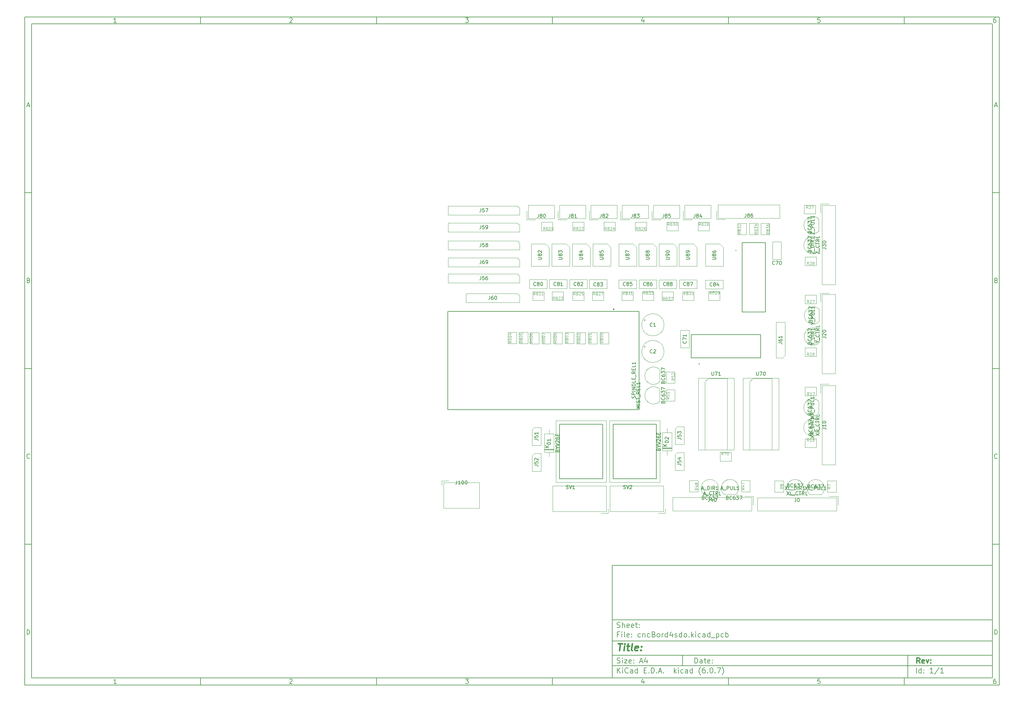
<source format=gbr>
G04 #@! TF.GenerationSoftware,KiCad,Pcbnew,(6.0.7)*
G04 #@! TF.CreationDate,2022-11-13T23:24:52+01:00*
G04 #@! TF.ProjectId,cncBord4sdo,636e6342-6f72-4643-9473-646f2e6b6963,rev?*
G04 #@! TF.SameCoordinates,Original*
G04 #@! TF.FileFunction,AssemblyDrawing,Top*
%FSLAX46Y46*%
G04 Gerber Fmt 4.6, Leading zero omitted, Abs format (unit mm)*
G04 Created by KiCad (PCBNEW (6.0.7)) date 2022-11-13 23:24:52*
%MOMM*%
%LPD*%
G01*
G04 APERTURE LIST*
%ADD10C,0.100000*%
%ADD11C,0.150000*%
%ADD12C,0.300000*%
%ADD13C,0.400000*%
%ADD14C,0.120000*%
%ADD15C,0.200000*%
%ADD16C,0.127000*%
%ADD17C,0.280000*%
G04 APERTURE END LIST*
D10*
D11*
X177002200Y-166007200D02*
X177002200Y-198007200D01*
X285002200Y-198007200D01*
X285002200Y-166007200D01*
X177002200Y-166007200D01*
D10*
D11*
X10000000Y-10000000D02*
X10000000Y-200007200D01*
X287002200Y-200007200D01*
X287002200Y-10000000D01*
X10000000Y-10000000D01*
D10*
D11*
X12000000Y-12000000D02*
X12000000Y-198007200D01*
X285002200Y-198007200D01*
X285002200Y-12000000D01*
X12000000Y-12000000D01*
D10*
D11*
X60000000Y-12000000D02*
X60000000Y-10000000D01*
D10*
D11*
X110000000Y-12000000D02*
X110000000Y-10000000D01*
D10*
D11*
X160000000Y-12000000D02*
X160000000Y-10000000D01*
D10*
D11*
X210000000Y-12000000D02*
X210000000Y-10000000D01*
D10*
D11*
X260000000Y-12000000D02*
X260000000Y-10000000D01*
D10*
D11*
X36065476Y-11588095D02*
X35322619Y-11588095D01*
X35694047Y-11588095D02*
X35694047Y-10288095D01*
X35570238Y-10473809D01*
X35446428Y-10597619D01*
X35322619Y-10659523D01*
D10*
D11*
X85322619Y-10411904D02*
X85384523Y-10350000D01*
X85508333Y-10288095D01*
X85817857Y-10288095D01*
X85941666Y-10350000D01*
X86003571Y-10411904D01*
X86065476Y-10535714D01*
X86065476Y-10659523D01*
X86003571Y-10845238D01*
X85260714Y-11588095D01*
X86065476Y-11588095D01*
D10*
D11*
X135260714Y-10288095D02*
X136065476Y-10288095D01*
X135632142Y-10783333D01*
X135817857Y-10783333D01*
X135941666Y-10845238D01*
X136003571Y-10907142D01*
X136065476Y-11030952D01*
X136065476Y-11340476D01*
X136003571Y-11464285D01*
X135941666Y-11526190D01*
X135817857Y-11588095D01*
X135446428Y-11588095D01*
X135322619Y-11526190D01*
X135260714Y-11464285D01*
D10*
D11*
X185941666Y-10721428D02*
X185941666Y-11588095D01*
X185632142Y-10226190D02*
X185322619Y-11154761D01*
X186127380Y-11154761D01*
D10*
D11*
X236003571Y-10288095D02*
X235384523Y-10288095D01*
X235322619Y-10907142D01*
X235384523Y-10845238D01*
X235508333Y-10783333D01*
X235817857Y-10783333D01*
X235941666Y-10845238D01*
X236003571Y-10907142D01*
X236065476Y-11030952D01*
X236065476Y-11340476D01*
X236003571Y-11464285D01*
X235941666Y-11526190D01*
X235817857Y-11588095D01*
X235508333Y-11588095D01*
X235384523Y-11526190D01*
X235322619Y-11464285D01*
D10*
D11*
X285941666Y-10288095D02*
X285694047Y-10288095D01*
X285570238Y-10350000D01*
X285508333Y-10411904D01*
X285384523Y-10597619D01*
X285322619Y-10845238D01*
X285322619Y-11340476D01*
X285384523Y-11464285D01*
X285446428Y-11526190D01*
X285570238Y-11588095D01*
X285817857Y-11588095D01*
X285941666Y-11526190D01*
X286003571Y-11464285D01*
X286065476Y-11340476D01*
X286065476Y-11030952D01*
X286003571Y-10907142D01*
X285941666Y-10845238D01*
X285817857Y-10783333D01*
X285570238Y-10783333D01*
X285446428Y-10845238D01*
X285384523Y-10907142D01*
X285322619Y-11030952D01*
D10*
D11*
X60000000Y-198007200D02*
X60000000Y-200007200D01*
D10*
D11*
X110000000Y-198007200D02*
X110000000Y-200007200D01*
D10*
D11*
X160000000Y-198007200D02*
X160000000Y-200007200D01*
D10*
D11*
X210000000Y-198007200D02*
X210000000Y-200007200D01*
D10*
D11*
X260000000Y-198007200D02*
X260000000Y-200007200D01*
D10*
D11*
X36065476Y-199595295D02*
X35322619Y-199595295D01*
X35694047Y-199595295D02*
X35694047Y-198295295D01*
X35570238Y-198481009D01*
X35446428Y-198604819D01*
X35322619Y-198666723D01*
D10*
D11*
X85322619Y-198419104D02*
X85384523Y-198357200D01*
X85508333Y-198295295D01*
X85817857Y-198295295D01*
X85941666Y-198357200D01*
X86003571Y-198419104D01*
X86065476Y-198542914D01*
X86065476Y-198666723D01*
X86003571Y-198852438D01*
X85260714Y-199595295D01*
X86065476Y-199595295D01*
D10*
D11*
X135260714Y-198295295D02*
X136065476Y-198295295D01*
X135632142Y-198790533D01*
X135817857Y-198790533D01*
X135941666Y-198852438D01*
X136003571Y-198914342D01*
X136065476Y-199038152D01*
X136065476Y-199347676D01*
X136003571Y-199471485D01*
X135941666Y-199533390D01*
X135817857Y-199595295D01*
X135446428Y-199595295D01*
X135322619Y-199533390D01*
X135260714Y-199471485D01*
D10*
D11*
X185941666Y-198728628D02*
X185941666Y-199595295D01*
X185632142Y-198233390D02*
X185322619Y-199161961D01*
X186127380Y-199161961D01*
D10*
D11*
X236003571Y-198295295D02*
X235384523Y-198295295D01*
X235322619Y-198914342D01*
X235384523Y-198852438D01*
X235508333Y-198790533D01*
X235817857Y-198790533D01*
X235941666Y-198852438D01*
X236003571Y-198914342D01*
X236065476Y-199038152D01*
X236065476Y-199347676D01*
X236003571Y-199471485D01*
X235941666Y-199533390D01*
X235817857Y-199595295D01*
X235508333Y-199595295D01*
X235384523Y-199533390D01*
X235322619Y-199471485D01*
D10*
D11*
X285941666Y-198295295D02*
X285694047Y-198295295D01*
X285570238Y-198357200D01*
X285508333Y-198419104D01*
X285384523Y-198604819D01*
X285322619Y-198852438D01*
X285322619Y-199347676D01*
X285384523Y-199471485D01*
X285446428Y-199533390D01*
X285570238Y-199595295D01*
X285817857Y-199595295D01*
X285941666Y-199533390D01*
X286003571Y-199471485D01*
X286065476Y-199347676D01*
X286065476Y-199038152D01*
X286003571Y-198914342D01*
X285941666Y-198852438D01*
X285817857Y-198790533D01*
X285570238Y-198790533D01*
X285446428Y-198852438D01*
X285384523Y-198914342D01*
X285322619Y-199038152D01*
D10*
D11*
X10000000Y-60000000D02*
X12000000Y-60000000D01*
D10*
D11*
X10000000Y-110000000D02*
X12000000Y-110000000D01*
D10*
D11*
X10000000Y-160000000D02*
X12000000Y-160000000D01*
D10*
D11*
X10690476Y-35216666D02*
X11309523Y-35216666D01*
X10566666Y-35588095D02*
X11000000Y-34288095D01*
X11433333Y-35588095D01*
D10*
D11*
X11092857Y-84907142D02*
X11278571Y-84969047D01*
X11340476Y-85030952D01*
X11402380Y-85154761D01*
X11402380Y-85340476D01*
X11340476Y-85464285D01*
X11278571Y-85526190D01*
X11154761Y-85588095D01*
X10659523Y-85588095D01*
X10659523Y-84288095D01*
X11092857Y-84288095D01*
X11216666Y-84350000D01*
X11278571Y-84411904D01*
X11340476Y-84535714D01*
X11340476Y-84659523D01*
X11278571Y-84783333D01*
X11216666Y-84845238D01*
X11092857Y-84907142D01*
X10659523Y-84907142D01*
D10*
D11*
X11402380Y-135464285D02*
X11340476Y-135526190D01*
X11154761Y-135588095D01*
X11030952Y-135588095D01*
X10845238Y-135526190D01*
X10721428Y-135402380D01*
X10659523Y-135278571D01*
X10597619Y-135030952D01*
X10597619Y-134845238D01*
X10659523Y-134597619D01*
X10721428Y-134473809D01*
X10845238Y-134350000D01*
X11030952Y-134288095D01*
X11154761Y-134288095D01*
X11340476Y-134350000D01*
X11402380Y-134411904D01*
D10*
D11*
X10659523Y-185588095D02*
X10659523Y-184288095D01*
X10969047Y-184288095D01*
X11154761Y-184350000D01*
X11278571Y-184473809D01*
X11340476Y-184597619D01*
X11402380Y-184845238D01*
X11402380Y-185030952D01*
X11340476Y-185278571D01*
X11278571Y-185402380D01*
X11154761Y-185526190D01*
X10969047Y-185588095D01*
X10659523Y-185588095D01*
D10*
D11*
X287002200Y-60000000D02*
X285002200Y-60000000D01*
D10*
D11*
X287002200Y-110000000D02*
X285002200Y-110000000D01*
D10*
D11*
X287002200Y-160000000D02*
X285002200Y-160000000D01*
D10*
D11*
X285692676Y-35216666D02*
X286311723Y-35216666D01*
X285568866Y-35588095D02*
X286002200Y-34288095D01*
X286435533Y-35588095D01*
D10*
D11*
X286095057Y-84907142D02*
X286280771Y-84969047D01*
X286342676Y-85030952D01*
X286404580Y-85154761D01*
X286404580Y-85340476D01*
X286342676Y-85464285D01*
X286280771Y-85526190D01*
X286156961Y-85588095D01*
X285661723Y-85588095D01*
X285661723Y-84288095D01*
X286095057Y-84288095D01*
X286218866Y-84350000D01*
X286280771Y-84411904D01*
X286342676Y-84535714D01*
X286342676Y-84659523D01*
X286280771Y-84783333D01*
X286218866Y-84845238D01*
X286095057Y-84907142D01*
X285661723Y-84907142D01*
D10*
D11*
X286404580Y-135464285D02*
X286342676Y-135526190D01*
X286156961Y-135588095D01*
X286033152Y-135588095D01*
X285847438Y-135526190D01*
X285723628Y-135402380D01*
X285661723Y-135278571D01*
X285599819Y-135030952D01*
X285599819Y-134845238D01*
X285661723Y-134597619D01*
X285723628Y-134473809D01*
X285847438Y-134350000D01*
X286033152Y-134288095D01*
X286156961Y-134288095D01*
X286342676Y-134350000D01*
X286404580Y-134411904D01*
D10*
D11*
X285661723Y-185588095D02*
X285661723Y-184288095D01*
X285971247Y-184288095D01*
X286156961Y-184350000D01*
X286280771Y-184473809D01*
X286342676Y-184597619D01*
X286404580Y-184845238D01*
X286404580Y-185030952D01*
X286342676Y-185278571D01*
X286280771Y-185402380D01*
X286156961Y-185526190D01*
X285971247Y-185588095D01*
X285661723Y-185588095D01*
D10*
D11*
X200434342Y-193785771D02*
X200434342Y-192285771D01*
X200791485Y-192285771D01*
X201005771Y-192357200D01*
X201148628Y-192500057D01*
X201220057Y-192642914D01*
X201291485Y-192928628D01*
X201291485Y-193142914D01*
X201220057Y-193428628D01*
X201148628Y-193571485D01*
X201005771Y-193714342D01*
X200791485Y-193785771D01*
X200434342Y-193785771D01*
X202577200Y-193785771D02*
X202577200Y-193000057D01*
X202505771Y-192857200D01*
X202362914Y-192785771D01*
X202077200Y-192785771D01*
X201934342Y-192857200D01*
X202577200Y-193714342D02*
X202434342Y-193785771D01*
X202077200Y-193785771D01*
X201934342Y-193714342D01*
X201862914Y-193571485D01*
X201862914Y-193428628D01*
X201934342Y-193285771D01*
X202077200Y-193214342D01*
X202434342Y-193214342D01*
X202577200Y-193142914D01*
X203077200Y-192785771D02*
X203648628Y-192785771D01*
X203291485Y-192285771D02*
X203291485Y-193571485D01*
X203362914Y-193714342D01*
X203505771Y-193785771D01*
X203648628Y-193785771D01*
X204720057Y-193714342D02*
X204577200Y-193785771D01*
X204291485Y-193785771D01*
X204148628Y-193714342D01*
X204077200Y-193571485D01*
X204077200Y-193000057D01*
X204148628Y-192857200D01*
X204291485Y-192785771D01*
X204577200Y-192785771D01*
X204720057Y-192857200D01*
X204791485Y-193000057D01*
X204791485Y-193142914D01*
X204077200Y-193285771D01*
X205434342Y-193642914D02*
X205505771Y-193714342D01*
X205434342Y-193785771D01*
X205362914Y-193714342D01*
X205434342Y-193642914D01*
X205434342Y-193785771D01*
X205434342Y-192857200D02*
X205505771Y-192928628D01*
X205434342Y-193000057D01*
X205362914Y-192928628D01*
X205434342Y-192857200D01*
X205434342Y-193000057D01*
D10*
D11*
X177002200Y-194507200D02*
X285002200Y-194507200D01*
D10*
D11*
X178434342Y-196585771D02*
X178434342Y-195085771D01*
X179291485Y-196585771D02*
X178648628Y-195728628D01*
X179291485Y-195085771D02*
X178434342Y-195942914D01*
X179934342Y-196585771D02*
X179934342Y-195585771D01*
X179934342Y-195085771D02*
X179862914Y-195157200D01*
X179934342Y-195228628D01*
X180005771Y-195157200D01*
X179934342Y-195085771D01*
X179934342Y-195228628D01*
X181505771Y-196442914D02*
X181434342Y-196514342D01*
X181220057Y-196585771D01*
X181077200Y-196585771D01*
X180862914Y-196514342D01*
X180720057Y-196371485D01*
X180648628Y-196228628D01*
X180577200Y-195942914D01*
X180577200Y-195728628D01*
X180648628Y-195442914D01*
X180720057Y-195300057D01*
X180862914Y-195157200D01*
X181077200Y-195085771D01*
X181220057Y-195085771D01*
X181434342Y-195157200D01*
X181505771Y-195228628D01*
X182791485Y-196585771D02*
X182791485Y-195800057D01*
X182720057Y-195657200D01*
X182577200Y-195585771D01*
X182291485Y-195585771D01*
X182148628Y-195657200D01*
X182791485Y-196514342D02*
X182648628Y-196585771D01*
X182291485Y-196585771D01*
X182148628Y-196514342D01*
X182077200Y-196371485D01*
X182077200Y-196228628D01*
X182148628Y-196085771D01*
X182291485Y-196014342D01*
X182648628Y-196014342D01*
X182791485Y-195942914D01*
X184148628Y-196585771D02*
X184148628Y-195085771D01*
X184148628Y-196514342D02*
X184005771Y-196585771D01*
X183720057Y-196585771D01*
X183577200Y-196514342D01*
X183505771Y-196442914D01*
X183434342Y-196300057D01*
X183434342Y-195871485D01*
X183505771Y-195728628D01*
X183577200Y-195657200D01*
X183720057Y-195585771D01*
X184005771Y-195585771D01*
X184148628Y-195657200D01*
X186005771Y-195800057D02*
X186505771Y-195800057D01*
X186720057Y-196585771D02*
X186005771Y-196585771D01*
X186005771Y-195085771D01*
X186720057Y-195085771D01*
X187362914Y-196442914D02*
X187434342Y-196514342D01*
X187362914Y-196585771D01*
X187291485Y-196514342D01*
X187362914Y-196442914D01*
X187362914Y-196585771D01*
X188077200Y-196585771D02*
X188077200Y-195085771D01*
X188434342Y-195085771D01*
X188648628Y-195157200D01*
X188791485Y-195300057D01*
X188862914Y-195442914D01*
X188934342Y-195728628D01*
X188934342Y-195942914D01*
X188862914Y-196228628D01*
X188791485Y-196371485D01*
X188648628Y-196514342D01*
X188434342Y-196585771D01*
X188077200Y-196585771D01*
X189577200Y-196442914D02*
X189648628Y-196514342D01*
X189577200Y-196585771D01*
X189505771Y-196514342D01*
X189577200Y-196442914D01*
X189577200Y-196585771D01*
X190220057Y-196157200D02*
X190934342Y-196157200D01*
X190077200Y-196585771D02*
X190577200Y-195085771D01*
X191077200Y-196585771D01*
X191577200Y-196442914D02*
X191648628Y-196514342D01*
X191577200Y-196585771D01*
X191505771Y-196514342D01*
X191577200Y-196442914D01*
X191577200Y-196585771D01*
X194577200Y-196585771D02*
X194577200Y-195085771D01*
X194720057Y-196014342D02*
X195148628Y-196585771D01*
X195148628Y-195585771D02*
X194577200Y-196157200D01*
X195791485Y-196585771D02*
X195791485Y-195585771D01*
X195791485Y-195085771D02*
X195720057Y-195157200D01*
X195791485Y-195228628D01*
X195862914Y-195157200D01*
X195791485Y-195085771D01*
X195791485Y-195228628D01*
X197148628Y-196514342D02*
X197005771Y-196585771D01*
X196720057Y-196585771D01*
X196577200Y-196514342D01*
X196505771Y-196442914D01*
X196434342Y-196300057D01*
X196434342Y-195871485D01*
X196505771Y-195728628D01*
X196577200Y-195657200D01*
X196720057Y-195585771D01*
X197005771Y-195585771D01*
X197148628Y-195657200D01*
X198434342Y-196585771D02*
X198434342Y-195800057D01*
X198362914Y-195657200D01*
X198220057Y-195585771D01*
X197934342Y-195585771D01*
X197791485Y-195657200D01*
X198434342Y-196514342D02*
X198291485Y-196585771D01*
X197934342Y-196585771D01*
X197791485Y-196514342D01*
X197720057Y-196371485D01*
X197720057Y-196228628D01*
X197791485Y-196085771D01*
X197934342Y-196014342D01*
X198291485Y-196014342D01*
X198434342Y-195942914D01*
X199791485Y-196585771D02*
X199791485Y-195085771D01*
X199791485Y-196514342D02*
X199648628Y-196585771D01*
X199362914Y-196585771D01*
X199220057Y-196514342D01*
X199148628Y-196442914D01*
X199077200Y-196300057D01*
X199077200Y-195871485D01*
X199148628Y-195728628D01*
X199220057Y-195657200D01*
X199362914Y-195585771D01*
X199648628Y-195585771D01*
X199791485Y-195657200D01*
X202077200Y-197157200D02*
X202005771Y-197085771D01*
X201862914Y-196871485D01*
X201791485Y-196728628D01*
X201720057Y-196514342D01*
X201648628Y-196157200D01*
X201648628Y-195871485D01*
X201720057Y-195514342D01*
X201791485Y-195300057D01*
X201862914Y-195157200D01*
X202005771Y-194942914D01*
X202077200Y-194871485D01*
X203291485Y-195085771D02*
X203005771Y-195085771D01*
X202862914Y-195157200D01*
X202791485Y-195228628D01*
X202648628Y-195442914D01*
X202577200Y-195728628D01*
X202577200Y-196300057D01*
X202648628Y-196442914D01*
X202720057Y-196514342D01*
X202862914Y-196585771D01*
X203148628Y-196585771D01*
X203291485Y-196514342D01*
X203362914Y-196442914D01*
X203434342Y-196300057D01*
X203434342Y-195942914D01*
X203362914Y-195800057D01*
X203291485Y-195728628D01*
X203148628Y-195657200D01*
X202862914Y-195657200D01*
X202720057Y-195728628D01*
X202648628Y-195800057D01*
X202577200Y-195942914D01*
X204077200Y-196442914D02*
X204148628Y-196514342D01*
X204077200Y-196585771D01*
X204005771Y-196514342D01*
X204077200Y-196442914D01*
X204077200Y-196585771D01*
X205077200Y-195085771D02*
X205220057Y-195085771D01*
X205362914Y-195157200D01*
X205434342Y-195228628D01*
X205505771Y-195371485D01*
X205577200Y-195657200D01*
X205577200Y-196014342D01*
X205505771Y-196300057D01*
X205434342Y-196442914D01*
X205362914Y-196514342D01*
X205220057Y-196585771D01*
X205077200Y-196585771D01*
X204934342Y-196514342D01*
X204862914Y-196442914D01*
X204791485Y-196300057D01*
X204720057Y-196014342D01*
X204720057Y-195657200D01*
X204791485Y-195371485D01*
X204862914Y-195228628D01*
X204934342Y-195157200D01*
X205077200Y-195085771D01*
X206220057Y-196442914D02*
X206291485Y-196514342D01*
X206220057Y-196585771D01*
X206148628Y-196514342D01*
X206220057Y-196442914D01*
X206220057Y-196585771D01*
X206791485Y-195085771D02*
X207791485Y-195085771D01*
X207148628Y-196585771D01*
X208220057Y-197157200D02*
X208291485Y-197085771D01*
X208434342Y-196871485D01*
X208505771Y-196728628D01*
X208577200Y-196514342D01*
X208648628Y-196157200D01*
X208648628Y-195871485D01*
X208577200Y-195514342D01*
X208505771Y-195300057D01*
X208434342Y-195157200D01*
X208291485Y-194942914D01*
X208220057Y-194871485D01*
D10*
D11*
X177002200Y-191507200D02*
X285002200Y-191507200D01*
D10*
D12*
X264411485Y-193785771D02*
X263911485Y-193071485D01*
X263554342Y-193785771D02*
X263554342Y-192285771D01*
X264125771Y-192285771D01*
X264268628Y-192357200D01*
X264340057Y-192428628D01*
X264411485Y-192571485D01*
X264411485Y-192785771D01*
X264340057Y-192928628D01*
X264268628Y-193000057D01*
X264125771Y-193071485D01*
X263554342Y-193071485D01*
X265625771Y-193714342D02*
X265482914Y-193785771D01*
X265197200Y-193785771D01*
X265054342Y-193714342D01*
X264982914Y-193571485D01*
X264982914Y-193000057D01*
X265054342Y-192857200D01*
X265197200Y-192785771D01*
X265482914Y-192785771D01*
X265625771Y-192857200D01*
X265697200Y-193000057D01*
X265697200Y-193142914D01*
X264982914Y-193285771D01*
X266197200Y-192785771D02*
X266554342Y-193785771D01*
X266911485Y-192785771D01*
X267482914Y-193642914D02*
X267554342Y-193714342D01*
X267482914Y-193785771D01*
X267411485Y-193714342D01*
X267482914Y-193642914D01*
X267482914Y-193785771D01*
X267482914Y-192857200D02*
X267554342Y-192928628D01*
X267482914Y-193000057D01*
X267411485Y-192928628D01*
X267482914Y-192857200D01*
X267482914Y-193000057D01*
D10*
D11*
X178362914Y-193714342D02*
X178577200Y-193785771D01*
X178934342Y-193785771D01*
X179077200Y-193714342D01*
X179148628Y-193642914D01*
X179220057Y-193500057D01*
X179220057Y-193357200D01*
X179148628Y-193214342D01*
X179077200Y-193142914D01*
X178934342Y-193071485D01*
X178648628Y-193000057D01*
X178505771Y-192928628D01*
X178434342Y-192857200D01*
X178362914Y-192714342D01*
X178362914Y-192571485D01*
X178434342Y-192428628D01*
X178505771Y-192357200D01*
X178648628Y-192285771D01*
X179005771Y-192285771D01*
X179220057Y-192357200D01*
X179862914Y-193785771D02*
X179862914Y-192785771D01*
X179862914Y-192285771D02*
X179791485Y-192357200D01*
X179862914Y-192428628D01*
X179934342Y-192357200D01*
X179862914Y-192285771D01*
X179862914Y-192428628D01*
X180434342Y-192785771D02*
X181220057Y-192785771D01*
X180434342Y-193785771D01*
X181220057Y-193785771D01*
X182362914Y-193714342D02*
X182220057Y-193785771D01*
X181934342Y-193785771D01*
X181791485Y-193714342D01*
X181720057Y-193571485D01*
X181720057Y-193000057D01*
X181791485Y-192857200D01*
X181934342Y-192785771D01*
X182220057Y-192785771D01*
X182362914Y-192857200D01*
X182434342Y-193000057D01*
X182434342Y-193142914D01*
X181720057Y-193285771D01*
X183077200Y-193642914D02*
X183148628Y-193714342D01*
X183077200Y-193785771D01*
X183005771Y-193714342D01*
X183077200Y-193642914D01*
X183077200Y-193785771D01*
X183077200Y-192857200D02*
X183148628Y-192928628D01*
X183077200Y-193000057D01*
X183005771Y-192928628D01*
X183077200Y-192857200D01*
X183077200Y-193000057D01*
X184862914Y-193357200D02*
X185577200Y-193357200D01*
X184720057Y-193785771D02*
X185220057Y-192285771D01*
X185720057Y-193785771D01*
X186862914Y-192785771D02*
X186862914Y-193785771D01*
X186505771Y-192214342D02*
X186148628Y-193285771D01*
X187077200Y-193285771D01*
D10*
D11*
X263434342Y-196585771D02*
X263434342Y-195085771D01*
X264791485Y-196585771D02*
X264791485Y-195085771D01*
X264791485Y-196514342D02*
X264648628Y-196585771D01*
X264362914Y-196585771D01*
X264220057Y-196514342D01*
X264148628Y-196442914D01*
X264077200Y-196300057D01*
X264077200Y-195871485D01*
X264148628Y-195728628D01*
X264220057Y-195657200D01*
X264362914Y-195585771D01*
X264648628Y-195585771D01*
X264791485Y-195657200D01*
X265505771Y-196442914D02*
X265577200Y-196514342D01*
X265505771Y-196585771D01*
X265434342Y-196514342D01*
X265505771Y-196442914D01*
X265505771Y-196585771D01*
X265505771Y-195657200D02*
X265577200Y-195728628D01*
X265505771Y-195800057D01*
X265434342Y-195728628D01*
X265505771Y-195657200D01*
X265505771Y-195800057D01*
X268148628Y-196585771D02*
X267291485Y-196585771D01*
X267720057Y-196585771D02*
X267720057Y-195085771D01*
X267577200Y-195300057D01*
X267434342Y-195442914D01*
X267291485Y-195514342D01*
X269862914Y-195014342D02*
X268577200Y-196942914D01*
X271148628Y-196585771D02*
X270291485Y-196585771D01*
X270720057Y-196585771D02*
X270720057Y-195085771D01*
X270577200Y-195300057D01*
X270434342Y-195442914D01*
X270291485Y-195514342D01*
D10*
D11*
X177002200Y-187507200D02*
X285002200Y-187507200D01*
D10*
D13*
X178714580Y-188211961D02*
X179857438Y-188211961D01*
X179036009Y-190211961D02*
X179286009Y-188211961D01*
X180274104Y-190211961D02*
X180440771Y-188878628D01*
X180524104Y-188211961D02*
X180416961Y-188307200D01*
X180500295Y-188402438D01*
X180607438Y-188307200D01*
X180524104Y-188211961D01*
X180500295Y-188402438D01*
X181107438Y-188878628D02*
X181869342Y-188878628D01*
X181476485Y-188211961D02*
X181262200Y-189926247D01*
X181333628Y-190116723D01*
X181512200Y-190211961D01*
X181702676Y-190211961D01*
X182655057Y-190211961D02*
X182476485Y-190116723D01*
X182405057Y-189926247D01*
X182619342Y-188211961D01*
X184190771Y-190116723D02*
X183988390Y-190211961D01*
X183607438Y-190211961D01*
X183428866Y-190116723D01*
X183357438Y-189926247D01*
X183452676Y-189164342D01*
X183571723Y-188973866D01*
X183774104Y-188878628D01*
X184155057Y-188878628D01*
X184333628Y-188973866D01*
X184405057Y-189164342D01*
X184381247Y-189354819D01*
X183405057Y-189545295D01*
X185155057Y-190021485D02*
X185238390Y-190116723D01*
X185131247Y-190211961D01*
X185047914Y-190116723D01*
X185155057Y-190021485D01*
X185131247Y-190211961D01*
X185286009Y-188973866D02*
X185369342Y-189069104D01*
X185262200Y-189164342D01*
X185178866Y-189069104D01*
X185286009Y-188973866D01*
X185262200Y-189164342D01*
D10*
D11*
X178934342Y-185600057D02*
X178434342Y-185600057D01*
X178434342Y-186385771D02*
X178434342Y-184885771D01*
X179148628Y-184885771D01*
X179720057Y-186385771D02*
X179720057Y-185385771D01*
X179720057Y-184885771D02*
X179648628Y-184957200D01*
X179720057Y-185028628D01*
X179791485Y-184957200D01*
X179720057Y-184885771D01*
X179720057Y-185028628D01*
X180648628Y-186385771D02*
X180505771Y-186314342D01*
X180434342Y-186171485D01*
X180434342Y-184885771D01*
X181791485Y-186314342D02*
X181648628Y-186385771D01*
X181362914Y-186385771D01*
X181220057Y-186314342D01*
X181148628Y-186171485D01*
X181148628Y-185600057D01*
X181220057Y-185457200D01*
X181362914Y-185385771D01*
X181648628Y-185385771D01*
X181791485Y-185457200D01*
X181862914Y-185600057D01*
X181862914Y-185742914D01*
X181148628Y-185885771D01*
X182505771Y-186242914D02*
X182577200Y-186314342D01*
X182505771Y-186385771D01*
X182434342Y-186314342D01*
X182505771Y-186242914D01*
X182505771Y-186385771D01*
X182505771Y-185457200D02*
X182577200Y-185528628D01*
X182505771Y-185600057D01*
X182434342Y-185528628D01*
X182505771Y-185457200D01*
X182505771Y-185600057D01*
X185005771Y-186314342D02*
X184862914Y-186385771D01*
X184577200Y-186385771D01*
X184434342Y-186314342D01*
X184362914Y-186242914D01*
X184291485Y-186100057D01*
X184291485Y-185671485D01*
X184362914Y-185528628D01*
X184434342Y-185457200D01*
X184577200Y-185385771D01*
X184862914Y-185385771D01*
X185005771Y-185457200D01*
X185648628Y-185385771D02*
X185648628Y-186385771D01*
X185648628Y-185528628D02*
X185720057Y-185457200D01*
X185862914Y-185385771D01*
X186077200Y-185385771D01*
X186220057Y-185457200D01*
X186291485Y-185600057D01*
X186291485Y-186385771D01*
X187648628Y-186314342D02*
X187505771Y-186385771D01*
X187220057Y-186385771D01*
X187077200Y-186314342D01*
X187005771Y-186242914D01*
X186934342Y-186100057D01*
X186934342Y-185671485D01*
X187005771Y-185528628D01*
X187077200Y-185457200D01*
X187220057Y-185385771D01*
X187505771Y-185385771D01*
X187648628Y-185457200D01*
X188791485Y-185600057D02*
X189005771Y-185671485D01*
X189077200Y-185742914D01*
X189148628Y-185885771D01*
X189148628Y-186100057D01*
X189077200Y-186242914D01*
X189005771Y-186314342D01*
X188862914Y-186385771D01*
X188291485Y-186385771D01*
X188291485Y-184885771D01*
X188791485Y-184885771D01*
X188934342Y-184957200D01*
X189005771Y-185028628D01*
X189077200Y-185171485D01*
X189077200Y-185314342D01*
X189005771Y-185457200D01*
X188934342Y-185528628D01*
X188791485Y-185600057D01*
X188291485Y-185600057D01*
X190005771Y-186385771D02*
X189862914Y-186314342D01*
X189791485Y-186242914D01*
X189720057Y-186100057D01*
X189720057Y-185671485D01*
X189791485Y-185528628D01*
X189862914Y-185457200D01*
X190005771Y-185385771D01*
X190220057Y-185385771D01*
X190362914Y-185457200D01*
X190434342Y-185528628D01*
X190505771Y-185671485D01*
X190505771Y-186100057D01*
X190434342Y-186242914D01*
X190362914Y-186314342D01*
X190220057Y-186385771D01*
X190005771Y-186385771D01*
X191148628Y-186385771D02*
X191148628Y-185385771D01*
X191148628Y-185671485D02*
X191220057Y-185528628D01*
X191291485Y-185457200D01*
X191434342Y-185385771D01*
X191577200Y-185385771D01*
X192720057Y-186385771D02*
X192720057Y-184885771D01*
X192720057Y-186314342D02*
X192577200Y-186385771D01*
X192291485Y-186385771D01*
X192148628Y-186314342D01*
X192077200Y-186242914D01*
X192005771Y-186100057D01*
X192005771Y-185671485D01*
X192077200Y-185528628D01*
X192148628Y-185457200D01*
X192291485Y-185385771D01*
X192577200Y-185385771D01*
X192720057Y-185457200D01*
X194077200Y-185385771D02*
X194077200Y-186385771D01*
X193720057Y-184814342D02*
X193362914Y-185885771D01*
X194291485Y-185885771D01*
X194791485Y-186314342D02*
X194934342Y-186385771D01*
X195220057Y-186385771D01*
X195362914Y-186314342D01*
X195434342Y-186171485D01*
X195434342Y-186100057D01*
X195362914Y-185957200D01*
X195220057Y-185885771D01*
X195005771Y-185885771D01*
X194862914Y-185814342D01*
X194791485Y-185671485D01*
X194791485Y-185600057D01*
X194862914Y-185457200D01*
X195005771Y-185385771D01*
X195220057Y-185385771D01*
X195362914Y-185457200D01*
X196720057Y-186385771D02*
X196720057Y-184885771D01*
X196720057Y-186314342D02*
X196577200Y-186385771D01*
X196291485Y-186385771D01*
X196148628Y-186314342D01*
X196077200Y-186242914D01*
X196005771Y-186100057D01*
X196005771Y-185671485D01*
X196077200Y-185528628D01*
X196148628Y-185457200D01*
X196291485Y-185385771D01*
X196577200Y-185385771D01*
X196720057Y-185457200D01*
X197648628Y-186385771D02*
X197505771Y-186314342D01*
X197434342Y-186242914D01*
X197362914Y-186100057D01*
X197362914Y-185671485D01*
X197434342Y-185528628D01*
X197505771Y-185457200D01*
X197648628Y-185385771D01*
X197862914Y-185385771D01*
X198005771Y-185457200D01*
X198077200Y-185528628D01*
X198148628Y-185671485D01*
X198148628Y-186100057D01*
X198077200Y-186242914D01*
X198005771Y-186314342D01*
X197862914Y-186385771D01*
X197648628Y-186385771D01*
X198791485Y-186242914D02*
X198862914Y-186314342D01*
X198791485Y-186385771D01*
X198720057Y-186314342D01*
X198791485Y-186242914D01*
X198791485Y-186385771D01*
X199505771Y-186385771D02*
X199505771Y-184885771D01*
X199648628Y-185814342D02*
X200077200Y-186385771D01*
X200077200Y-185385771D02*
X199505771Y-185957200D01*
X200720057Y-186385771D02*
X200720057Y-185385771D01*
X200720057Y-184885771D02*
X200648628Y-184957200D01*
X200720057Y-185028628D01*
X200791485Y-184957200D01*
X200720057Y-184885771D01*
X200720057Y-185028628D01*
X202077200Y-186314342D02*
X201934342Y-186385771D01*
X201648628Y-186385771D01*
X201505771Y-186314342D01*
X201434342Y-186242914D01*
X201362914Y-186100057D01*
X201362914Y-185671485D01*
X201434342Y-185528628D01*
X201505771Y-185457200D01*
X201648628Y-185385771D01*
X201934342Y-185385771D01*
X202077200Y-185457200D01*
X203362914Y-186385771D02*
X203362914Y-185600057D01*
X203291485Y-185457200D01*
X203148628Y-185385771D01*
X202862914Y-185385771D01*
X202720057Y-185457200D01*
X203362914Y-186314342D02*
X203220057Y-186385771D01*
X202862914Y-186385771D01*
X202720057Y-186314342D01*
X202648628Y-186171485D01*
X202648628Y-186028628D01*
X202720057Y-185885771D01*
X202862914Y-185814342D01*
X203220057Y-185814342D01*
X203362914Y-185742914D01*
X204720057Y-186385771D02*
X204720057Y-184885771D01*
X204720057Y-186314342D02*
X204577200Y-186385771D01*
X204291485Y-186385771D01*
X204148628Y-186314342D01*
X204077200Y-186242914D01*
X204005771Y-186100057D01*
X204005771Y-185671485D01*
X204077200Y-185528628D01*
X204148628Y-185457200D01*
X204291485Y-185385771D01*
X204577200Y-185385771D01*
X204720057Y-185457200D01*
X205077200Y-186528628D02*
X206220057Y-186528628D01*
X206577200Y-185385771D02*
X206577200Y-186885771D01*
X206577200Y-185457200D02*
X206720057Y-185385771D01*
X207005771Y-185385771D01*
X207148628Y-185457200D01*
X207220057Y-185528628D01*
X207291485Y-185671485D01*
X207291485Y-186100057D01*
X207220057Y-186242914D01*
X207148628Y-186314342D01*
X207005771Y-186385771D01*
X206720057Y-186385771D01*
X206577200Y-186314342D01*
X208577200Y-186314342D02*
X208434342Y-186385771D01*
X208148628Y-186385771D01*
X208005771Y-186314342D01*
X207934342Y-186242914D01*
X207862914Y-186100057D01*
X207862914Y-185671485D01*
X207934342Y-185528628D01*
X208005771Y-185457200D01*
X208148628Y-185385771D01*
X208434342Y-185385771D01*
X208577200Y-185457200D01*
X209220057Y-186385771D02*
X209220057Y-184885771D01*
X209220057Y-185457200D02*
X209362914Y-185385771D01*
X209648628Y-185385771D01*
X209791485Y-185457200D01*
X209862914Y-185528628D01*
X209934342Y-185671485D01*
X209934342Y-186100057D01*
X209862914Y-186242914D01*
X209791485Y-186314342D01*
X209648628Y-186385771D01*
X209362914Y-186385771D01*
X209220057Y-186314342D01*
D10*
D11*
X177002200Y-181507200D02*
X285002200Y-181507200D01*
D10*
D11*
X178362914Y-183614342D02*
X178577200Y-183685771D01*
X178934342Y-183685771D01*
X179077200Y-183614342D01*
X179148628Y-183542914D01*
X179220057Y-183400057D01*
X179220057Y-183257200D01*
X179148628Y-183114342D01*
X179077200Y-183042914D01*
X178934342Y-182971485D01*
X178648628Y-182900057D01*
X178505771Y-182828628D01*
X178434342Y-182757200D01*
X178362914Y-182614342D01*
X178362914Y-182471485D01*
X178434342Y-182328628D01*
X178505771Y-182257200D01*
X178648628Y-182185771D01*
X179005771Y-182185771D01*
X179220057Y-182257200D01*
X179862914Y-183685771D02*
X179862914Y-182185771D01*
X180505771Y-183685771D02*
X180505771Y-182900057D01*
X180434342Y-182757200D01*
X180291485Y-182685771D01*
X180077200Y-182685771D01*
X179934342Y-182757200D01*
X179862914Y-182828628D01*
X181791485Y-183614342D02*
X181648628Y-183685771D01*
X181362914Y-183685771D01*
X181220057Y-183614342D01*
X181148628Y-183471485D01*
X181148628Y-182900057D01*
X181220057Y-182757200D01*
X181362914Y-182685771D01*
X181648628Y-182685771D01*
X181791485Y-182757200D01*
X181862914Y-182900057D01*
X181862914Y-183042914D01*
X181148628Y-183185771D01*
X183077200Y-183614342D02*
X182934342Y-183685771D01*
X182648628Y-183685771D01*
X182505771Y-183614342D01*
X182434342Y-183471485D01*
X182434342Y-182900057D01*
X182505771Y-182757200D01*
X182648628Y-182685771D01*
X182934342Y-182685771D01*
X183077200Y-182757200D01*
X183148628Y-182900057D01*
X183148628Y-183042914D01*
X182434342Y-183185771D01*
X183577200Y-182685771D02*
X184148628Y-182685771D01*
X183791485Y-182185771D02*
X183791485Y-183471485D01*
X183862914Y-183614342D01*
X184005771Y-183685771D01*
X184148628Y-183685771D01*
X184648628Y-183542914D02*
X184720057Y-183614342D01*
X184648628Y-183685771D01*
X184577200Y-183614342D01*
X184648628Y-183542914D01*
X184648628Y-183685771D01*
X184648628Y-182757200D02*
X184720057Y-182828628D01*
X184648628Y-182900057D01*
X184577200Y-182828628D01*
X184648628Y-182757200D01*
X184648628Y-182900057D01*
D10*
D12*
D10*
D11*
D10*
D11*
D10*
D11*
D10*
D11*
D10*
D11*
X197002200Y-191507200D02*
X197002200Y-194507200D01*
D10*
D11*
X261002200Y-191507200D02*
X261002200Y-198007200D01*
X188368933Y-97919142D02*
X188321314Y-97966761D01*
X188178457Y-98014380D01*
X188083219Y-98014380D01*
X187940361Y-97966761D01*
X187845123Y-97871523D01*
X187797504Y-97776285D01*
X187749885Y-97585809D01*
X187749885Y-97442952D01*
X187797504Y-97252476D01*
X187845123Y-97157238D01*
X187940361Y-97062000D01*
X188083219Y-97014380D01*
X188178457Y-97014380D01*
X188321314Y-97062000D01*
X188368933Y-97109619D01*
X189321314Y-98014380D02*
X188749885Y-98014380D01*
X189035600Y-98014380D02*
X189035600Y-97014380D01*
X188940361Y-97157238D01*
X188845123Y-97252476D01*
X188749885Y-97300095D01*
X188368933Y-105513142D02*
X188321314Y-105560761D01*
X188178457Y-105608380D01*
X188083219Y-105608380D01*
X187940361Y-105560761D01*
X187845123Y-105465523D01*
X187797504Y-105370285D01*
X187749885Y-105179809D01*
X187749885Y-105036952D01*
X187797504Y-104846476D01*
X187845123Y-104751238D01*
X187940361Y-104656000D01*
X188083219Y-104608380D01*
X188178457Y-104608380D01*
X188321314Y-104656000D01*
X188368933Y-104703619D01*
X188749885Y-104703619D02*
X188797504Y-104656000D01*
X188892742Y-104608380D01*
X189130838Y-104608380D01*
X189226076Y-104656000D01*
X189273695Y-104703619D01*
X189321314Y-104798857D01*
X189321314Y-104894095D01*
X189273695Y-105036952D01*
X188702266Y-105608380D01*
X189321314Y-105608380D01*
X161402571Y-133381476D02*
X161450190Y-133238619D01*
X161497809Y-133191000D01*
X161593047Y-133143380D01*
X161735904Y-133143380D01*
X161831142Y-133191000D01*
X161878761Y-133238619D01*
X161926380Y-133333857D01*
X161926380Y-133714809D01*
X160926380Y-133714809D01*
X160926380Y-133381476D01*
X160974000Y-133286238D01*
X161021619Y-133238619D01*
X161116857Y-133191000D01*
X161212095Y-133191000D01*
X161307333Y-133238619D01*
X161354952Y-133286238D01*
X161402571Y-133381476D01*
X161402571Y-133714809D01*
X161450190Y-132524333D02*
X161926380Y-132524333D01*
X160926380Y-132857666D02*
X161450190Y-132524333D01*
X160926380Y-132191000D01*
X160926380Y-132000523D02*
X161926380Y-131667190D01*
X160926380Y-131333857D01*
X161021619Y-131048142D02*
X160974000Y-131000523D01*
X160926380Y-130905285D01*
X160926380Y-130667190D01*
X160974000Y-130571952D01*
X161021619Y-130524333D01*
X161116857Y-130476714D01*
X161212095Y-130476714D01*
X161354952Y-130524333D01*
X161926380Y-131095761D01*
X161926380Y-130476714D01*
X160926380Y-129619571D02*
X160926380Y-129810047D01*
X160974000Y-129905285D01*
X161021619Y-129952904D01*
X161164476Y-130048142D01*
X161354952Y-130095761D01*
X161735904Y-130095761D01*
X161831142Y-130048142D01*
X161878761Y-130000523D01*
X161926380Y-129905285D01*
X161926380Y-129714809D01*
X161878761Y-129619571D01*
X161831142Y-129571952D01*
X161735904Y-129524333D01*
X161497809Y-129524333D01*
X161402571Y-129571952D01*
X161354952Y-129619571D01*
X161307333Y-129714809D01*
X161307333Y-129905285D01*
X161354952Y-130000523D01*
X161402571Y-130048142D01*
X161497809Y-130095761D01*
X161402571Y-129095761D02*
X161402571Y-128762428D01*
X161926380Y-128619571D02*
X161926380Y-129095761D01*
X160926380Y-129095761D01*
X160926380Y-128619571D01*
X159456380Y-131539095D02*
X158456380Y-131539095D01*
X158456380Y-131301000D01*
X158504000Y-131158142D01*
X158599238Y-131062904D01*
X158694476Y-131015285D01*
X158884952Y-130967666D01*
X159027809Y-130967666D01*
X159218285Y-131015285D01*
X159313523Y-131062904D01*
X159408761Y-131158142D01*
X159456380Y-131301000D01*
X159456380Y-131539095D01*
X159456380Y-130015285D02*
X159456380Y-130586714D01*
X159456380Y-130301000D02*
X158456380Y-130301000D01*
X158599238Y-130396238D01*
X158694476Y-130491476D01*
X158742095Y-130586714D01*
X158948380Y-132463904D02*
X157948380Y-132463904D01*
X158948380Y-131892476D02*
X158376952Y-132321047D01*
X157948380Y-131892476D02*
X158519809Y-132463904D01*
X190174571Y-133000476D02*
X190222190Y-132857619D01*
X190269809Y-132810000D01*
X190365047Y-132762380D01*
X190507904Y-132762380D01*
X190603142Y-132810000D01*
X190650761Y-132857619D01*
X190698380Y-132952857D01*
X190698380Y-133333809D01*
X189698380Y-133333809D01*
X189698380Y-133000476D01*
X189746000Y-132905238D01*
X189793619Y-132857619D01*
X189888857Y-132810000D01*
X189984095Y-132810000D01*
X190079333Y-132857619D01*
X190126952Y-132905238D01*
X190174571Y-133000476D01*
X190174571Y-133333809D01*
X190222190Y-132143333D02*
X190698380Y-132143333D01*
X189698380Y-132476666D02*
X190222190Y-132143333D01*
X189698380Y-131810000D01*
X189698380Y-131619523D02*
X190698380Y-131286190D01*
X189698380Y-130952857D01*
X189793619Y-130667142D02*
X189746000Y-130619523D01*
X189698380Y-130524285D01*
X189698380Y-130286190D01*
X189746000Y-130190952D01*
X189793619Y-130143333D01*
X189888857Y-130095714D01*
X189984095Y-130095714D01*
X190126952Y-130143333D01*
X190698380Y-130714761D01*
X190698380Y-130095714D01*
X189698380Y-129238571D02*
X189698380Y-129429047D01*
X189746000Y-129524285D01*
X189793619Y-129571904D01*
X189936476Y-129667142D01*
X190126952Y-129714761D01*
X190507904Y-129714761D01*
X190603142Y-129667142D01*
X190650761Y-129619523D01*
X190698380Y-129524285D01*
X190698380Y-129333809D01*
X190650761Y-129238571D01*
X190603142Y-129190952D01*
X190507904Y-129143333D01*
X190269809Y-129143333D01*
X190174571Y-129190952D01*
X190126952Y-129238571D01*
X190079333Y-129333809D01*
X190079333Y-129524285D01*
X190126952Y-129619523D01*
X190174571Y-129667142D01*
X190269809Y-129714761D01*
X190174571Y-128714761D02*
X190174571Y-128381428D01*
X190698380Y-128238571D02*
X190698380Y-128714761D01*
X189698380Y-128714761D01*
X189698380Y-128238571D01*
X192476380Y-132082904D02*
X191476380Y-132082904D01*
X192476380Y-131511476D02*
X191904952Y-131940047D01*
X191476380Y-131511476D02*
X192047809Y-132082904D01*
X192984380Y-131035095D02*
X191984380Y-131035095D01*
X191984380Y-130797000D01*
X192032000Y-130654142D01*
X192127238Y-130558904D01*
X192222476Y-130511285D01*
X192412952Y-130463666D01*
X192555809Y-130463666D01*
X192746285Y-130511285D01*
X192841523Y-130558904D01*
X192936761Y-130654142D01*
X192984380Y-130797000D01*
X192984380Y-131035095D01*
X192079619Y-130082714D02*
X192032000Y-130035095D01*
X191984380Y-129939857D01*
X191984380Y-129701761D01*
X192032000Y-129606523D01*
X192079619Y-129558904D01*
X192174857Y-129511285D01*
X192270095Y-129511285D01*
X192412952Y-129558904D01*
X192984380Y-130130333D01*
X192984380Y-129511285D01*
X226597238Y-144968380D02*
X227263904Y-145968380D01*
X227263904Y-144968380D02*
X226597238Y-145968380D01*
X228121047Y-145968380D02*
X227644857Y-145968380D01*
X227644857Y-144968380D01*
X228216285Y-146063619D02*
X228978190Y-146063619D01*
X229787714Y-145873142D02*
X229740095Y-145920761D01*
X229597238Y-145968380D01*
X229502000Y-145968380D01*
X229359142Y-145920761D01*
X229263904Y-145825523D01*
X229216285Y-145730285D01*
X229168666Y-145539809D01*
X229168666Y-145396952D01*
X229216285Y-145206476D01*
X229263904Y-145111238D01*
X229359142Y-145016000D01*
X229502000Y-144968380D01*
X229597238Y-144968380D01*
X229740095Y-145016000D01*
X229787714Y-145063619D01*
X230073428Y-144968380D02*
X230644857Y-144968380D01*
X230359142Y-145968380D02*
X230359142Y-144968380D01*
X231549619Y-145968380D02*
X231216285Y-145492190D01*
X230978190Y-145968380D02*
X230978190Y-144968380D01*
X231359142Y-144968380D01*
X231454380Y-145016000D01*
X231502000Y-145063619D01*
X231549619Y-145158857D01*
X231549619Y-145301714D01*
X231502000Y-145396952D01*
X231454380Y-145444571D01*
X231359142Y-145492190D01*
X230978190Y-145492190D01*
X232454380Y-145968380D02*
X231978190Y-145968380D01*
X231978190Y-144968380D01*
X229168666Y-146868380D02*
X229168666Y-147582666D01*
X229121047Y-147725523D01*
X229025809Y-147820761D01*
X228882952Y-147868380D01*
X228787714Y-147868380D01*
X229835333Y-146868380D02*
X229930571Y-146868380D01*
X230025809Y-146916000D01*
X230073428Y-146963619D01*
X230121047Y-147058857D01*
X230168666Y-147249333D01*
X230168666Y-147487428D01*
X230121047Y-147677904D01*
X230073428Y-147773142D01*
X230025809Y-147820761D01*
X229930571Y-147868380D01*
X229835333Y-147868380D01*
X229740095Y-147820761D01*
X229692476Y-147773142D01*
X229644857Y-147677904D01*
X229597238Y-147487428D01*
X229597238Y-147249333D01*
X229644857Y-147058857D01*
X229692476Y-146963619D01*
X229740095Y-146916000D01*
X229835333Y-146868380D01*
X234812380Y-129098000D02*
X235812380Y-128431333D01*
X234812380Y-128431333D02*
X235812380Y-129098000D01*
X235812380Y-127478952D02*
X235336190Y-127812285D01*
X235812380Y-128050380D02*
X234812380Y-128050380D01*
X234812380Y-127669428D01*
X234860000Y-127574190D01*
X234907619Y-127526571D01*
X235002857Y-127478952D01*
X235145714Y-127478952D01*
X235240952Y-127526571D01*
X235288571Y-127574190D01*
X235336190Y-127669428D01*
X235336190Y-128050380D01*
X235907619Y-127288476D02*
X235907619Y-126526571D01*
X235717142Y-125717047D02*
X235764761Y-125764666D01*
X235812380Y-125907523D01*
X235812380Y-126002761D01*
X235764761Y-126145619D01*
X235669523Y-126240857D01*
X235574285Y-126288476D01*
X235383809Y-126336095D01*
X235240952Y-126336095D01*
X235050476Y-126288476D01*
X234955238Y-126240857D01*
X234860000Y-126145619D01*
X234812380Y-126002761D01*
X234812380Y-125907523D01*
X234860000Y-125764666D01*
X234907619Y-125717047D01*
X234812380Y-125431333D02*
X234812380Y-124859904D01*
X235812380Y-125145619D02*
X234812380Y-125145619D01*
X235812380Y-123955142D02*
X235336190Y-124288476D01*
X235812380Y-124526571D02*
X234812380Y-124526571D01*
X234812380Y-124145619D01*
X234860000Y-124050380D01*
X234907619Y-124002761D01*
X235002857Y-123955142D01*
X235145714Y-123955142D01*
X235240952Y-124002761D01*
X235288571Y-124050380D01*
X235336190Y-124145619D01*
X235336190Y-124526571D01*
X235812380Y-123050380D02*
X235812380Y-123526571D01*
X234812380Y-123526571D01*
X236712380Y-126907523D02*
X237426666Y-126907523D01*
X237569523Y-126955142D01*
X237664761Y-127050380D01*
X237712380Y-127193238D01*
X237712380Y-127288476D01*
X237712380Y-125907523D02*
X237712380Y-126478952D01*
X237712380Y-126193238D02*
X236712380Y-126193238D01*
X236855238Y-126288476D01*
X236950476Y-126383714D01*
X236998095Y-126478952D01*
X236712380Y-125288476D02*
X236712380Y-125193238D01*
X236760000Y-125098000D01*
X236807619Y-125050380D01*
X236902857Y-125002761D01*
X237093333Y-124955142D01*
X237331428Y-124955142D01*
X237521904Y-125002761D01*
X237617142Y-125050380D01*
X237664761Y-125098000D01*
X237712380Y-125193238D01*
X237712380Y-125288476D01*
X237664761Y-125383714D01*
X237617142Y-125431333D01*
X237521904Y-125478952D01*
X237331428Y-125526571D01*
X237093333Y-125526571D01*
X236902857Y-125478952D01*
X236807619Y-125431333D01*
X236760000Y-125383714D01*
X236712380Y-125288476D01*
X235336190Y-102376666D02*
X235812380Y-102376666D01*
X234812380Y-102710000D02*
X235336190Y-102376666D01*
X234812380Y-102043333D01*
X235907619Y-101948095D02*
X235907619Y-101186190D01*
X235717142Y-100376666D02*
X235764761Y-100424285D01*
X235812380Y-100567142D01*
X235812380Y-100662380D01*
X235764761Y-100805238D01*
X235669523Y-100900476D01*
X235574285Y-100948095D01*
X235383809Y-100995714D01*
X235240952Y-100995714D01*
X235050476Y-100948095D01*
X234955238Y-100900476D01*
X234860000Y-100805238D01*
X234812380Y-100662380D01*
X234812380Y-100567142D01*
X234860000Y-100424285D01*
X234907619Y-100376666D01*
X234812380Y-100090952D02*
X234812380Y-99519523D01*
X235812380Y-99805238D02*
X234812380Y-99805238D01*
X235812380Y-98614761D02*
X235336190Y-98948095D01*
X235812380Y-99186190D02*
X234812380Y-99186190D01*
X234812380Y-98805238D01*
X234860000Y-98710000D01*
X234907619Y-98662380D01*
X235002857Y-98614761D01*
X235145714Y-98614761D01*
X235240952Y-98662380D01*
X235288571Y-98710000D01*
X235336190Y-98805238D01*
X235336190Y-99186190D01*
X235812380Y-97710000D02*
X235812380Y-98186190D01*
X234812380Y-98186190D01*
X236712380Y-101019523D02*
X237426666Y-101019523D01*
X237569523Y-101067142D01*
X237664761Y-101162380D01*
X237712380Y-101305238D01*
X237712380Y-101400476D01*
X236807619Y-100590952D02*
X236760000Y-100543333D01*
X236712380Y-100448095D01*
X236712380Y-100210000D01*
X236760000Y-100114761D01*
X236807619Y-100067142D01*
X236902857Y-100019523D01*
X236998095Y-100019523D01*
X237140952Y-100067142D01*
X237712380Y-100638571D01*
X237712380Y-100019523D01*
X236712380Y-99400476D02*
X236712380Y-99305238D01*
X236760000Y-99210000D01*
X236807619Y-99162380D01*
X236902857Y-99114761D01*
X237093333Y-99067142D01*
X237331428Y-99067142D01*
X237521904Y-99114761D01*
X237617142Y-99162380D01*
X237664761Y-99210000D01*
X237712380Y-99305238D01*
X237712380Y-99400476D01*
X237664761Y-99495714D01*
X237617142Y-99543333D01*
X237521904Y-99590952D01*
X237331428Y-99638571D01*
X237093333Y-99638571D01*
X236902857Y-99590952D01*
X236807619Y-99543333D01*
X236760000Y-99495714D01*
X236712380Y-99400476D01*
X234812380Y-77370000D02*
X234812380Y-76703333D01*
X235812380Y-77370000D01*
X235812380Y-76703333D01*
X235907619Y-76560476D02*
X235907619Y-75798571D01*
X235717142Y-74989047D02*
X235764761Y-75036666D01*
X235812380Y-75179523D01*
X235812380Y-75274761D01*
X235764761Y-75417619D01*
X235669523Y-75512857D01*
X235574285Y-75560476D01*
X235383809Y-75608095D01*
X235240952Y-75608095D01*
X235050476Y-75560476D01*
X234955238Y-75512857D01*
X234860000Y-75417619D01*
X234812380Y-75274761D01*
X234812380Y-75179523D01*
X234860000Y-75036666D01*
X234907619Y-74989047D01*
X234812380Y-74703333D02*
X234812380Y-74131904D01*
X235812380Y-74417619D02*
X234812380Y-74417619D01*
X235812380Y-73227142D02*
X235336190Y-73560476D01*
X235812380Y-73798571D02*
X234812380Y-73798571D01*
X234812380Y-73417619D01*
X234860000Y-73322380D01*
X234907619Y-73274761D01*
X235002857Y-73227142D01*
X235145714Y-73227142D01*
X235240952Y-73274761D01*
X235288571Y-73322380D01*
X235336190Y-73417619D01*
X235336190Y-73798571D01*
X235812380Y-72322380D02*
X235812380Y-72798571D01*
X234812380Y-72798571D01*
X236712380Y-75679523D02*
X237426666Y-75679523D01*
X237569523Y-75727142D01*
X237664761Y-75822380D01*
X237712380Y-75965238D01*
X237712380Y-76060476D01*
X236712380Y-75298571D02*
X236712380Y-74679523D01*
X237093333Y-75012857D01*
X237093333Y-74870000D01*
X237140952Y-74774761D01*
X237188571Y-74727142D01*
X237283809Y-74679523D01*
X237521904Y-74679523D01*
X237617142Y-74727142D01*
X237664761Y-74774761D01*
X237712380Y-74870000D01*
X237712380Y-75155714D01*
X237664761Y-75250952D01*
X237617142Y-75298571D01*
X236712380Y-74060476D02*
X236712380Y-73965238D01*
X236760000Y-73870000D01*
X236807619Y-73822380D01*
X236902857Y-73774761D01*
X237093333Y-73727142D01*
X237331428Y-73727142D01*
X237521904Y-73774761D01*
X237617142Y-73822380D01*
X237664761Y-73870000D01*
X237712380Y-73965238D01*
X237712380Y-74060476D01*
X237664761Y-74155714D01*
X237617142Y-74203333D01*
X237521904Y-74250952D01*
X237331428Y-74298571D01*
X237093333Y-74298571D01*
X236902857Y-74250952D01*
X236807619Y-74203333D01*
X236760000Y-74155714D01*
X236712380Y-74060476D01*
X202994238Y-145668666D02*
X203470428Y-145668666D01*
X202899000Y-145954380D02*
X203232333Y-144954380D01*
X203565666Y-145954380D01*
X203660904Y-146049619D02*
X204422809Y-146049619D01*
X205232333Y-145859142D02*
X205184714Y-145906761D01*
X205041857Y-145954380D01*
X204946619Y-145954380D01*
X204803761Y-145906761D01*
X204708523Y-145811523D01*
X204660904Y-145716285D01*
X204613285Y-145525809D01*
X204613285Y-145382952D01*
X204660904Y-145192476D01*
X204708523Y-145097238D01*
X204803761Y-145002000D01*
X204946619Y-144954380D01*
X205041857Y-144954380D01*
X205184714Y-145002000D01*
X205232333Y-145049619D01*
X205518047Y-144954380D02*
X206089476Y-144954380D01*
X205803761Y-145954380D02*
X205803761Y-144954380D01*
X206994238Y-145954380D02*
X206660904Y-145478190D01*
X206422809Y-145954380D02*
X206422809Y-144954380D01*
X206803761Y-144954380D01*
X206899000Y-145002000D01*
X206946619Y-145049619D01*
X206994238Y-145144857D01*
X206994238Y-145287714D01*
X206946619Y-145382952D01*
X206899000Y-145430571D01*
X206803761Y-145478190D01*
X206422809Y-145478190D01*
X207899000Y-145954380D02*
X207422809Y-145954380D01*
X207422809Y-144954380D01*
X204589476Y-146854380D02*
X204589476Y-147568666D01*
X204541857Y-147711523D01*
X204446619Y-147806761D01*
X204303761Y-147854380D01*
X204208523Y-147854380D01*
X205494238Y-147187714D02*
X205494238Y-147854380D01*
X205256142Y-146806761D02*
X205018047Y-147521047D01*
X205637095Y-147521047D01*
X206208523Y-146854380D02*
X206303761Y-146854380D01*
X206399000Y-146902000D01*
X206446619Y-146949619D01*
X206494238Y-147044857D01*
X206541857Y-147235333D01*
X206541857Y-147473428D01*
X206494238Y-147663904D01*
X206446619Y-147759142D01*
X206399000Y-147806761D01*
X206303761Y-147854380D01*
X206208523Y-147854380D01*
X206113285Y-147806761D01*
X206065666Y-147759142D01*
X206018047Y-147663904D01*
X205970428Y-147473428D01*
X205970428Y-147235333D01*
X206018047Y-147044857D01*
X206065666Y-146949619D01*
X206113285Y-146902000D01*
X206208523Y-146854380D01*
X154900380Y-130090523D02*
X155614666Y-130090523D01*
X155757523Y-130138142D01*
X155852761Y-130233380D01*
X155900380Y-130376238D01*
X155900380Y-130471476D01*
X154900380Y-129138142D02*
X154900380Y-129614333D01*
X155376571Y-129661952D01*
X155328952Y-129614333D01*
X155281333Y-129519095D01*
X155281333Y-129281000D01*
X155328952Y-129185761D01*
X155376571Y-129138142D01*
X155471809Y-129090523D01*
X155709904Y-129090523D01*
X155805142Y-129138142D01*
X155852761Y-129185761D01*
X155900380Y-129281000D01*
X155900380Y-129519095D01*
X155852761Y-129614333D01*
X155805142Y-129661952D01*
X155900380Y-128138142D02*
X155900380Y-128709571D01*
X155900380Y-128423857D02*
X154900380Y-128423857D01*
X155043238Y-128519095D01*
X155138476Y-128614333D01*
X155186095Y-128709571D01*
X154900380Y-137456523D02*
X155614666Y-137456523D01*
X155757523Y-137504142D01*
X155852761Y-137599380D01*
X155900380Y-137742238D01*
X155900380Y-137837476D01*
X154900380Y-136504142D02*
X154900380Y-136980333D01*
X155376571Y-137027952D01*
X155328952Y-136980333D01*
X155281333Y-136885095D01*
X155281333Y-136647000D01*
X155328952Y-136551761D01*
X155376571Y-136504142D01*
X155471809Y-136456523D01*
X155709904Y-136456523D01*
X155805142Y-136504142D01*
X155852761Y-136551761D01*
X155900380Y-136647000D01*
X155900380Y-136885095D01*
X155852761Y-136980333D01*
X155805142Y-137027952D01*
X154995619Y-136075571D02*
X154948000Y-136027952D01*
X154900380Y-135932714D01*
X154900380Y-135694619D01*
X154948000Y-135599380D01*
X154995619Y-135551761D01*
X155090857Y-135504142D01*
X155186095Y-135504142D01*
X155328952Y-135551761D01*
X155900380Y-136123190D01*
X155900380Y-135504142D01*
X195540380Y-129836523D02*
X196254666Y-129836523D01*
X196397523Y-129884142D01*
X196492761Y-129979380D01*
X196540380Y-130122238D01*
X196540380Y-130217476D01*
X195540380Y-128884142D02*
X195540380Y-129360333D01*
X196016571Y-129407952D01*
X195968952Y-129360333D01*
X195921333Y-129265095D01*
X195921333Y-129027000D01*
X195968952Y-128931761D01*
X196016571Y-128884142D01*
X196111809Y-128836523D01*
X196349904Y-128836523D01*
X196445142Y-128884142D01*
X196492761Y-128931761D01*
X196540380Y-129027000D01*
X196540380Y-129265095D01*
X196492761Y-129360333D01*
X196445142Y-129407952D01*
X195540380Y-128503190D02*
X195540380Y-127884142D01*
X195921333Y-128217476D01*
X195921333Y-128074619D01*
X195968952Y-127979380D01*
X196016571Y-127931761D01*
X196111809Y-127884142D01*
X196349904Y-127884142D01*
X196445142Y-127931761D01*
X196492761Y-127979380D01*
X196540380Y-128074619D01*
X196540380Y-128360333D01*
X196492761Y-128455571D01*
X196445142Y-128503190D01*
X195540380Y-137202523D02*
X196254666Y-137202523D01*
X196397523Y-137250142D01*
X196492761Y-137345380D01*
X196540380Y-137488238D01*
X196540380Y-137583476D01*
X195540380Y-136250142D02*
X195540380Y-136726333D01*
X196016571Y-136773952D01*
X195968952Y-136726333D01*
X195921333Y-136631095D01*
X195921333Y-136393000D01*
X195968952Y-136297761D01*
X196016571Y-136250142D01*
X196111809Y-136202523D01*
X196349904Y-136202523D01*
X196445142Y-136250142D01*
X196492761Y-136297761D01*
X196540380Y-136393000D01*
X196540380Y-136631095D01*
X196492761Y-136726333D01*
X196445142Y-136773952D01*
X195873714Y-135345380D02*
X196540380Y-135345380D01*
X195492761Y-135583476D02*
X196207047Y-135821571D01*
X196207047Y-135202523D01*
X139652476Y-83780380D02*
X139652476Y-84494666D01*
X139604857Y-84637523D01*
X139509619Y-84732761D01*
X139366761Y-84780380D01*
X139271523Y-84780380D01*
X140604857Y-83780380D02*
X140128666Y-83780380D01*
X140081047Y-84256571D01*
X140128666Y-84208952D01*
X140223904Y-84161333D01*
X140462000Y-84161333D01*
X140557238Y-84208952D01*
X140604857Y-84256571D01*
X140652476Y-84351809D01*
X140652476Y-84589904D01*
X140604857Y-84685142D01*
X140557238Y-84732761D01*
X140462000Y-84780380D01*
X140223904Y-84780380D01*
X140128666Y-84732761D01*
X140081047Y-84685142D01*
X141509619Y-83780380D02*
X141319142Y-83780380D01*
X141223904Y-83828000D01*
X141176285Y-83875619D01*
X141081047Y-84018476D01*
X141033428Y-84208952D01*
X141033428Y-84589904D01*
X141081047Y-84685142D01*
X141128666Y-84732761D01*
X141223904Y-84780380D01*
X141414380Y-84780380D01*
X141509619Y-84732761D01*
X141557238Y-84685142D01*
X141604857Y-84589904D01*
X141604857Y-84351809D01*
X141557238Y-84256571D01*
X141509619Y-84208952D01*
X141414380Y-84161333D01*
X141223904Y-84161333D01*
X141128666Y-84208952D01*
X141081047Y-84256571D01*
X141033428Y-84351809D01*
X139652476Y-64476380D02*
X139652476Y-65190666D01*
X139604857Y-65333523D01*
X139509619Y-65428761D01*
X139366761Y-65476380D01*
X139271523Y-65476380D01*
X140604857Y-64476380D02*
X140128666Y-64476380D01*
X140081047Y-64952571D01*
X140128666Y-64904952D01*
X140223904Y-64857333D01*
X140462000Y-64857333D01*
X140557238Y-64904952D01*
X140604857Y-64952571D01*
X140652476Y-65047809D01*
X140652476Y-65285904D01*
X140604857Y-65381142D01*
X140557238Y-65428761D01*
X140462000Y-65476380D01*
X140223904Y-65476380D01*
X140128666Y-65428761D01*
X140081047Y-65381142D01*
X140985809Y-64476380D02*
X141652476Y-64476380D01*
X141223904Y-65476380D01*
X139667476Y-74382380D02*
X139667476Y-75096666D01*
X139619857Y-75239523D01*
X139524619Y-75334761D01*
X139381761Y-75382380D01*
X139286523Y-75382380D01*
X140619857Y-74382380D02*
X140143666Y-74382380D01*
X140096047Y-74858571D01*
X140143666Y-74810952D01*
X140238904Y-74763333D01*
X140477000Y-74763333D01*
X140572238Y-74810952D01*
X140619857Y-74858571D01*
X140667476Y-74953809D01*
X140667476Y-75191904D01*
X140619857Y-75287142D01*
X140572238Y-75334761D01*
X140477000Y-75382380D01*
X140238904Y-75382380D01*
X140143666Y-75334761D01*
X140096047Y-75287142D01*
X141238904Y-74810952D02*
X141143666Y-74763333D01*
X141096047Y-74715714D01*
X141048428Y-74620476D01*
X141048428Y-74572857D01*
X141096047Y-74477619D01*
X141143666Y-74430000D01*
X141238904Y-74382380D01*
X141429380Y-74382380D01*
X141524619Y-74430000D01*
X141572238Y-74477619D01*
X141619857Y-74572857D01*
X141619857Y-74620476D01*
X141572238Y-74715714D01*
X141524619Y-74763333D01*
X141429380Y-74810952D01*
X141238904Y-74810952D01*
X141143666Y-74858571D01*
X141096047Y-74906190D01*
X141048428Y-75001428D01*
X141048428Y-75191904D01*
X141096047Y-75287142D01*
X141143666Y-75334761D01*
X141238904Y-75382380D01*
X141429380Y-75382380D01*
X141524619Y-75334761D01*
X141572238Y-75287142D01*
X141619857Y-75191904D01*
X141619857Y-75001428D01*
X141572238Y-74906190D01*
X141524619Y-74858571D01*
X141429380Y-74810952D01*
X139652476Y-69302380D02*
X139652476Y-70016666D01*
X139604857Y-70159523D01*
X139509619Y-70254761D01*
X139366761Y-70302380D01*
X139271523Y-70302380D01*
X140604857Y-69302380D02*
X140128666Y-69302380D01*
X140081047Y-69778571D01*
X140128666Y-69730952D01*
X140223904Y-69683333D01*
X140462000Y-69683333D01*
X140557238Y-69730952D01*
X140604857Y-69778571D01*
X140652476Y-69873809D01*
X140652476Y-70111904D01*
X140604857Y-70207142D01*
X140557238Y-70254761D01*
X140462000Y-70302380D01*
X140223904Y-70302380D01*
X140128666Y-70254761D01*
X140081047Y-70207142D01*
X141128666Y-70302380D02*
X141319142Y-70302380D01*
X141414380Y-70254761D01*
X141462000Y-70207142D01*
X141557238Y-70064285D01*
X141604857Y-69873809D01*
X141604857Y-69492857D01*
X141557238Y-69397619D01*
X141509619Y-69350000D01*
X141414380Y-69302380D01*
X141223904Y-69302380D01*
X141128666Y-69350000D01*
X141081047Y-69397619D01*
X141033428Y-69492857D01*
X141033428Y-69730952D01*
X141081047Y-69826190D01*
X141128666Y-69873809D01*
X141223904Y-69921428D01*
X141414380Y-69921428D01*
X141509619Y-69873809D01*
X141557238Y-69826190D01*
X141604857Y-69730952D01*
X142192476Y-89368380D02*
X142192476Y-90082666D01*
X142144857Y-90225523D01*
X142049619Y-90320761D01*
X141906761Y-90368380D01*
X141811523Y-90368380D01*
X143097238Y-89368380D02*
X142906761Y-89368380D01*
X142811523Y-89416000D01*
X142763904Y-89463619D01*
X142668666Y-89606476D01*
X142621047Y-89796952D01*
X142621047Y-90177904D01*
X142668666Y-90273142D01*
X142716285Y-90320761D01*
X142811523Y-90368380D01*
X143002000Y-90368380D01*
X143097238Y-90320761D01*
X143144857Y-90273142D01*
X143192476Y-90177904D01*
X143192476Y-89939809D01*
X143144857Y-89844571D01*
X143097238Y-89796952D01*
X143002000Y-89749333D01*
X142811523Y-89749333D01*
X142716285Y-89796952D01*
X142668666Y-89844571D01*
X142621047Y-89939809D01*
X143811523Y-89368380D02*
X143906761Y-89368380D01*
X144002000Y-89416000D01*
X144049619Y-89463619D01*
X144097238Y-89558857D01*
X144144857Y-89749333D01*
X144144857Y-89987428D01*
X144097238Y-90177904D01*
X144049619Y-90273142D01*
X144002000Y-90320761D01*
X143906761Y-90368380D01*
X143811523Y-90368380D01*
X143716285Y-90320761D01*
X143668666Y-90273142D01*
X143621047Y-90177904D01*
X143573428Y-89987428D01*
X143573428Y-89749333D01*
X143621047Y-89558857D01*
X143668666Y-89463619D01*
X143716285Y-89416000D01*
X143811523Y-89368380D01*
X132826285Y-141894880D02*
X132826285Y-142609166D01*
X132778666Y-142752023D01*
X132683428Y-142847261D01*
X132540571Y-142894880D01*
X132445333Y-142894880D01*
X133826285Y-142894880D02*
X133254857Y-142894880D01*
X133540571Y-142894880D02*
X133540571Y-141894880D01*
X133445333Y-142037738D01*
X133350095Y-142132976D01*
X133254857Y-142180595D01*
X134445333Y-141894880D02*
X134540571Y-141894880D01*
X134635809Y-141942500D01*
X134683428Y-141990119D01*
X134731047Y-142085357D01*
X134778666Y-142275833D01*
X134778666Y-142513928D01*
X134731047Y-142704404D01*
X134683428Y-142799642D01*
X134635809Y-142847261D01*
X134540571Y-142894880D01*
X134445333Y-142894880D01*
X134350095Y-142847261D01*
X134302476Y-142799642D01*
X134254857Y-142704404D01*
X134207238Y-142513928D01*
X134207238Y-142275833D01*
X134254857Y-142085357D01*
X134302476Y-141990119D01*
X134350095Y-141942500D01*
X134445333Y-141894880D01*
X135397714Y-141894880D02*
X135492952Y-141894880D01*
X135588190Y-141942500D01*
X135635809Y-141990119D01*
X135683428Y-142085357D01*
X135731047Y-142275833D01*
X135731047Y-142513928D01*
X135683428Y-142704404D01*
X135635809Y-142799642D01*
X135588190Y-142847261D01*
X135492952Y-142894880D01*
X135397714Y-142894880D01*
X135302476Y-142847261D01*
X135254857Y-142799642D01*
X135207238Y-142704404D01*
X135159619Y-142513928D01*
X135159619Y-142275833D01*
X135207238Y-142085357D01*
X135254857Y-141990119D01*
X135302476Y-141942500D01*
X135397714Y-141894880D01*
X163909523Y-144168761D02*
X164052380Y-144216380D01*
X164290476Y-144216380D01*
X164385714Y-144168761D01*
X164433333Y-144121142D01*
X164480952Y-144025904D01*
X164480952Y-143930666D01*
X164433333Y-143835428D01*
X164385714Y-143787809D01*
X164290476Y-143740190D01*
X164100000Y-143692571D01*
X164004761Y-143644952D01*
X163957142Y-143597333D01*
X163909523Y-143502095D01*
X163909523Y-143406857D01*
X163957142Y-143311619D01*
X164004761Y-143264000D01*
X164100000Y-143216380D01*
X164338095Y-143216380D01*
X164480952Y-143264000D01*
X164766666Y-143216380D02*
X165100000Y-144216380D01*
X165433333Y-143216380D01*
X166290476Y-144216380D02*
X165719047Y-144216380D01*
X166004761Y-144216380D02*
X166004761Y-143216380D01*
X165909523Y-143359238D01*
X165814285Y-143454476D01*
X165719047Y-143502095D01*
X180172023Y-144168761D02*
X180314880Y-144216380D01*
X180552976Y-144216380D01*
X180648214Y-144168761D01*
X180695833Y-144121142D01*
X180743452Y-144025904D01*
X180743452Y-143930666D01*
X180695833Y-143835428D01*
X180648214Y-143787809D01*
X180552976Y-143740190D01*
X180362500Y-143692571D01*
X180267261Y-143644952D01*
X180219642Y-143597333D01*
X180172023Y-143502095D01*
X180172023Y-143406857D01*
X180219642Y-143311619D01*
X180267261Y-143264000D01*
X180362500Y-143216380D01*
X180600595Y-143216380D01*
X180743452Y-143264000D01*
X181029166Y-143216380D02*
X181362500Y-144216380D01*
X181695833Y-143216380D01*
X181981547Y-143311619D02*
X182029166Y-143264000D01*
X182124404Y-143216380D01*
X182362500Y-143216380D01*
X182457738Y-143264000D01*
X182505357Y-143311619D01*
X182552976Y-143406857D01*
X182552976Y-143502095D01*
X182505357Y-143644952D01*
X181933928Y-144216380D01*
X182552976Y-144216380D01*
D14*
X238967904Y-143643333D02*
X238586952Y-143910000D01*
X238967904Y-144100476D02*
X238167904Y-144100476D01*
X238167904Y-143795714D01*
X238206000Y-143719523D01*
X238244095Y-143681428D01*
X238320285Y-143643333D01*
X238434571Y-143643333D01*
X238510761Y-143681428D01*
X238548857Y-143719523D01*
X238586952Y-143795714D01*
X238586952Y-144100476D01*
X238167904Y-143376666D02*
X238167904Y-142843333D01*
X238967904Y-143186190D01*
X225505904Y-143643333D02*
X225124952Y-143910000D01*
X225505904Y-144100476D02*
X224705904Y-144100476D01*
X224705904Y-143795714D01*
X224744000Y-143719523D01*
X224782095Y-143681428D01*
X224858285Y-143643333D01*
X224972571Y-143643333D01*
X225048761Y-143681428D01*
X225086857Y-143719523D01*
X225124952Y-143795714D01*
X225124952Y-144100476D01*
X225048761Y-143186190D02*
X225010666Y-143262380D01*
X224972571Y-143300476D01*
X224896380Y-143338571D01*
X224858285Y-143338571D01*
X224782095Y-143300476D01*
X224744000Y-143262380D01*
X224705904Y-143186190D01*
X224705904Y-143033809D01*
X224744000Y-142957619D01*
X224782095Y-142919523D01*
X224858285Y-142881428D01*
X224896380Y-142881428D01*
X224972571Y-142919523D01*
X225010666Y-142957619D01*
X225048761Y-143033809D01*
X225048761Y-143186190D01*
X225086857Y-143262380D01*
X225124952Y-143300476D01*
X225201142Y-143338571D01*
X225353523Y-143338571D01*
X225429714Y-143300476D01*
X225467809Y-143262380D01*
X225505904Y-143186190D01*
X225505904Y-143033809D01*
X225467809Y-142957619D01*
X225429714Y-142919523D01*
X225353523Y-142881428D01*
X225201142Y-142881428D01*
X225124952Y-142919523D01*
X225086857Y-142957619D01*
X225048761Y-143033809D01*
X232839714Y-91340904D02*
X232573047Y-90959952D01*
X232382571Y-91340904D02*
X232382571Y-90540904D01*
X232687333Y-90540904D01*
X232763523Y-90579000D01*
X232801619Y-90617095D01*
X232839714Y-90693285D01*
X232839714Y-90807571D01*
X232801619Y-90883761D01*
X232763523Y-90921857D01*
X232687333Y-90959952D01*
X232382571Y-90959952D01*
X233144476Y-90617095D02*
X233182571Y-90579000D01*
X233258761Y-90540904D01*
X233449238Y-90540904D01*
X233525428Y-90579000D01*
X233563523Y-90617095D01*
X233601619Y-90693285D01*
X233601619Y-90769476D01*
X233563523Y-90883761D01*
X233106380Y-91340904D01*
X233601619Y-91340904D01*
X233868285Y-90540904D02*
X234401619Y-90540904D01*
X234058761Y-91340904D01*
X232839714Y-106326904D02*
X232573047Y-105945952D01*
X232382571Y-106326904D02*
X232382571Y-105526904D01*
X232687333Y-105526904D01*
X232763523Y-105565000D01*
X232801619Y-105603095D01*
X232839714Y-105679285D01*
X232839714Y-105793571D01*
X232801619Y-105869761D01*
X232763523Y-105907857D01*
X232687333Y-105945952D01*
X232382571Y-105945952D01*
X233144476Y-105603095D02*
X233182571Y-105565000D01*
X233258761Y-105526904D01*
X233449238Y-105526904D01*
X233525428Y-105565000D01*
X233563523Y-105603095D01*
X233601619Y-105679285D01*
X233601619Y-105755476D01*
X233563523Y-105869761D01*
X233106380Y-106326904D01*
X233601619Y-106326904D01*
X234058761Y-105869761D02*
X233982571Y-105831666D01*
X233944476Y-105793571D01*
X233906380Y-105717380D01*
X233906380Y-105679285D01*
X233944476Y-105603095D01*
X233982571Y-105565000D01*
X234058761Y-105526904D01*
X234211142Y-105526904D01*
X234287333Y-105565000D01*
X234325428Y-105603095D01*
X234363523Y-105679285D01*
X234363523Y-105717380D01*
X234325428Y-105793571D01*
X234287333Y-105831666D01*
X234211142Y-105869761D01*
X234058761Y-105869761D01*
X233982571Y-105907857D01*
X233944476Y-105945952D01*
X233906380Y-106022142D01*
X233906380Y-106174523D01*
X233944476Y-106250714D01*
X233982571Y-106288809D01*
X234058761Y-106326904D01*
X234211142Y-106326904D01*
X234287333Y-106288809D01*
X234325428Y-106250714D01*
X234363523Y-106174523D01*
X234363523Y-106022142D01*
X234325428Y-105945952D01*
X234287333Y-105907857D01*
X234211142Y-105869761D01*
X232585714Y-64476904D02*
X232319047Y-64095952D01*
X232128571Y-64476904D02*
X232128571Y-63676904D01*
X232433333Y-63676904D01*
X232509523Y-63715000D01*
X232547619Y-63753095D01*
X232585714Y-63829285D01*
X232585714Y-63943571D01*
X232547619Y-64019761D01*
X232509523Y-64057857D01*
X232433333Y-64095952D01*
X232128571Y-64095952D01*
X232852380Y-63676904D02*
X233347619Y-63676904D01*
X233080952Y-63981666D01*
X233195238Y-63981666D01*
X233271428Y-64019761D01*
X233309523Y-64057857D01*
X233347619Y-64134047D01*
X233347619Y-64324523D01*
X233309523Y-64400714D01*
X233271428Y-64438809D01*
X233195238Y-64476904D01*
X232966666Y-64476904D01*
X232890476Y-64438809D01*
X232852380Y-64400714D01*
X233614285Y-63676904D02*
X234147619Y-63676904D01*
X233804761Y-64476904D01*
X232839714Y-80478904D02*
X232573047Y-80097952D01*
X232382571Y-80478904D02*
X232382571Y-79678904D01*
X232687333Y-79678904D01*
X232763523Y-79717000D01*
X232801619Y-79755095D01*
X232839714Y-79831285D01*
X232839714Y-79945571D01*
X232801619Y-80021761D01*
X232763523Y-80059857D01*
X232687333Y-80097952D01*
X232382571Y-80097952D01*
X233106380Y-79678904D02*
X233601619Y-79678904D01*
X233334952Y-79983666D01*
X233449238Y-79983666D01*
X233525428Y-80021761D01*
X233563523Y-80059857D01*
X233601619Y-80136047D01*
X233601619Y-80326523D01*
X233563523Y-80402714D01*
X233525428Y-80440809D01*
X233449238Y-80478904D01*
X233220666Y-80478904D01*
X233144476Y-80440809D01*
X233106380Y-80402714D01*
X234058761Y-80021761D02*
X233982571Y-79983666D01*
X233944476Y-79945571D01*
X233906380Y-79869380D01*
X233906380Y-79831285D01*
X233944476Y-79755095D01*
X233982571Y-79717000D01*
X234058761Y-79678904D01*
X234211142Y-79678904D01*
X234287333Y-79717000D01*
X234325428Y-79755095D01*
X234363523Y-79831285D01*
X234363523Y-79869380D01*
X234325428Y-79945571D01*
X234287333Y-79983666D01*
X234211142Y-80021761D01*
X234058761Y-80021761D01*
X233982571Y-80059857D01*
X233944476Y-80097952D01*
X233906380Y-80174142D01*
X233906380Y-80326523D01*
X233944476Y-80402714D01*
X233982571Y-80440809D01*
X234058761Y-80478904D01*
X234211142Y-80478904D01*
X234287333Y-80440809D01*
X234325428Y-80402714D01*
X234363523Y-80326523D01*
X234363523Y-80174142D01*
X234325428Y-80097952D01*
X234287333Y-80059857D01*
X234211142Y-80021761D01*
X193147904Y-118168285D02*
X192766952Y-118434952D01*
X193147904Y-118625428D02*
X192347904Y-118625428D01*
X192347904Y-118320666D01*
X192386000Y-118244476D01*
X192424095Y-118206380D01*
X192500285Y-118168285D01*
X192614571Y-118168285D01*
X192690761Y-118206380D01*
X192728857Y-118244476D01*
X192766952Y-118320666D01*
X192766952Y-118625428D01*
X192347904Y-117444476D02*
X192347904Y-117825428D01*
X192728857Y-117863523D01*
X192690761Y-117825428D01*
X192652666Y-117749238D01*
X192652666Y-117558761D01*
X192690761Y-117482571D01*
X192728857Y-117444476D01*
X192805047Y-117406380D01*
X192995523Y-117406380D01*
X193071714Y-117444476D01*
X193109809Y-117482571D01*
X193147904Y-117558761D01*
X193147904Y-117749238D01*
X193109809Y-117825428D01*
X193071714Y-117863523D01*
X193147904Y-116644476D02*
X193147904Y-117101619D01*
X193147904Y-116873047D02*
X192347904Y-116873047D01*
X192462190Y-116949238D01*
X192538380Y-117025428D01*
X192576476Y-117101619D01*
X194671904Y-112782285D02*
X194290952Y-113048952D01*
X194671904Y-113239428D02*
X193871904Y-113239428D01*
X193871904Y-112934666D01*
X193910000Y-112858476D01*
X193948095Y-112820380D01*
X194024285Y-112782285D01*
X194138571Y-112782285D01*
X194214761Y-112820380D01*
X194252857Y-112858476D01*
X194290952Y-112934666D01*
X194290952Y-113239428D01*
X193871904Y-112058476D02*
X193871904Y-112439428D01*
X194252857Y-112477523D01*
X194214761Y-112439428D01*
X194176666Y-112363238D01*
X194176666Y-112172761D01*
X194214761Y-112096571D01*
X194252857Y-112058476D01*
X194329047Y-112020380D01*
X194519523Y-112020380D01*
X194595714Y-112058476D01*
X194633809Y-112096571D01*
X194671904Y-112172761D01*
X194671904Y-112363238D01*
X194633809Y-112439428D01*
X194595714Y-112477523D01*
X193948095Y-111715619D02*
X193910000Y-111677523D01*
X193871904Y-111601333D01*
X193871904Y-111410857D01*
X193910000Y-111334666D01*
X193948095Y-111296571D01*
X194024285Y-111258476D01*
X194100476Y-111258476D01*
X194214761Y-111296571D01*
X194671904Y-111753714D01*
X194671904Y-111258476D01*
X232891714Y-117609904D02*
X232625047Y-117228952D01*
X232434571Y-117609904D02*
X232434571Y-116809904D01*
X232739333Y-116809904D01*
X232815523Y-116848000D01*
X232853619Y-116886095D01*
X232891714Y-116962285D01*
X232891714Y-117076571D01*
X232853619Y-117152761D01*
X232815523Y-117190857D01*
X232739333Y-117228952D01*
X232434571Y-117228952D01*
X233653619Y-117609904D02*
X233196476Y-117609904D01*
X233425047Y-117609904D02*
X233425047Y-116809904D01*
X233348857Y-116924190D01*
X233272666Y-117000380D01*
X233196476Y-117038476D01*
X233920285Y-116809904D02*
X234453619Y-116809904D01*
X234110761Y-117609904D01*
X232839714Y-130690904D02*
X232573047Y-130309952D01*
X232382571Y-130690904D02*
X232382571Y-129890904D01*
X232687333Y-129890904D01*
X232763523Y-129929000D01*
X232801619Y-129967095D01*
X232839714Y-130043285D01*
X232839714Y-130157571D01*
X232801619Y-130233761D01*
X232763523Y-130271857D01*
X232687333Y-130309952D01*
X232382571Y-130309952D01*
X233601619Y-130690904D02*
X233144476Y-130690904D01*
X233373047Y-130690904D02*
X233373047Y-129890904D01*
X233296857Y-130005190D01*
X233220666Y-130081380D01*
X233144476Y-130119476D01*
X234058761Y-130233761D02*
X233982571Y-130195666D01*
X233944476Y-130157571D01*
X233906380Y-130081380D01*
X233906380Y-130043285D01*
X233944476Y-129967095D01*
X233982571Y-129929000D01*
X234058761Y-129890904D01*
X234211142Y-129890904D01*
X234287333Y-129929000D01*
X234325428Y-129967095D01*
X234363523Y-130043285D01*
X234363523Y-130081380D01*
X234325428Y-130157571D01*
X234287333Y-130195666D01*
X234211142Y-130233761D01*
X234058761Y-130233761D01*
X233982571Y-130271857D01*
X233944476Y-130309952D01*
X233906380Y-130386142D01*
X233906380Y-130538523D01*
X233944476Y-130614714D01*
X233982571Y-130652809D01*
X234058761Y-130690904D01*
X234211142Y-130690904D01*
X234287333Y-130652809D01*
X234325428Y-130614714D01*
X234363523Y-130538523D01*
X234363523Y-130386142D01*
X234325428Y-130309952D01*
X234287333Y-130271857D01*
X234211142Y-130233761D01*
D11*
X233308571Y-96519142D02*
X233356190Y-96376285D01*
X233403809Y-96328666D01*
X233499047Y-96281047D01*
X233641904Y-96281047D01*
X233737142Y-96328666D01*
X233784761Y-96376285D01*
X233832380Y-96471523D01*
X233832380Y-96852476D01*
X232832380Y-96852476D01*
X232832380Y-96519142D01*
X232880000Y-96423904D01*
X232927619Y-96376285D01*
X233022857Y-96328666D01*
X233118095Y-96328666D01*
X233213333Y-96376285D01*
X233260952Y-96423904D01*
X233308571Y-96519142D01*
X233308571Y-96852476D01*
X233737142Y-95281047D02*
X233784761Y-95328666D01*
X233832380Y-95471523D01*
X233832380Y-95566761D01*
X233784761Y-95709619D01*
X233689523Y-95804857D01*
X233594285Y-95852476D01*
X233403809Y-95900095D01*
X233260952Y-95900095D01*
X233070476Y-95852476D01*
X232975238Y-95804857D01*
X232880000Y-95709619D01*
X232832380Y-95566761D01*
X232832380Y-95471523D01*
X232880000Y-95328666D01*
X232927619Y-95281047D01*
X232832380Y-94423904D02*
X232832380Y-94614380D01*
X232880000Y-94709619D01*
X232927619Y-94757238D01*
X233070476Y-94852476D01*
X233260952Y-94900095D01*
X233641904Y-94900095D01*
X233737142Y-94852476D01*
X233784761Y-94804857D01*
X233832380Y-94709619D01*
X233832380Y-94519142D01*
X233784761Y-94423904D01*
X233737142Y-94376285D01*
X233641904Y-94328666D01*
X233403809Y-94328666D01*
X233308571Y-94376285D01*
X233260952Y-94423904D01*
X233213333Y-94519142D01*
X233213333Y-94709619D01*
X233260952Y-94804857D01*
X233308571Y-94852476D01*
X233403809Y-94900095D01*
X232832380Y-93995333D02*
X232832380Y-93376285D01*
X233213333Y-93709619D01*
X233213333Y-93566761D01*
X233260952Y-93471523D01*
X233308571Y-93423904D01*
X233403809Y-93376285D01*
X233641904Y-93376285D01*
X233737142Y-93423904D01*
X233784761Y-93471523D01*
X233832380Y-93566761D01*
X233832380Y-93852476D01*
X233784761Y-93947714D01*
X233737142Y-93995333D01*
X232832380Y-93042952D02*
X232832380Y-92376285D01*
X233832380Y-92804857D01*
X233991190Y-97180714D02*
X234467380Y-97180714D01*
X233467380Y-97514047D02*
X233991190Y-97180714D01*
X233467380Y-96847380D01*
X234562619Y-96752142D02*
X234562619Y-95990238D01*
X234467380Y-95752142D02*
X233467380Y-95752142D01*
X233467380Y-95371190D01*
X233515000Y-95275952D01*
X233562619Y-95228333D01*
X233657857Y-95180714D01*
X233800714Y-95180714D01*
X233895952Y-95228333D01*
X233943571Y-95275952D01*
X233991190Y-95371190D01*
X233991190Y-95752142D01*
X233467380Y-94752142D02*
X234276904Y-94752142D01*
X234372142Y-94704523D01*
X234419761Y-94656904D01*
X234467380Y-94561666D01*
X234467380Y-94371190D01*
X234419761Y-94275952D01*
X234372142Y-94228333D01*
X234276904Y-94180714D01*
X233467380Y-94180714D01*
X234467380Y-93228333D02*
X234467380Y-93704523D01*
X233467380Y-93704523D01*
X234467380Y-92371190D02*
X234467380Y-92942619D01*
X234467380Y-92656904D02*
X233467380Y-92656904D01*
X233610238Y-92752142D01*
X233705476Y-92847380D01*
X233753095Y-92942619D01*
D14*
X221595904Y-71227238D02*
X221214952Y-71493904D01*
X221595904Y-71684380D02*
X220795904Y-71684380D01*
X220795904Y-71379619D01*
X220834000Y-71303428D01*
X220872095Y-71265333D01*
X220948285Y-71227238D01*
X221062571Y-71227238D01*
X221138761Y-71265333D01*
X221176857Y-71303428D01*
X221214952Y-71379619D01*
X221214952Y-71684380D01*
X221138761Y-70770095D02*
X221100666Y-70846285D01*
X221062571Y-70884380D01*
X220986380Y-70922476D01*
X220948285Y-70922476D01*
X220872095Y-70884380D01*
X220834000Y-70846285D01*
X220795904Y-70770095D01*
X220795904Y-70617714D01*
X220834000Y-70541523D01*
X220872095Y-70503428D01*
X220948285Y-70465333D01*
X220986380Y-70465333D01*
X221062571Y-70503428D01*
X221100666Y-70541523D01*
X221138761Y-70617714D01*
X221138761Y-70770095D01*
X221176857Y-70846285D01*
X221214952Y-70884380D01*
X221291142Y-70922476D01*
X221443523Y-70922476D01*
X221519714Y-70884380D01*
X221557809Y-70846285D01*
X221595904Y-70770095D01*
X221595904Y-70617714D01*
X221557809Y-70541523D01*
X221519714Y-70503428D01*
X221443523Y-70465333D01*
X221291142Y-70465333D01*
X221214952Y-70503428D01*
X221176857Y-70541523D01*
X221138761Y-70617714D01*
X220795904Y-70198666D02*
X220795904Y-69703428D01*
X221100666Y-69970095D01*
X221100666Y-69855809D01*
X221138761Y-69779619D01*
X221176857Y-69741523D01*
X221253047Y-69703428D01*
X221443523Y-69703428D01*
X221519714Y-69741523D01*
X221557809Y-69779619D01*
X221595904Y-69855809D01*
X221595904Y-70084380D01*
X221557809Y-70160571D01*
X221519714Y-70198666D01*
X220795904Y-69017714D02*
X220795904Y-69170095D01*
X220834000Y-69246285D01*
X220872095Y-69284380D01*
X220986380Y-69360571D01*
X221138761Y-69398666D01*
X221443523Y-69398666D01*
X221519714Y-69360571D01*
X221557809Y-69322476D01*
X221595904Y-69246285D01*
X221595904Y-69093904D01*
X221557809Y-69017714D01*
X221519714Y-68979619D01*
X221443523Y-68941523D01*
X221253047Y-68941523D01*
X221176857Y-68979619D01*
X221138761Y-69017714D01*
X221100666Y-69093904D01*
X221100666Y-69246285D01*
X221138761Y-69322476D01*
X221176857Y-69360571D01*
X221253047Y-69398666D01*
D11*
X192133142Y-86346142D02*
X192085523Y-86393761D01*
X191942666Y-86441380D01*
X191847428Y-86441380D01*
X191704571Y-86393761D01*
X191609333Y-86298523D01*
X191561714Y-86203285D01*
X191514095Y-86012809D01*
X191514095Y-85869952D01*
X191561714Y-85679476D01*
X191609333Y-85584238D01*
X191704571Y-85489000D01*
X191847428Y-85441380D01*
X191942666Y-85441380D01*
X192085523Y-85489000D01*
X192133142Y-85536619D01*
X192704571Y-85869952D02*
X192609333Y-85822333D01*
X192561714Y-85774714D01*
X192514095Y-85679476D01*
X192514095Y-85631857D01*
X192561714Y-85536619D01*
X192609333Y-85489000D01*
X192704571Y-85441380D01*
X192895047Y-85441380D01*
X192990285Y-85489000D01*
X193037904Y-85536619D01*
X193085523Y-85631857D01*
X193085523Y-85679476D01*
X193037904Y-85774714D01*
X192990285Y-85822333D01*
X192895047Y-85869952D01*
X192704571Y-85869952D01*
X192609333Y-85917571D01*
X192561714Y-85965190D01*
X192514095Y-86060428D01*
X192514095Y-86250904D01*
X192561714Y-86346142D01*
X192609333Y-86393761D01*
X192704571Y-86441380D01*
X192895047Y-86441380D01*
X192990285Y-86393761D01*
X193037904Y-86346142D01*
X193085523Y-86250904D01*
X193085523Y-86060428D01*
X193037904Y-85965190D01*
X192990285Y-85917571D01*
X192895047Y-85869952D01*
X193656952Y-85869952D02*
X193561714Y-85822333D01*
X193514095Y-85774714D01*
X193466476Y-85679476D01*
X193466476Y-85631857D01*
X193514095Y-85536619D01*
X193561714Y-85489000D01*
X193656952Y-85441380D01*
X193847428Y-85441380D01*
X193942666Y-85489000D01*
X193990285Y-85536619D01*
X194037904Y-85631857D01*
X194037904Y-85679476D01*
X193990285Y-85774714D01*
X193942666Y-85822333D01*
X193847428Y-85869952D01*
X193656952Y-85869952D01*
X193561714Y-85917571D01*
X193514095Y-85965190D01*
X193466476Y-86060428D01*
X193466476Y-86250904D01*
X193514095Y-86346142D01*
X193561714Y-86393761D01*
X193656952Y-86441380D01*
X193847428Y-86441380D01*
X193942666Y-86393761D01*
X193990285Y-86346142D01*
X194037904Y-86250904D01*
X194037904Y-86060428D01*
X193990285Y-85965190D01*
X193942666Y-85917571D01*
X193847428Y-85869952D01*
D14*
X174351904Y-102215238D02*
X173970952Y-102481904D01*
X174351904Y-102672380D02*
X173551904Y-102672380D01*
X173551904Y-102367619D01*
X173590000Y-102291428D01*
X173628095Y-102253333D01*
X173704285Y-102215238D01*
X173818571Y-102215238D01*
X173894761Y-102253333D01*
X173932857Y-102291428D01*
X173970952Y-102367619D01*
X173970952Y-102672380D01*
X173894761Y-101758095D02*
X173856666Y-101834285D01*
X173818571Y-101872380D01*
X173742380Y-101910476D01*
X173704285Y-101910476D01*
X173628095Y-101872380D01*
X173590000Y-101834285D01*
X173551904Y-101758095D01*
X173551904Y-101605714D01*
X173590000Y-101529523D01*
X173628095Y-101491428D01*
X173704285Y-101453333D01*
X173742380Y-101453333D01*
X173818571Y-101491428D01*
X173856666Y-101529523D01*
X173894761Y-101605714D01*
X173894761Y-101758095D01*
X173932857Y-101834285D01*
X173970952Y-101872380D01*
X174047142Y-101910476D01*
X174199523Y-101910476D01*
X174275714Y-101872380D01*
X174313809Y-101834285D01*
X174351904Y-101758095D01*
X174351904Y-101605714D01*
X174313809Y-101529523D01*
X174275714Y-101491428D01*
X174199523Y-101453333D01*
X174047142Y-101453333D01*
X173970952Y-101491428D01*
X173932857Y-101529523D01*
X173894761Y-101605714D01*
X173551904Y-100958095D02*
X173551904Y-100881904D01*
X173590000Y-100805714D01*
X173628095Y-100767619D01*
X173704285Y-100729523D01*
X173856666Y-100691428D01*
X174047142Y-100691428D01*
X174199523Y-100729523D01*
X174275714Y-100767619D01*
X174313809Y-100805714D01*
X174351904Y-100881904D01*
X174351904Y-100958095D01*
X174313809Y-101034285D01*
X174275714Y-101072380D01*
X174199523Y-101110476D01*
X174047142Y-101148571D01*
X173856666Y-101148571D01*
X173704285Y-101110476D01*
X173628095Y-101072380D01*
X173590000Y-101034285D01*
X173551904Y-100958095D01*
X173551904Y-100196190D02*
X173551904Y-100120000D01*
X173590000Y-100043809D01*
X173628095Y-100005714D01*
X173704285Y-99967619D01*
X173856666Y-99929523D01*
X174047142Y-99929523D01*
X174199523Y-99967619D01*
X174275714Y-100005714D01*
X174313809Y-100043809D01*
X174351904Y-100120000D01*
X174351904Y-100196190D01*
X174313809Y-100272380D01*
X174275714Y-100310476D01*
X174199523Y-100348571D01*
X174047142Y-100386666D01*
X173856666Y-100386666D01*
X173704285Y-100348571D01*
X173628095Y-100310476D01*
X173590000Y-100272380D01*
X173551904Y-100196190D01*
D11*
X186533380Y-78972095D02*
X187342904Y-78972095D01*
X187438142Y-78924476D01*
X187485761Y-78876857D01*
X187533380Y-78781619D01*
X187533380Y-78591142D01*
X187485761Y-78495904D01*
X187438142Y-78448285D01*
X187342904Y-78400666D01*
X186533380Y-78400666D01*
X186961952Y-77781619D02*
X186914333Y-77876857D01*
X186866714Y-77924476D01*
X186771476Y-77972095D01*
X186723857Y-77972095D01*
X186628619Y-77924476D01*
X186581000Y-77876857D01*
X186533380Y-77781619D01*
X186533380Y-77591142D01*
X186581000Y-77495904D01*
X186628619Y-77448285D01*
X186723857Y-77400666D01*
X186771476Y-77400666D01*
X186866714Y-77448285D01*
X186914333Y-77495904D01*
X186961952Y-77591142D01*
X186961952Y-77781619D01*
X187009571Y-77876857D01*
X187057190Y-77924476D01*
X187152428Y-77972095D01*
X187342904Y-77972095D01*
X187438142Y-77924476D01*
X187485761Y-77876857D01*
X187533380Y-77781619D01*
X187533380Y-77591142D01*
X187485761Y-77495904D01*
X187438142Y-77448285D01*
X187342904Y-77400666D01*
X187152428Y-77400666D01*
X187057190Y-77448285D01*
X187009571Y-77495904D01*
X186961952Y-77591142D01*
X186961952Y-76829238D02*
X186914333Y-76924476D01*
X186866714Y-76972095D01*
X186771476Y-77019714D01*
X186723857Y-77019714D01*
X186628619Y-76972095D01*
X186581000Y-76924476D01*
X186533380Y-76829238D01*
X186533380Y-76638761D01*
X186581000Y-76543523D01*
X186628619Y-76495904D01*
X186723857Y-76448285D01*
X186771476Y-76448285D01*
X186866714Y-76495904D01*
X186914333Y-76543523D01*
X186961952Y-76638761D01*
X186961952Y-76829238D01*
X187009571Y-76924476D01*
X187057190Y-76972095D01*
X187152428Y-77019714D01*
X187342904Y-77019714D01*
X187438142Y-76972095D01*
X187485761Y-76924476D01*
X187533380Y-76829238D01*
X187533380Y-76638761D01*
X187485761Y-76543523D01*
X187438142Y-76495904D01*
X187342904Y-76448285D01*
X187152428Y-76448285D01*
X187057190Y-76495904D01*
X187009571Y-76543523D01*
X186961952Y-76638761D01*
D14*
X166464761Y-70592904D02*
X166198095Y-70211952D01*
X166007619Y-70592904D02*
X166007619Y-69792904D01*
X166312380Y-69792904D01*
X166388571Y-69831000D01*
X166426666Y-69869095D01*
X166464761Y-69945285D01*
X166464761Y-70059571D01*
X166426666Y-70135761D01*
X166388571Y-70173857D01*
X166312380Y-70211952D01*
X166007619Y-70211952D01*
X166921904Y-70135761D02*
X166845714Y-70097666D01*
X166807619Y-70059571D01*
X166769523Y-69983380D01*
X166769523Y-69945285D01*
X166807619Y-69869095D01*
X166845714Y-69831000D01*
X166921904Y-69792904D01*
X167074285Y-69792904D01*
X167150476Y-69831000D01*
X167188571Y-69869095D01*
X167226666Y-69945285D01*
X167226666Y-69983380D01*
X167188571Y-70059571D01*
X167150476Y-70097666D01*
X167074285Y-70135761D01*
X166921904Y-70135761D01*
X166845714Y-70173857D01*
X166807619Y-70211952D01*
X166769523Y-70288142D01*
X166769523Y-70440523D01*
X166807619Y-70516714D01*
X166845714Y-70554809D01*
X166921904Y-70592904D01*
X167074285Y-70592904D01*
X167150476Y-70554809D01*
X167188571Y-70516714D01*
X167226666Y-70440523D01*
X167226666Y-70288142D01*
X167188571Y-70211952D01*
X167150476Y-70173857D01*
X167074285Y-70135761D01*
X167531428Y-69869095D02*
X167569523Y-69831000D01*
X167645714Y-69792904D01*
X167836190Y-69792904D01*
X167912380Y-69831000D01*
X167950476Y-69869095D01*
X167988571Y-69945285D01*
X167988571Y-70021476D01*
X167950476Y-70135761D01*
X167493333Y-70592904D01*
X167988571Y-70592904D01*
X168293333Y-69869095D02*
X168331428Y-69831000D01*
X168407619Y-69792904D01*
X168598095Y-69792904D01*
X168674285Y-69831000D01*
X168712380Y-69869095D01*
X168750476Y-69945285D01*
X168750476Y-70021476D01*
X168712380Y-70135761D01*
X168255238Y-70592904D01*
X168750476Y-70592904D01*
D11*
X227063857Y-143210571D02*
X227206714Y-143258190D01*
X227254333Y-143305809D01*
X227301952Y-143401047D01*
X227301952Y-143543904D01*
X227254333Y-143639142D01*
X227206714Y-143686761D01*
X227111476Y-143734380D01*
X226730523Y-143734380D01*
X226730523Y-142734380D01*
X227063857Y-142734380D01*
X227159095Y-142782000D01*
X227206714Y-142829619D01*
X227254333Y-142924857D01*
X227254333Y-143020095D01*
X227206714Y-143115333D01*
X227159095Y-143162952D01*
X227063857Y-143210571D01*
X226730523Y-143210571D01*
X228301952Y-143639142D02*
X228254333Y-143686761D01*
X228111476Y-143734380D01*
X228016238Y-143734380D01*
X227873380Y-143686761D01*
X227778142Y-143591523D01*
X227730523Y-143496285D01*
X227682904Y-143305809D01*
X227682904Y-143162952D01*
X227730523Y-142972476D01*
X227778142Y-142877238D01*
X227873380Y-142782000D01*
X228016238Y-142734380D01*
X228111476Y-142734380D01*
X228254333Y-142782000D01*
X228301952Y-142829619D01*
X229159095Y-142734380D02*
X228968619Y-142734380D01*
X228873380Y-142782000D01*
X228825761Y-142829619D01*
X228730523Y-142972476D01*
X228682904Y-143162952D01*
X228682904Y-143543904D01*
X228730523Y-143639142D01*
X228778142Y-143686761D01*
X228873380Y-143734380D01*
X229063857Y-143734380D01*
X229159095Y-143686761D01*
X229206714Y-143639142D01*
X229254333Y-143543904D01*
X229254333Y-143305809D01*
X229206714Y-143210571D01*
X229159095Y-143162952D01*
X229063857Y-143115333D01*
X228873380Y-143115333D01*
X228778142Y-143162952D01*
X228730523Y-143210571D01*
X228682904Y-143305809D01*
X229587666Y-142734380D02*
X230206714Y-142734380D01*
X229873380Y-143115333D01*
X230016238Y-143115333D01*
X230111476Y-143162952D01*
X230159095Y-143210571D01*
X230206714Y-143305809D01*
X230206714Y-143543904D01*
X230159095Y-143639142D01*
X230111476Y-143686761D01*
X230016238Y-143734380D01*
X229730523Y-143734380D01*
X229635285Y-143686761D01*
X229587666Y-143639142D01*
X230540047Y-142734380D02*
X231206714Y-142734380D01*
X230778142Y-143734380D01*
X226087666Y-143496380D02*
X226754333Y-144496380D01*
X226754333Y-143496380D02*
X226087666Y-144496380D01*
X227611476Y-144496380D02*
X227135285Y-144496380D01*
X227135285Y-143496380D01*
X227706714Y-144591619D02*
X228468619Y-144591619D01*
X228706714Y-144496380D02*
X228706714Y-143496380D01*
X228944809Y-143496380D01*
X229087666Y-143544000D01*
X229182904Y-143639238D01*
X229230523Y-143734476D01*
X229278142Y-143924952D01*
X229278142Y-144067809D01*
X229230523Y-144258285D01*
X229182904Y-144353523D01*
X229087666Y-144448761D01*
X228944809Y-144496380D01*
X228706714Y-144496380D01*
X229706714Y-144496380D02*
X229706714Y-143496380D01*
X230754333Y-144496380D02*
X230421000Y-144020190D01*
X230182904Y-144496380D02*
X230182904Y-143496380D01*
X230563857Y-143496380D01*
X230659095Y-143544000D01*
X230706714Y-143591619D01*
X230754333Y-143686857D01*
X230754333Y-143829714D01*
X230706714Y-143924952D01*
X230659095Y-143972571D01*
X230563857Y-144020190D01*
X230182904Y-144020190D01*
X231706714Y-144496380D02*
X231135285Y-144496380D01*
X231421000Y-144496380D02*
X231421000Y-143496380D01*
X231325761Y-143639238D01*
X231230523Y-143734476D01*
X231135285Y-143782095D01*
D14*
X164445904Y-102189238D02*
X164064952Y-102455904D01*
X164445904Y-102646380D02*
X163645904Y-102646380D01*
X163645904Y-102341619D01*
X163684000Y-102265428D01*
X163722095Y-102227333D01*
X163798285Y-102189238D01*
X163912571Y-102189238D01*
X163988761Y-102227333D01*
X164026857Y-102265428D01*
X164064952Y-102341619D01*
X164064952Y-102646380D01*
X163988761Y-101732095D02*
X163950666Y-101808285D01*
X163912571Y-101846380D01*
X163836380Y-101884476D01*
X163798285Y-101884476D01*
X163722095Y-101846380D01*
X163684000Y-101808285D01*
X163645904Y-101732095D01*
X163645904Y-101579714D01*
X163684000Y-101503523D01*
X163722095Y-101465428D01*
X163798285Y-101427333D01*
X163836380Y-101427333D01*
X163912571Y-101465428D01*
X163950666Y-101503523D01*
X163988761Y-101579714D01*
X163988761Y-101732095D01*
X164026857Y-101808285D01*
X164064952Y-101846380D01*
X164141142Y-101884476D01*
X164293523Y-101884476D01*
X164369714Y-101846380D01*
X164407809Y-101808285D01*
X164445904Y-101732095D01*
X164445904Y-101579714D01*
X164407809Y-101503523D01*
X164369714Y-101465428D01*
X164293523Y-101427333D01*
X164141142Y-101427333D01*
X164064952Y-101465428D01*
X164026857Y-101503523D01*
X163988761Y-101579714D01*
X163645904Y-100932095D02*
X163645904Y-100855904D01*
X163684000Y-100779714D01*
X163722095Y-100741619D01*
X163798285Y-100703523D01*
X163950666Y-100665428D01*
X164141142Y-100665428D01*
X164293523Y-100703523D01*
X164369714Y-100741619D01*
X164407809Y-100779714D01*
X164445904Y-100855904D01*
X164445904Y-100932095D01*
X164407809Y-101008285D01*
X164369714Y-101046380D01*
X164293523Y-101084476D01*
X164141142Y-101122571D01*
X163950666Y-101122571D01*
X163798285Y-101084476D01*
X163722095Y-101046380D01*
X163684000Y-101008285D01*
X163645904Y-100932095D01*
X163645904Y-100398761D02*
X163645904Y-99903523D01*
X163950666Y-100170190D01*
X163950666Y-100055904D01*
X163988761Y-99979714D01*
X164026857Y-99941619D01*
X164103047Y-99903523D01*
X164293523Y-99903523D01*
X164369714Y-99941619D01*
X164407809Y-99979714D01*
X164445904Y-100055904D01*
X164445904Y-100284476D01*
X164407809Y-100360666D01*
X164369714Y-100398761D01*
D11*
X233054571Y-76513142D02*
X233102190Y-76370285D01*
X233149809Y-76322666D01*
X233245047Y-76275047D01*
X233387904Y-76275047D01*
X233483142Y-76322666D01*
X233530761Y-76370285D01*
X233578380Y-76465523D01*
X233578380Y-76846476D01*
X232578380Y-76846476D01*
X232578380Y-76513142D01*
X232626000Y-76417904D01*
X232673619Y-76370285D01*
X232768857Y-76322666D01*
X232864095Y-76322666D01*
X232959333Y-76370285D01*
X233006952Y-76417904D01*
X233054571Y-76513142D01*
X233054571Y-76846476D01*
X233483142Y-75275047D02*
X233530761Y-75322666D01*
X233578380Y-75465523D01*
X233578380Y-75560761D01*
X233530761Y-75703619D01*
X233435523Y-75798857D01*
X233340285Y-75846476D01*
X233149809Y-75894095D01*
X233006952Y-75894095D01*
X232816476Y-75846476D01*
X232721238Y-75798857D01*
X232626000Y-75703619D01*
X232578380Y-75560761D01*
X232578380Y-75465523D01*
X232626000Y-75322666D01*
X232673619Y-75275047D01*
X232578380Y-74417904D02*
X232578380Y-74608380D01*
X232626000Y-74703619D01*
X232673619Y-74751238D01*
X232816476Y-74846476D01*
X233006952Y-74894095D01*
X233387904Y-74894095D01*
X233483142Y-74846476D01*
X233530761Y-74798857D01*
X233578380Y-74703619D01*
X233578380Y-74513142D01*
X233530761Y-74417904D01*
X233483142Y-74370285D01*
X233387904Y-74322666D01*
X233149809Y-74322666D01*
X233054571Y-74370285D01*
X233006952Y-74417904D01*
X232959333Y-74513142D01*
X232959333Y-74703619D01*
X233006952Y-74798857D01*
X233054571Y-74846476D01*
X233149809Y-74894095D01*
X232578380Y-73989333D02*
X232578380Y-73370285D01*
X232959333Y-73703619D01*
X232959333Y-73560761D01*
X233006952Y-73465523D01*
X233054571Y-73417904D01*
X233149809Y-73370285D01*
X233387904Y-73370285D01*
X233483142Y-73417904D01*
X233530761Y-73465523D01*
X233578380Y-73560761D01*
X233578380Y-73846476D01*
X233530761Y-73941714D01*
X233483142Y-73989333D01*
X232578380Y-73036952D02*
X232578380Y-72370285D01*
X233578380Y-72798857D01*
X233352380Y-77338571D02*
X233352380Y-76671904D01*
X234352380Y-77338571D01*
X234352380Y-76671904D01*
X234447619Y-76529047D02*
X234447619Y-75767142D01*
X234352380Y-75529047D02*
X233352380Y-75529047D01*
X233352380Y-75290952D01*
X233400000Y-75148095D01*
X233495238Y-75052857D01*
X233590476Y-75005238D01*
X233780952Y-74957619D01*
X233923809Y-74957619D01*
X234114285Y-75005238D01*
X234209523Y-75052857D01*
X234304761Y-75148095D01*
X234352380Y-75290952D01*
X234352380Y-75529047D01*
X234352380Y-74529047D02*
X233352380Y-74529047D01*
X234352380Y-73481428D02*
X233876190Y-73814761D01*
X234352380Y-74052857D02*
X233352380Y-74052857D01*
X233352380Y-73671904D01*
X233400000Y-73576666D01*
X233447619Y-73529047D01*
X233542857Y-73481428D01*
X233685714Y-73481428D01*
X233780952Y-73529047D01*
X233828571Y-73576666D01*
X233876190Y-73671904D01*
X233876190Y-74052857D01*
X234352380Y-72529047D02*
X234352380Y-73100476D01*
X234352380Y-72814761D02*
X233352380Y-72814761D01*
X233495238Y-72910000D01*
X233590476Y-73005238D01*
X233638095Y-73100476D01*
D14*
X180460761Y-88997904D02*
X180194095Y-88616952D01*
X180003619Y-88997904D02*
X180003619Y-88197904D01*
X180308380Y-88197904D01*
X180384571Y-88236000D01*
X180422666Y-88274095D01*
X180460761Y-88350285D01*
X180460761Y-88464571D01*
X180422666Y-88540761D01*
X180384571Y-88578857D01*
X180308380Y-88616952D01*
X180003619Y-88616952D01*
X180917904Y-88540761D02*
X180841714Y-88502666D01*
X180803619Y-88464571D01*
X180765523Y-88388380D01*
X180765523Y-88350285D01*
X180803619Y-88274095D01*
X180841714Y-88236000D01*
X180917904Y-88197904D01*
X181070285Y-88197904D01*
X181146476Y-88236000D01*
X181184571Y-88274095D01*
X181222666Y-88350285D01*
X181222666Y-88388380D01*
X181184571Y-88464571D01*
X181146476Y-88502666D01*
X181070285Y-88540761D01*
X180917904Y-88540761D01*
X180841714Y-88578857D01*
X180803619Y-88616952D01*
X180765523Y-88693142D01*
X180765523Y-88845523D01*
X180803619Y-88921714D01*
X180841714Y-88959809D01*
X180917904Y-88997904D01*
X181070285Y-88997904D01*
X181146476Y-88959809D01*
X181184571Y-88921714D01*
X181222666Y-88845523D01*
X181222666Y-88693142D01*
X181184571Y-88616952D01*
X181146476Y-88578857D01*
X181070285Y-88540761D01*
X181489333Y-88197904D02*
X181984571Y-88197904D01*
X181717904Y-88502666D01*
X181832190Y-88502666D01*
X181908380Y-88540761D01*
X181946476Y-88578857D01*
X181984571Y-88655047D01*
X181984571Y-88845523D01*
X181946476Y-88921714D01*
X181908380Y-88959809D01*
X181832190Y-88997904D01*
X181603619Y-88997904D01*
X181527428Y-88959809D01*
X181489333Y-88921714D01*
X182746476Y-88997904D02*
X182289333Y-88997904D01*
X182517904Y-88997904D02*
X182517904Y-88197904D01*
X182441714Y-88312190D01*
X182365523Y-88388380D01*
X182289333Y-88426476D01*
D11*
X192248380Y-78972095D02*
X193057904Y-78972095D01*
X193153142Y-78924476D01*
X193200761Y-78876857D01*
X193248380Y-78781619D01*
X193248380Y-78591142D01*
X193200761Y-78495904D01*
X193153142Y-78448285D01*
X193057904Y-78400666D01*
X192248380Y-78400666D01*
X193248380Y-77876857D02*
X193248380Y-77686380D01*
X193200761Y-77591142D01*
X193153142Y-77543523D01*
X193010285Y-77448285D01*
X192819809Y-77400666D01*
X192438857Y-77400666D01*
X192343619Y-77448285D01*
X192296000Y-77495904D01*
X192248380Y-77591142D01*
X192248380Y-77781619D01*
X192296000Y-77876857D01*
X192343619Y-77924476D01*
X192438857Y-77972095D01*
X192676952Y-77972095D01*
X192772190Y-77924476D01*
X192819809Y-77876857D01*
X192867428Y-77781619D01*
X192867428Y-77591142D01*
X192819809Y-77495904D01*
X192772190Y-77448285D01*
X192676952Y-77400666D01*
X192248380Y-76781619D02*
X192248380Y-76686380D01*
X192296000Y-76591142D01*
X192343619Y-76543523D01*
X192438857Y-76495904D01*
X192629333Y-76448285D01*
X192867428Y-76448285D01*
X193057904Y-76495904D01*
X193153142Y-76543523D01*
X193200761Y-76591142D01*
X193248380Y-76686380D01*
X193248380Y-76781619D01*
X193200761Y-76876857D01*
X193153142Y-76924476D01*
X193057904Y-76972095D01*
X192867428Y-77019714D01*
X192629333Y-77019714D01*
X192438857Y-76972095D01*
X192343619Y-76924476D01*
X192296000Y-76876857D01*
X192248380Y-76781619D01*
D14*
X208501714Y-134600904D02*
X208235047Y-134219952D01*
X208044571Y-134600904D02*
X208044571Y-133800904D01*
X208349333Y-133800904D01*
X208425523Y-133839000D01*
X208463619Y-133877095D01*
X208501714Y-133953285D01*
X208501714Y-134067571D01*
X208463619Y-134143761D01*
X208425523Y-134181857D01*
X208349333Y-134219952D01*
X208044571Y-134219952D01*
X208768380Y-133800904D02*
X209301714Y-133800904D01*
X208958857Y-134600904D01*
X209758857Y-133800904D02*
X209835047Y-133800904D01*
X209911238Y-133839000D01*
X209949333Y-133877095D01*
X209987428Y-133953285D01*
X210025523Y-134105666D01*
X210025523Y-134296142D01*
X209987428Y-134448523D01*
X209949333Y-134524714D01*
X209911238Y-134562809D01*
X209835047Y-134600904D01*
X209758857Y-134600904D01*
X209682666Y-134562809D01*
X209644571Y-134524714D01*
X209606476Y-134448523D01*
X209568380Y-134296142D01*
X209568380Y-134105666D01*
X209606476Y-133953285D01*
X209644571Y-133877095D01*
X209682666Y-133839000D01*
X209758857Y-133800904D01*
D11*
X167600380Y-78962095D02*
X168409904Y-78962095D01*
X168505142Y-78914476D01*
X168552761Y-78866857D01*
X168600380Y-78771619D01*
X168600380Y-78581142D01*
X168552761Y-78485904D01*
X168505142Y-78438285D01*
X168409904Y-78390666D01*
X167600380Y-78390666D01*
X168028952Y-77771619D02*
X167981333Y-77866857D01*
X167933714Y-77914476D01*
X167838476Y-77962095D01*
X167790857Y-77962095D01*
X167695619Y-77914476D01*
X167648000Y-77866857D01*
X167600380Y-77771619D01*
X167600380Y-77581142D01*
X167648000Y-77485904D01*
X167695619Y-77438285D01*
X167790857Y-77390666D01*
X167838476Y-77390666D01*
X167933714Y-77438285D01*
X167981333Y-77485904D01*
X168028952Y-77581142D01*
X168028952Y-77771619D01*
X168076571Y-77866857D01*
X168124190Y-77914476D01*
X168219428Y-77962095D01*
X168409904Y-77962095D01*
X168505142Y-77914476D01*
X168552761Y-77866857D01*
X168600380Y-77771619D01*
X168600380Y-77581142D01*
X168552761Y-77485904D01*
X168505142Y-77438285D01*
X168409904Y-77390666D01*
X168219428Y-77390666D01*
X168124190Y-77438285D01*
X168076571Y-77485904D01*
X168028952Y-77581142D01*
X167933714Y-76533523D02*
X168600380Y-76533523D01*
X167552761Y-76771619D02*
X168267047Y-77009714D01*
X168267047Y-76390666D01*
X155293142Y-86336142D02*
X155245523Y-86383761D01*
X155102666Y-86431380D01*
X155007428Y-86431380D01*
X154864571Y-86383761D01*
X154769333Y-86288523D01*
X154721714Y-86193285D01*
X154674095Y-86002809D01*
X154674095Y-85859952D01*
X154721714Y-85669476D01*
X154769333Y-85574238D01*
X154864571Y-85479000D01*
X155007428Y-85431380D01*
X155102666Y-85431380D01*
X155245523Y-85479000D01*
X155293142Y-85526619D01*
X155864571Y-85859952D02*
X155769333Y-85812333D01*
X155721714Y-85764714D01*
X155674095Y-85669476D01*
X155674095Y-85621857D01*
X155721714Y-85526619D01*
X155769333Y-85479000D01*
X155864571Y-85431380D01*
X156055047Y-85431380D01*
X156150285Y-85479000D01*
X156197904Y-85526619D01*
X156245523Y-85621857D01*
X156245523Y-85669476D01*
X156197904Y-85764714D01*
X156150285Y-85812333D01*
X156055047Y-85859952D01*
X155864571Y-85859952D01*
X155769333Y-85907571D01*
X155721714Y-85955190D01*
X155674095Y-86050428D01*
X155674095Y-86240904D01*
X155721714Y-86336142D01*
X155769333Y-86383761D01*
X155864571Y-86431380D01*
X156055047Y-86431380D01*
X156150285Y-86383761D01*
X156197904Y-86336142D01*
X156245523Y-86240904D01*
X156245523Y-86050428D01*
X156197904Y-85955190D01*
X156150285Y-85907571D01*
X156055047Y-85859952D01*
X156864571Y-85431380D02*
X156959809Y-85431380D01*
X157055047Y-85479000D01*
X157102666Y-85526619D01*
X157150285Y-85621857D01*
X157197904Y-85812333D01*
X157197904Y-86050428D01*
X157150285Y-86240904D01*
X157102666Y-86336142D01*
X157055047Y-86383761D01*
X156959809Y-86431380D01*
X156864571Y-86431380D01*
X156769333Y-86383761D01*
X156721714Y-86336142D01*
X156674095Y-86240904D01*
X156626476Y-86050428D01*
X156626476Y-85812333D01*
X156674095Y-85621857D01*
X156721714Y-85526619D01*
X156769333Y-85479000D01*
X156864571Y-85431380D01*
X155916380Y-78962095D02*
X156725904Y-78962095D01*
X156821142Y-78914476D01*
X156868761Y-78866857D01*
X156916380Y-78771619D01*
X156916380Y-78581142D01*
X156868761Y-78485904D01*
X156821142Y-78438285D01*
X156725904Y-78390666D01*
X155916380Y-78390666D01*
X156344952Y-77771619D02*
X156297333Y-77866857D01*
X156249714Y-77914476D01*
X156154476Y-77962095D01*
X156106857Y-77962095D01*
X156011619Y-77914476D01*
X155964000Y-77866857D01*
X155916380Y-77771619D01*
X155916380Y-77581142D01*
X155964000Y-77485904D01*
X156011619Y-77438285D01*
X156106857Y-77390666D01*
X156154476Y-77390666D01*
X156249714Y-77438285D01*
X156297333Y-77485904D01*
X156344952Y-77581142D01*
X156344952Y-77771619D01*
X156392571Y-77866857D01*
X156440190Y-77914476D01*
X156535428Y-77962095D01*
X156725904Y-77962095D01*
X156821142Y-77914476D01*
X156868761Y-77866857D01*
X156916380Y-77771619D01*
X156916380Y-77581142D01*
X156868761Y-77485904D01*
X156821142Y-77438285D01*
X156725904Y-77390666D01*
X156535428Y-77390666D01*
X156440190Y-77438285D01*
X156392571Y-77485904D01*
X156344952Y-77581142D01*
X156011619Y-77009714D02*
X155964000Y-76962095D01*
X155916380Y-76866857D01*
X155916380Y-76628761D01*
X155964000Y-76533523D01*
X156011619Y-76485904D01*
X156106857Y-76438285D01*
X156202095Y-76438285D01*
X156344952Y-76485904D01*
X156916380Y-77057333D01*
X156916380Y-76438285D01*
X161758380Y-78962095D02*
X162567904Y-78962095D01*
X162663142Y-78914476D01*
X162710761Y-78866857D01*
X162758380Y-78771619D01*
X162758380Y-78581142D01*
X162710761Y-78485904D01*
X162663142Y-78438285D01*
X162567904Y-78390666D01*
X161758380Y-78390666D01*
X162186952Y-77771619D02*
X162139333Y-77866857D01*
X162091714Y-77914476D01*
X161996476Y-77962095D01*
X161948857Y-77962095D01*
X161853619Y-77914476D01*
X161806000Y-77866857D01*
X161758380Y-77771619D01*
X161758380Y-77581142D01*
X161806000Y-77485904D01*
X161853619Y-77438285D01*
X161948857Y-77390666D01*
X161996476Y-77390666D01*
X162091714Y-77438285D01*
X162139333Y-77485904D01*
X162186952Y-77581142D01*
X162186952Y-77771619D01*
X162234571Y-77866857D01*
X162282190Y-77914476D01*
X162377428Y-77962095D01*
X162567904Y-77962095D01*
X162663142Y-77914476D01*
X162710761Y-77866857D01*
X162758380Y-77771619D01*
X162758380Y-77581142D01*
X162710761Y-77485904D01*
X162663142Y-77438285D01*
X162567904Y-77390666D01*
X162377428Y-77390666D01*
X162282190Y-77438285D01*
X162234571Y-77485904D01*
X162186952Y-77581142D01*
X161758380Y-77057333D02*
X161758380Y-76438285D01*
X162139333Y-76771619D01*
X162139333Y-76628761D01*
X162186952Y-76533523D01*
X162234571Y-76485904D01*
X162329809Y-76438285D01*
X162567904Y-76438285D01*
X162663142Y-76485904D01*
X162710761Y-76533523D01*
X162758380Y-76628761D01*
X162758380Y-76914476D01*
X162710761Y-77009714D01*
X162663142Y-77057333D01*
X232938857Y-143464571D02*
X233081714Y-143512190D01*
X233129333Y-143559809D01*
X233176952Y-143655047D01*
X233176952Y-143797904D01*
X233129333Y-143893142D01*
X233081714Y-143940761D01*
X232986476Y-143988380D01*
X232605523Y-143988380D01*
X232605523Y-142988380D01*
X232938857Y-142988380D01*
X233034095Y-143036000D01*
X233081714Y-143083619D01*
X233129333Y-143178857D01*
X233129333Y-143274095D01*
X233081714Y-143369333D01*
X233034095Y-143416952D01*
X232938857Y-143464571D01*
X232605523Y-143464571D01*
X234176952Y-143893142D02*
X234129333Y-143940761D01*
X233986476Y-143988380D01*
X233891238Y-143988380D01*
X233748380Y-143940761D01*
X233653142Y-143845523D01*
X233605523Y-143750285D01*
X233557904Y-143559809D01*
X233557904Y-143416952D01*
X233605523Y-143226476D01*
X233653142Y-143131238D01*
X233748380Y-143036000D01*
X233891238Y-142988380D01*
X233986476Y-142988380D01*
X234129333Y-143036000D01*
X234176952Y-143083619D01*
X235034095Y-142988380D02*
X234843619Y-142988380D01*
X234748380Y-143036000D01*
X234700761Y-143083619D01*
X234605523Y-143226476D01*
X234557904Y-143416952D01*
X234557904Y-143797904D01*
X234605523Y-143893142D01*
X234653142Y-143940761D01*
X234748380Y-143988380D01*
X234938857Y-143988380D01*
X235034095Y-143940761D01*
X235081714Y-143893142D01*
X235129333Y-143797904D01*
X235129333Y-143559809D01*
X235081714Y-143464571D01*
X235034095Y-143416952D01*
X234938857Y-143369333D01*
X234748380Y-143369333D01*
X234653142Y-143416952D01*
X234605523Y-143464571D01*
X234557904Y-143559809D01*
X235462666Y-142988380D02*
X236081714Y-142988380D01*
X235748380Y-143369333D01*
X235891238Y-143369333D01*
X235986476Y-143416952D01*
X236034095Y-143464571D01*
X236081714Y-143559809D01*
X236081714Y-143797904D01*
X236034095Y-143893142D01*
X235986476Y-143940761D01*
X235891238Y-143988380D01*
X235605523Y-143988380D01*
X235510285Y-143940761D01*
X235462666Y-143893142D01*
X236415047Y-142988380D02*
X237081714Y-142988380D01*
X236653142Y-143988380D01*
X231772190Y-143496380D02*
X232438857Y-144496380D01*
X232438857Y-143496380D02*
X231772190Y-144496380D01*
X233296000Y-144496380D02*
X232819809Y-144496380D01*
X232819809Y-143496380D01*
X233391238Y-144591619D02*
X234153142Y-144591619D01*
X234391238Y-144496380D02*
X234391238Y-143496380D01*
X234772190Y-143496380D01*
X234867428Y-143544000D01*
X234915047Y-143591619D01*
X234962666Y-143686857D01*
X234962666Y-143829714D01*
X234915047Y-143924952D01*
X234867428Y-143972571D01*
X234772190Y-144020190D01*
X234391238Y-144020190D01*
X235391238Y-143496380D02*
X235391238Y-144305904D01*
X235438857Y-144401142D01*
X235486476Y-144448761D01*
X235581714Y-144496380D01*
X235772190Y-144496380D01*
X235867428Y-144448761D01*
X235915047Y-144401142D01*
X235962666Y-144305904D01*
X235962666Y-143496380D01*
X236915047Y-144496380D02*
X236438857Y-144496380D01*
X236438857Y-143496380D01*
X237772190Y-144496380D02*
X237200761Y-144496380D01*
X237486476Y-144496380D02*
X237486476Y-143496380D01*
X237391238Y-143639238D01*
X237296000Y-143734476D01*
X237200761Y-143782095D01*
X202866857Y-146736571D02*
X203009714Y-146784190D01*
X203057333Y-146831809D01*
X203104952Y-146927047D01*
X203104952Y-147069904D01*
X203057333Y-147165142D01*
X203009714Y-147212761D01*
X202914476Y-147260380D01*
X202533523Y-147260380D01*
X202533523Y-146260380D01*
X202866857Y-146260380D01*
X202962095Y-146308000D01*
X203009714Y-146355619D01*
X203057333Y-146450857D01*
X203057333Y-146546095D01*
X203009714Y-146641333D01*
X202962095Y-146688952D01*
X202866857Y-146736571D01*
X202533523Y-146736571D01*
X204104952Y-147165142D02*
X204057333Y-147212761D01*
X203914476Y-147260380D01*
X203819238Y-147260380D01*
X203676380Y-147212761D01*
X203581142Y-147117523D01*
X203533523Y-147022285D01*
X203485904Y-146831809D01*
X203485904Y-146688952D01*
X203533523Y-146498476D01*
X203581142Y-146403238D01*
X203676380Y-146308000D01*
X203819238Y-146260380D01*
X203914476Y-146260380D01*
X204057333Y-146308000D01*
X204104952Y-146355619D01*
X204962095Y-146260380D02*
X204771619Y-146260380D01*
X204676380Y-146308000D01*
X204628761Y-146355619D01*
X204533523Y-146498476D01*
X204485904Y-146688952D01*
X204485904Y-147069904D01*
X204533523Y-147165142D01*
X204581142Y-147212761D01*
X204676380Y-147260380D01*
X204866857Y-147260380D01*
X204962095Y-147212761D01*
X205009714Y-147165142D01*
X205057333Y-147069904D01*
X205057333Y-146831809D01*
X205009714Y-146736571D01*
X204962095Y-146688952D01*
X204866857Y-146641333D01*
X204676380Y-146641333D01*
X204581142Y-146688952D01*
X204533523Y-146736571D01*
X204485904Y-146831809D01*
X205390666Y-146260380D02*
X206009714Y-146260380D01*
X205676380Y-146641333D01*
X205819238Y-146641333D01*
X205914476Y-146688952D01*
X205962095Y-146736571D01*
X206009714Y-146831809D01*
X206009714Y-147069904D01*
X205962095Y-147165142D01*
X205914476Y-147212761D01*
X205819238Y-147260380D01*
X205533523Y-147260380D01*
X205438285Y-147212761D01*
X205390666Y-147165142D01*
X206343047Y-146260380D02*
X207009714Y-146260380D01*
X206581142Y-147260380D01*
X202390666Y-144184666D02*
X202866857Y-144184666D01*
X202295428Y-144470380D02*
X202628761Y-143470380D01*
X202962095Y-144470380D01*
X203057333Y-144565619D02*
X203819238Y-144565619D01*
X204057333Y-144470380D02*
X204057333Y-143470380D01*
X204295428Y-143470380D01*
X204438285Y-143518000D01*
X204533523Y-143613238D01*
X204581142Y-143708476D01*
X204628761Y-143898952D01*
X204628761Y-144041809D01*
X204581142Y-144232285D01*
X204533523Y-144327523D01*
X204438285Y-144422761D01*
X204295428Y-144470380D01*
X204057333Y-144470380D01*
X205057333Y-144470380D02*
X205057333Y-143470380D01*
X206104952Y-144470380D02*
X205771619Y-143994190D01*
X205533523Y-144470380D02*
X205533523Y-143470380D01*
X205914476Y-143470380D01*
X206009714Y-143518000D01*
X206057333Y-143565619D01*
X206104952Y-143660857D01*
X206104952Y-143803714D01*
X206057333Y-143898952D01*
X206009714Y-143946571D01*
X205914476Y-143994190D01*
X205533523Y-143994190D01*
X207057333Y-144470380D02*
X206485904Y-144470380D01*
X206771619Y-144470380D02*
X206771619Y-143470380D01*
X206676380Y-143613238D01*
X206581142Y-143708476D01*
X206485904Y-143756095D01*
X172331142Y-86453142D02*
X172283523Y-86500761D01*
X172140666Y-86548380D01*
X172045428Y-86548380D01*
X171902571Y-86500761D01*
X171807333Y-86405523D01*
X171759714Y-86310285D01*
X171712095Y-86119809D01*
X171712095Y-85976952D01*
X171759714Y-85786476D01*
X171807333Y-85691238D01*
X171902571Y-85596000D01*
X172045428Y-85548380D01*
X172140666Y-85548380D01*
X172283523Y-85596000D01*
X172331142Y-85643619D01*
X172902571Y-85976952D02*
X172807333Y-85929333D01*
X172759714Y-85881714D01*
X172712095Y-85786476D01*
X172712095Y-85738857D01*
X172759714Y-85643619D01*
X172807333Y-85596000D01*
X172902571Y-85548380D01*
X173093047Y-85548380D01*
X173188285Y-85596000D01*
X173235904Y-85643619D01*
X173283523Y-85738857D01*
X173283523Y-85786476D01*
X173235904Y-85881714D01*
X173188285Y-85929333D01*
X173093047Y-85976952D01*
X172902571Y-85976952D01*
X172807333Y-86024571D01*
X172759714Y-86072190D01*
X172712095Y-86167428D01*
X172712095Y-86357904D01*
X172759714Y-86453142D01*
X172807333Y-86500761D01*
X172902571Y-86548380D01*
X173093047Y-86548380D01*
X173188285Y-86500761D01*
X173235904Y-86453142D01*
X173283523Y-86357904D01*
X173283523Y-86167428D01*
X173235904Y-86072190D01*
X173188285Y-86024571D01*
X173093047Y-85976952D01*
X173616857Y-85548380D02*
X174235904Y-85548380D01*
X173902571Y-85929333D01*
X174045428Y-85929333D01*
X174140666Y-85976952D01*
X174188285Y-86024571D01*
X174235904Y-86119809D01*
X174235904Y-86357904D01*
X174188285Y-86453142D01*
X174140666Y-86500761D01*
X174045428Y-86548380D01*
X173759714Y-86548380D01*
X173664476Y-86500761D01*
X173616857Y-86453142D01*
D14*
X154285904Y-102241238D02*
X153904952Y-102507904D01*
X154285904Y-102698380D02*
X153485904Y-102698380D01*
X153485904Y-102393619D01*
X153524000Y-102317428D01*
X153562095Y-102279333D01*
X153638285Y-102241238D01*
X153752571Y-102241238D01*
X153828761Y-102279333D01*
X153866857Y-102317428D01*
X153904952Y-102393619D01*
X153904952Y-102698380D01*
X153828761Y-101784095D02*
X153790666Y-101860285D01*
X153752571Y-101898380D01*
X153676380Y-101936476D01*
X153638285Y-101936476D01*
X153562095Y-101898380D01*
X153524000Y-101860285D01*
X153485904Y-101784095D01*
X153485904Y-101631714D01*
X153524000Y-101555523D01*
X153562095Y-101517428D01*
X153638285Y-101479333D01*
X153676380Y-101479333D01*
X153752571Y-101517428D01*
X153790666Y-101555523D01*
X153828761Y-101631714D01*
X153828761Y-101784095D01*
X153866857Y-101860285D01*
X153904952Y-101898380D01*
X153981142Y-101936476D01*
X154133523Y-101936476D01*
X154209714Y-101898380D01*
X154247809Y-101860285D01*
X154285904Y-101784095D01*
X154285904Y-101631714D01*
X154247809Y-101555523D01*
X154209714Y-101517428D01*
X154133523Y-101479333D01*
X153981142Y-101479333D01*
X153904952Y-101517428D01*
X153866857Y-101555523D01*
X153828761Y-101631714D01*
X153485904Y-100984095D02*
X153485904Y-100907904D01*
X153524000Y-100831714D01*
X153562095Y-100793619D01*
X153638285Y-100755523D01*
X153790666Y-100717428D01*
X153981142Y-100717428D01*
X154133523Y-100755523D01*
X154209714Y-100793619D01*
X154247809Y-100831714D01*
X154285904Y-100907904D01*
X154285904Y-100984095D01*
X154247809Y-101060285D01*
X154209714Y-101098380D01*
X154133523Y-101136476D01*
X153981142Y-101174571D01*
X153790666Y-101174571D01*
X153638285Y-101136476D01*
X153562095Y-101098380D01*
X153524000Y-101060285D01*
X153485904Y-100984095D01*
X153485904Y-100031714D02*
X153485904Y-100184095D01*
X153524000Y-100260285D01*
X153562095Y-100298380D01*
X153676380Y-100374571D01*
X153828761Y-100412666D01*
X154133523Y-100412666D01*
X154209714Y-100374571D01*
X154247809Y-100336476D01*
X154285904Y-100260285D01*
X154285904Y-100107904D01*
X154247809Y-100031714D01*
X154209714Y-99993619D01*
X154133523Y-99955523D01*
X153943047Y-99955523D01*
X153866857Y-99993619D01*
X153828761Y-100031714D01*
X153790666Y-100107904D01*
X153790666Y-100260285D01*
X153828761Y-100336476D01*
X153866857Y-100374571D01*
X153943047Y-100412666D01*
X205144761Y-88819904D02*
X204878095Y-88438952D01*
X204687619Y-88819904D02*
X204687619Y-88019904D01*
X204992380Y-88019904D01*
X205068571Y-88058000D01*
X205106666Y-88096095D01*
X205144761Y-88172285D01*
X205144761Y-88286571D01*
X205106666Y-88362761D01*
X205068571Y-88400857D01*
X204992380Y-88438952D01*
X204687619Y-88438952D01*
X205601904Y-88362761D02*
X205525714Y-88324666D01*
X205487619Y-88286571D01*
X205449523Y-88210380D01*
X205449523Y-88172285D01*
X205487619Y-88096095D01*
X205525714Y-88058000D01*
X205601904Y-88019904D01*
X205754285Y-88019904D01*
X205830476Y-88058000D01*
X205868571Y-88096095D01*
X205906666Y-88172285D01*
X205906666Y-88210380D01*
X205868571Y-88286571D01*
X205830476Y-88324666D01*
X205754285Y-88362761D01*
X205601904Y-88362761D01*
X205525714Y-88400857D01*
X205487619Y-88438952D01*
X205449523Y-88515142D01*
X205449523Y-88667523D01*
X205487619Y-88743714D01*
X205525714Y-88781809D01*
X205601904Y-88819904D01*
X205754285Y-88819904D01*
X205830476Y-88781809D01*
X205868571Y-88743714D01*
X205906666Y-88667523D01*
X205906666Y-88515142D01*
X205868571Y-88438952D01*
X205830476Y-88400857D01*
X205754285Y-88362761D01*
X206211428Y-88096095D02*
X206249523Y-88058000D01*
X206325714Y-88019904D01*
X206516190Y-88019904D01*
X206592380Y-88058000D01*
X206630476Y-88096095D01*
X206668571Y-88172285D01*
X206668571Y-88248476D01*
X206630476Y-88362761D01*
X206173333Y-88819904D01*
X206668571Y-88819904D01*
X207049523Y-88819904D02*
X207201904Y-88819904D01*
X207278095Y-88781809D01*
X207316190Y-88743714D01*
X207392380Y-88629428D01*
X207430476Y-88477047D01*
X207430476Y-88172285D01*
X207392380Y-88096095D01*
X207354285Y-88058000D01*
X207278095Y-88019904D01*
X207125714Y-88019904D01*
X207049523Y-88058000D01*
X207011428Y-88096095D01*
X206973333Y-88172285D01*
X206973333Y-88362761D01*
X207011428Y-88438952D01*
X207049523Y-88477047D01*
X207125714Y-88515142D01*
X207278095Y-88515142D01*
X207354285Y-88477047D01*
X207392380Y-88438952D01*
X207430476Y-88362761D01*
X157854761Y-70592904D02*
X157588095Y-70211952D01*
X157397619Y-70592904D02*
X157397619Y-69792904D01*
X157702380Y-69792904D01*
X157778571Y-69831000D01*
X157816666Y-69869095D01*
X157854761Y-69945285D01*
X157854761Y-70059571D01*
X157816666Y-70135761D01*
X157778571Y-70173857D01*
X157702380Y-70211952D01*
X157397619Y-70211952D01*
X158311904Y-70135761D02*
X158235714Y-70097666D01*
X158197619Y-70059571D01*
X158159523Y-69983380D01*
X158159523Y-69945285D01*
X158197619Y-69869095D01*
X158235714Y-69831000D01*
X158311904Y-69792904D01*
X158464285Y-69792904D01*
X158540476Y-69831000D01*
X158578571Y-69869095D01*
X158616666Y-69945285D01*
X158616666Y-69983380D01*
X158578571Y-70059571D01*
X158540476Y-70097666D01*
X158464285Y-70135761D01*
X158311904Y-70135761D01*
X158235714Y-70173857D01*
X158197619Y-70211952D01*
X158159523Y-70288142D01*
X158159523Y-70440523D01*
X158197619Y-70516714D01*
X158235714Y-70554809D01*
X158311904Y-70592904D01*
X158464285Y-70592904D01*
X158540476Y-70554809D01*
X158578571Y-70516714D01*
X158616666Y-70440523D01*
X158616666Y-70288142D01*
X158578571Y-70211952D01*
X158540476Y-70173857D01*
X158464285Y-70135761D01*
X158921428Y-69869095D02*
X158959523Y-69831000D01*
X159035714Y-69792904D01*
X159226190Y-69792904D01*
X159302380Y-69831000D01*
X159340476Y-69869095D01*
X159378571Y-69945285D01*
X159378571Y-70021476D01*
X159340476Y-70135761D01*
X158883333Y-70592904D01*
X159378571Y-70592904D01*
X159873809Y-69792904D02*
X159950000Y-69792904D01*
X160026190Y-69831000D01*
X160064285Y-69869095D01*
X160102380Y-69945285D01*
X160140476Y-70097666D01*
X160140476Y-70288142D01*
X160102380Y-70440523D01*
X160064285Y-70516714D01*
X160026190Y-70554809D01*
X159950000Y-70592904D01*
X159873809Y-70592904D01*
X159797619Y-70554809D01*
X159759523Y-70516714D01*
X159721428Y-70440523D01*
X159683333Y-70288142D01*
X159683333Y-70097666D01*
X159721428Y-69945285D01*
X159759523Y-69869095D01*
X159797619Y-69831000D01*
X159873809Y-69792904D01*
D11*
X197868142Y-86346142D02*
X197820523Y-86393761D01*
X197677666Y-86441380D01*
X197582428Y-86441380D01*
X197439571Y-86393761D01*
X197344333Y-86298523D01*
X197296714Y-86203285D01*
X197249095Y-86012809D01*
X197249095Y-85869952D01*
X197296714Y-85679476D01*
X197344333Y-85584238D01*
X197439571Y-85489000D01*
X197582428Y-85441380D01*
X197677666Y-85441380D01*
X197820523Y-85489000D01*
X197868142Y-85536619D01*
X198439571Y-85869952D02*
X198344333Y-85822333D01*
X198296714Y-85774714D01*
X198249095Y-85679476D01*
X198249095Y-85631857D01*
X198296714Y-85536619D01*
X198344333Y-85489000D01*
X198439571Y-85441380D01*
X198630047Y-85441380D01*
X198725285Y-85489000D01*
X198772904Y-85536619D01*
X198820523Y-85631857D01*
X198820523Y-85679476D01*
X198772904Y-85774714D01*
X198725285Y-85822333D01*
X198630047Y-85869952D01*
X198439571Y-85869952D01*
X198344333Y-85917571D01*
X198296714Y-85965190D01*
X198249095Y-86060428D01*
X198249095Y-86250904D01*
X198296714Y-86346142D01*
X198344333Y-86393761D01*
X198439571Y-86441380D01*
X198630047Y-86441380D01*
X198725285Y-86393761D01*
X198772904Y-86346142D01*
X198820523Y-86250904D01*
X198820523Y-86060428D01*
X198772904Y-85965190D01*
X198725285Y-85917571D01*
X198630047Y-85869952D01*
X199153857Y-85441380D02*
X199820523Y-85441380D01*
X199391952Y-86441380D01*
X233054571Y-102742142D02*
X233102190Y-102599285D01*
X233149809Y-102551666D01*
X233245047Y-102504047D01*
X233387904Y-102504047D01*
X233483142Y-102551666D01*
X233530761Y-102599285D01*
X233578380Y-102694523D01*
X233578380Y-103075476D01*
X232578380Y-103075476D01*
X232578380Y-102742142D01*
X232626000Y-102646904D01*
X232673619Y-102599285D01*
X232768857Y-102551666D01*
X232864095Y-102551666D01*
X232959333Y-102599285D01*
X233006952Y-102646904D01*
X233054571Y-102742142D01*
X233054571Y-103075476D01*
X233483142Y-101504047D02*
X233530761Y-101551666D01*
X233578380Y-101694523D01*
X233578380Y-101789761D01*
X233530761Y-101932619D01*
X233435523Y-102027857D01*
X233340285Y-102075476D01*
X233149809Y-102123095D01*
X233006952Y-102123095D01*
X232816476Y-102075476D01*
X232721238Y-102027857D01*
X232626000Y-101932619D01*
X232578380Y-101789761D01*
X232578380Y-101694523D01*
X232626000Y-101551666D01*
X232673619Y-101504047D01*
X232578380Y-100646904D02*
X232578380Y-100837380D01*
X232626000Y-100932619D01*
X232673619Y-100980238D01*
X232816476Y-101075476D01*
X233006952Y-101123095D01*
X233387904Y-101123095D01*
X233483142Y-101075476D01*
X233530761Y-101027857D01*
X233578380Y-100932619D01*
X233578380Y-100742142D01*
X233530761Y-100646904D01*
X233483142Y-100599285D01*
X233387904Y-100551666D01*
X233149809Y-100551666D01*
X233054571Y-100599285D01*
X233006952Y-100646904D01*
X232959333Y-100742142D01*
X232959333Y-100932619D01*
X233006952Y-101027857D01*
X233054571Y-101075476D01*
X233149809Y-101123095D01*
X232578380Y-100218333D02*
X232578380Y-99599285D01*
X232959333Y-99932619D01*
X232959333Y-99789761D01*
X233006952Y-99694523D01*
X233054571Y-99646904D01*
X233149809Y-99599285D01*
X233387904Y-99599285D01*
X233483142Y-99646904D01*
X233530761Y-99694523D01*
X233578380Y-99789761D01*
X233578380Y-100075476D01*
X233530761Y-100170714D01*
X233483142Y-100218333D01*
X232578380Y-99265952D02*
X232578380Y-98599285D01*
X233578380Y-99027857D01*
X233991190Y-102980238D02*
X234467380Y-102980238D01*
X233467380Y-103313571D02*
X233991190Y-102980238D01*
X233467380Y-102646904D01*
X234562619Y-102551666D02*
X234562619Y-101789761D01*
X234467380Y-101551666D02*
X233467380Y-101551666D01*
X233467380Y-101313571D01*
X233515000Y-101170714D01*
X233610238Y-101075476D01*
X233705476Y-101027857D01*
X233895952Y-100980238D01*
X234038809Y-100980238D01*
X234229285Y-101027857D01*
X234324523Y-101075476D01*
X234419761Y-101170714D01*
X234467380Y-101313571D01*
X234467380Y-101551666D01*
X234467380Y-100551666D02*
X233467380Y-100551666D01*
X234467380Y-99504047D02*
X233991190Y-99837380D01*
X234467380Y-100075476D02*
X233467380Y-100075476D01*
X233467380Y-99694523D01*
X233515000Y-99599285D01*
X233562619Y-99551666D01*
X233657857Y-99504047D01*
X233800714Y-99504047D01*
X233895952Y-99551666D01*
X233943571Y-99599285D01*
X233991190Y-99694523D01*
X233991190Y-100075476D01*
X234467380Y-98551666D02*
X234467380Y-99123095D01*
X234467380Y-98837380D02*
X233467380Y-98837380D01*
X233610238Y-98932619D01*
X233705476Y-99027857D01*
X233753095Y-99123095D01*
D14*
X155086761Y-89124904D02*
X154820095Y-88743952D01*
X154629619Y-89124904D02*
X154629619Y-88324904D01*
X154934380Y-88324904D01*
X155010571Y-88363000D01*
X155048666Y-88401095D01*
X155086761Y-88477285D01*
X155086761Y-88591571D01*
X155048666Y-88667761D01*
X155010571Y-88705857D01*
X154934380Y-88743952D01*
X154629619Y-88743952D01*
X155543904Y-88667761D02*
X155467714Y-88629666D01*
X155429619Y-88591571D01*
X155391523Y-88515380D01*
X155391523Y-88477285D01*
X155429619Y-88401095D01*
X155467714Y-88363000D01*
X155543904Y-88324904D01*
X155696285Y-88324904D01*
X155772476Y-88363000D01*
X155810571Y-88401095D01*
X155848666Y-88477285D01*
X155848666Y-88515380D01*
X155810571Y-88591571D01*
X155772476Y-88629666D01*
X155696285Y-88667761D01*
X155543904Y-88667761D01*
X155467714Y-88705857D01*
X155429619Y-88743952D01*
X155391523Y-88820142D01*
X155391523Y-88972523D01*
X155429619Y-89048714D01*
X155467714Y-89086809D01*
X155543904Y-89124904D01*
X155696285Y-89124904D01*
X155772476Y-89086809D01*
X155810571Y-89048714D01*
X155848666Y-88972523D01*
X155848666Y-88820142D01*
X155810571Y-88743952D01*
X155772476Y-88705857D01*
X155696285Y-88667761D01*
X156153428Y-88401095D02*
X156191523Y-88363000D01*
X156267714Y-88324904D01*
X156458190Y-88324904D01*
X156534380Y-88363000D01*
X156572476Y-88401095D01*
X156610571Y-88477285D01*
X156610571Y-88553476D01*
X156572476Y-88667761D01*
X156115333Y-89124904D01*
X156610571Y-89124904D01*
X157372476Y-89124904D02*
X156915333Y-89124904D01*
X157143904Y-89124904D02*
X157143904Y-88324904D01*
X157067714Y-88439190D01*
X156991523Y-88515380D01*
X156915333Y-88553476D01*
X166464761Y-89124904D02*
X166198095Y-88743952D01*
X166007619Y-89124904D02*
X166007619Y-88324904D01*
X166312380Y-88324904D01*
X166388571Y-88363000D01*
X166426666Y-88401095D01*
X166464761Y-88477285D01*
X166464761Y-88591571D01*
X166426666Y-88667761D01*
X166388571Y-88705857D01*
X166312380Y-88743952D01*
X166007619Y-88743952D01*
X166921904Y-88667761D02*
X166845714Y-88629666D01*
X166807619Y-88591571D01*
X166769523Y-88515380D01*
X166769523Y-88477285D01*
X166807619Y-88401095D01*
X166845714Y-88363000D01*
X166921904Y-88324904D01*
X167074285Y-88324904D01*
X167150476Y-88363000D01*
X167188571Y-88401095D01*
X167226666Y-88477285D01*
X167226666Y-88515380D01*
X167188571Y-88591571D01*
X167150476Y-88629666D01*
X167074285Y-88667761D01*
X166921904Y-88667761D01*
X166845714Y-88705857D01*
X166807619Y-88743952D01*
X166769523Y-88820142D01*
X166769523Y-88972523D01*
X166807619Y-89048714D01*
X166845714Y-89086809D01*
X166921904Y-89124904D01*
X167074285Y-89124904D01*
X167150476Y-89086809D01*
X167188571Y-89048714D01*
X167226666Y-88972523D01*
X167226666Y-88820142D01*
X167188571Y-88743952D01*
X167150476Y-88705857D01*
X167074285Y-88667761D01*
X167531428Y-88401095D02*
X167569523Y-88363000D01*
X167645714Y-88324904D01*
X167836190Y-88324904D01*
X167912380Y-88363000D01*
X167950476Y-88401095D01*
X167988571Y-88477285D01*
X167988571Y-88553476D01*
X167950476Y-88667761D01*
X167493333Y-89124904D01*
X167988571Y-89124904D01*
X168712380Y-88324904D02*
X168331428Y-88324904D01*
X168293333Y-88705857D01*
X168331428Y-88667761D01*
X168407619Y-88629666D01*
X168598095Y-88629666D01*
X168674285Y-88667761D01*
X168712380Y-88705857D01*
X168750476Y-88782047D01*
X168750476Y-88972523D01*
X168712380Y-89048714D01*
X168674285Y-89086809D01*
X168598095Y-89124904D01*
X168407619Y-89124904D01*
X168331428Y-89086809D01*
X168293333Y-89048714D01*
D11*
X180813380Y-78962095D02*
X181622904Y-78962095D01*
X181718142Y-78914476D01*
X181765761Y-78866857D01*
X181813380Y-78771619D01*
X181813380Y-78581142D01*
X181765761Y-78485904D01*
X181718142Y-78438285D01*
X181622904Y-78390666D01*
X180813380Y-78390666D01*
X181241952Y-77771619D02*
X181194333Y-77866857D01*
X181146714Y-77914476D01*
X181051476Y-77962095D01*
X181003857Y-77962095D01*
X180908619Y-77914476D01*
X180861000Y-77866857D01*
X180813380Y-77771619D01*
X180813380Y-77581142D01*
X180861000Y-77485904D01*
X180908619Y-77438285D01*
X181003857Y-77390666D01*
X181051476Y-77390666D01*
X181146714Y-77438285D01*
X181194333Y-77485904D01*
X181241952Y-77581142D01*
X181241952Y-77771619D01*
X181289571Y-77866857D01*
X181337190Y-77914476D01*
X181432428Y-77962095D01*
X181622904Y-77962095D01*
X181718142Y-77914476D01*
X181765761Y-77866857D01*
X181813380Y-77771619D01*
X181813380Y-77581142D01*
X181765761Y-77485904D01*
X181718142Y-77438285D01*
X181622904Y-77390666D01*
X181432428Y-77390666D01*
X181337190Y-77438285D01*
X181289571Y-77485904D01*
X181241952Y-77581142D01*
X180813380Y-77057333D02*
X180813380Y-76390666D01*
X181813380Y-76819238D01*
D14*
X214483904Y-143998285D02*
X214102952Y-144264952D01*
X214483904Y-144455428D02*
X213683904Y-144455428D01*
X213683904Y-144150666D01*
X213722000Y-144074476D01*
X213760095Y-144036380D01*
X213836285Y-143998285D01*
X213950571Y-143998285D01*
X214026761Y-144036380D01*
X214064857Y-144074476D01*
X214102952Y-144150666D01*
X214102952Y-144455428D01*
X213950571Y-143312571D02*
X214483904Y-143312571D01*
X213645809Y-143503047D02*
X214217238Y-143693523D01*
X214217238Y-143198285D01*
X213683904Y-142969714D02*
X213683904Y-142436380D01*
X214483904Y-142779238D01*
D11*
X217963904Y-110958380D02*
X217963904Y-111767904D01*
X218011523Y-111863142D01*
X218059142Y-111910761D01*
X218154380Y-111958380D01*
X218344857Y-111958380D01*
X218440095Y-111910761D01*
X218487714Y-111863142D01*
X218535333Y-111767904D01*
X218535333Y-110958380D01*
X218916285Y-110958380D02*
X219582952Y-110958380D01*
X219154380Y-111958380D01*
X220154380Y-110958380D02*
X220249619Y-110958380D01*
X220344857Y-111006000D01*
X220392476Y-111053619D01*
X220440095Y-111148857D01*
X220487714Y-111339333D01*
X220487714Y-111577428D01*
X220440095Y-111767904D01*
X220392476Y-111863142D01*
X220344857Y-111910761D01*
X220249619Y-111958380D01*
X220154380Y-111958380D01*
X220059142Y-111910761D01*
X220011523Y-111863142D01*
X219963904Y-111767904D01*
X219916285Y-111577428D01*
X219916285Y-111339333D01*
X219963904Y-111148857D01*
X220011523Y-111053619D01*
X220059142Y-111006000D01*
X220154380Y-110958380D01*
X161013142Y-86336142D02*
X160965523Y-86383761D01*
X160822666Y-86431380D01*
X160727428Y-86431380D01*
X160584571Y-86383761D01*
X160489333Y-86288523D01*
X160441714Y-86193285D01*
X160394095Y-86002809D01*
X160394095Y-85859952D01*
X160441714Y-85669476D01*
X160489333Y-85574238D01*
X160584571Y-85479000D01*
X160727428Y-85431380D01*
X160822666Y-85431380D01*
X160965523Y-85479000D01*
X161013142Y-85526619D01*
X161584571Y-85859952D02*
X161489333Y-85812333D01*
X161441714Y-85764714D01*
X161394095Y-85669476D01*
X161394095Y-85621857D01*
X161441714Y-85526619D01*
X161489333Y-85479000D01*
X161584571Y-85431380D01*
X161775047Y-85431380D01*
X161870285Y-85479000D01*
X161917904Y-85526619D01*
X161965523Y-85621857D01*
X161965523Y-85669476D01*
X161917904Y-85764714D01*
X161870285Y-85812333D01*
X161775047Y-85859952D01*
X161584571Y-85859952D01*
X161489333Y-85907571D01*
X161441714Y-85955190D01*
X161394095Y-86050428D01*
X161394095Y-86240904D01*
X161441714Y-86336142D01*
X161489333Y-86383761D01*
X161584571Y-86431380D01*
X161775047Y-86431380D01*
X161870285Y-86383761D01*
X161917904Y-86336142D01*
X161965523Y-86240904D01*
X161965523Y-86050428D01*
X161917904Y-85955190D01*
X161870285Y-85907571D01*
X161775047Y-85859952D01*
X162917904Y-86431380D02*
X162346476Y-86431380D01*
X162632190Y-86431380D02*
X162632190Y-85431380D01*
X162536952Y-85574238D01*
X162441714Y-85669476D01*
X162346476Y-85717095D01*
X205263904Y-110958380D02*
X205263904Y-111767904D01*
X205311523Y-111863142D01*
X205359142Y-111910761D01*
X205454380Y-111958380D01*
X205644857Y-111958380D01*
X205740095Y-111910761D01*
X205787714Y-111863142D01*
X205835333Y-111767904D01*
X205835333Y-110958380D01*
X206216285Y-110958380D02*
X206882952Y-110958380D01*
X206454380Y-111958380D01*
X207787714Y-111958380D02*
X207216285Y-111958380D01*
X207502000Y-111958380D02*
X207502000Y-110958380D01*
X207406761Y-111101238D01*
X207311523Y-111196476D01*
X207216285Y-111244095D01*
X233054571Y-122915142D02*
X233102190Y-122772285D01*
X233149809Y-122724666D01*
X233245047Y-122677047D01*
X233387904Y-122677047D01*
X233483142Y-122724666D01*
X233530761Y-122772285D01*
X233578380Y-122867523D01*
X233578380Y-123248476D01*
X232578380Y-123248476D01*
X232578380Y-122915142D01*
X232626000Y-122819904D01*
X232673619Y-122772285D01*
X232768857Y-122724666D01*
X232864095Y-122724666D01*
X232959333Y-122772285D01*
X233006952Y-122819904D01*
X233054571Y-122915142D01*
X233054571Y-123248476D01*
X233483142Y-121677047D02*
X233530761Y-121724666D01*
X233578380Y-121867523D01*
X233578380Y-121962761D01*
X233530761Y-122105619D01*
X233435523Y-122200857D01*
X233340285Y-122248476D01*
X233149809Y-122296095D01*
X233006952Y-122296095D01*
X232816476Y-122248476D01*
X232721238Y-122200857D01*
X232626000Y-122105619D01*
X232578380Y-121962761D01*
X232578380Y-121867523D01*
X232626000Y-121724666D01*
X232673619Y-121677047D01*
X232578380Y-120819904D02*
X232578380Y-121010380D01*
X232626000Y-121105619D01*
X232673619Y-121153238D01*
X232816476Y-121248476D01*
X233006952Y-121296095D01*
X233387904Y-121296095D01*
X233483142Y-121248476D01*
X233530761Y-121200857D01*
X233578380Y-121105619D01*
X233578380Y-120915142D01*
X233530761Y-120819904D01*
X233483142Y-120772285D01*
X233387904Y-120724666D01*
X233149809Y-120724666D01*
X233054571Y-120772285D01*
X233006952Y-120819904D01*
X232959333Y-120915142D01*
X232959333Y-121105619D01*
X233006952Y-121200857D01*
X233054571Y-121248476D01*
X233149809Y-121296095D01*
X232578380Y-120391333D02*
X232578380Y-119772285D01*
X232959333Y-120105619D01*
X232959333Y-119962761D01*
X233006952Y-119867523D01*
X233054571Y-119819904D01*
X233149809Y-119772285D01*
X233387904Y-119772285D01*
X233483142Y-119819904D01*
X233530761Y-119867523D01*
X233578380Y-119962761D01*
X233578380Y-120248476D01*
X233530761Y-120343714D01*
X233483142Y-120391333D01*
X232578380Y-119438952D02*
X232578380Y-118772285D01*
X233578380Y-119200857D01*
X233340380Y-124177047D02*
X234340380Y-123510380D01*
X233340380Y-123510380D02*
X234340380Y-124177047D01*
X234340380Y-122558000D02*
X233864190Y-122891333D01*
X234340380Y-123129428D02*
X233340380Y-123129428D01*
X233340380Y-122748476D01*
X233388000Y-122653238D01*
X233435619Y-122605619D01*
X233530857Y-122558000D01*
X233673714Y-122558000D01*
X233768952Y-122605619D01*
X233816571Y-122653238D01*
X233864190Y-122748476D01*
X233864190Y-123129428D01*
X234435619Y-122367523D02*
X234435619Y-121605619D01*
X234340380Y-121367523D02*
X233340380Y-121367523D01*
X233340380Y-120986571D01*
X233388000Y-120891333D01*
X233435619Y-120843714D01*
X233530857Y-120796095D01*
X233673714Y-120796095D01*
X233768952Y-120843714D01*
X233816571Y-120891333D01*
X233864190Y-120986571D01*
X233864190Y-121367523D01*
X233340380Y-120367523D02*
X234149904Y-120367523D01*
X234245142Y-120319904D01*
X234292761Y-120272285D01*
X234340380Y-120177047D01*
X234340380Y-119986571D01*
X234292761Y-119891333D01*
X234245142Y-119843714D01*
X234149904Y-119796095D01*
X233340380Y-119796095D01*
X234340380Y-118843714D02*
X234340380Y-119319904D01*
X233340380Y-119319904D01*
X234340380Y-117986571D02*
X234340380Y-118558000D01*
X234340380Y-118272285D02*
X233340380Y-118272285D01*
X233483238Y-118367523D01*
X233578476Y-118462761D01*
X233626095Y-118558000D01*
D14*
X167874904Y-102241238D02*
X167493952Y-102507904D01*
X167874904Y-102698380D02*
X167074904Y-102698380D01*
X167074904Y-102393619D01*
X167113000Y-102317428D01*
X167151095Y-102279333D01*
X167227285Y-102241238D01*
X167341571Y-102241238D01*
X167417761Y-102279333D01*
X167455857Y-102317428D01*
X167493952Y-102393619D01*
X167493952Y-102698380D01*
X167417761Y-101784095D02*
X167379666Y-101860285D01*
X167341571Y-101898380D01*
X167265380Y-101936476D01*
X167227285Y-101936476D01*
X167151095Y-101898380D01*
X167113000Y-101860285D01*
X167074904Y-101784095D01*
X167074904Y-101631714D01*
X167113000Y-101555523D01*
X167151095Y-101517428D01*
X167227285Y-101479333D01*
X167265380Y-101479333D01*
X167341571Y-101517428D01*
X167379666Y-101555523D01*
X167417761Y-101631714D01*
X167417761Y-101784095D01*
X167455857Y-101860285D01*
X167493952Y-101898380D01*
X167570142Y-101936476D01*
X167722523Y-101936476D01*
X167798714Y-101898380D01*
X167836809Y-101860285D01*
X167874904Y-101784095D01*
X167874904Y-101631714D01*
X167836809Y-101555523D01*
X167798714Y-101517428D01*
X167722523Y-101479333D01*
X167570142Y-101479333D01*
X167493952Y-101517428D01*
X167455857Y-101555523D01*
X167417761Y-101631714D01*
X167074904Y-100984095D02*
X167074904Y-100907904D01*
X167113000Y-100831714D01*
X167151095Y-100793619D01*
X167227285Y-100755523D01*
X167379666Y-100717428D01*
X167570142Y-100717428D01*
X167722523Y-100755523D01*
X167798714Y-100793619D01*
X167836809Y-100831714D01*
X167874904Y-100907904D01*
X167874904Y-100984095D01*
X167836809Y-101060285D01*
X167798714Y-101098380D01*
X167722523Y-101136476D01*
X167570142Y-101174571D01*
X167379666Y-101174571D01*
X167227285Y-101136476D01*
X167151095Y-101098380D01*
X167113000Y-101060285D01*
X167074904Y-100984095D01*
X167151095Y-100412666D02*
X167113000Y-100374571D01*
X167074904Y-100298380D01*
X167074904Y-100107904D01*
X167113000Y-100031714D01*
X167151095Y-99993619D01*
X167227285Y-99955523D01*
X167303476Y-99955523D01*
X167417761Y-99993619D01*
X167874904Y-100450761D01*
X167874904Y-99955523D01*
D11*
X139667476Y-79208380D02*
X139667476Y-79922666D01*
X139619857Y-80065523D01*
X139524619Y-80160761D01*
X139381761Y-80208380D01*
X139286523Y-80208380D01*
X140572238Y-79208380D02*
X140381761Y-79208380D01*
X140286523Y-79256000D01*
X140238904Y-79303619D01*
X140143666Y-79446476D01*
X140096047Y-79636952D01*
X140096047Y-80017904D01*
X140143666Y-80113142D01*
X140191285Y-80160761D01*
X140286523Y-80208380D01*
X140477000Y-80208380D01*
X140572238Y-80160761D01*
X140619857Y-80113142D01*
X140667476Y-80017904D01*
X140667476Y-79779809D01*
X140619857Y-79684571D01*
X140572238Y-79636952D01*
X140477000Y-79589333D01*
X140286523Y-79589333D01*
X140191285Y-79636952D01*
X140143666Y-79684571D01*
X140096047Y-79779809D01*
X141143666Y-80208380D02*
X141334142Y-80208380D01*
X141429380Y-80160761D01*
X141477000Y-80113142D01*
X141572238Y-79970285D01*
X141619857Y-79779809D01*
X141619857Y-79398857D01*
X141572238Y-79303619D01*
X141524619Y-79256000D01*
X141429380Y-79208380D01*
X141238904Y-79208380D01*
X141143666Y-79256000D01*
X141096047Y-79303619D01*
X141048428Y-79398857D01*
X141048428Y-79636952D01*
X141096047Y-79732190D01*
X141143666Y-79779809D01*
X141238904Y-79827428D01*
X141429380Y-79827428D01*
X141524619Y-79779809D01*
X141572238Y-79732190D01*
X141619857Y-79636952D01*
X233308571Y-128630142D02*
X233356190Y-128487285D01*
X233403809Y-128439666D01*
X233499047Y-128392047D01*
X233641904Y-128392047D01*
X233737142Y-128439666D01*
X233784761Y-128487285D01*
X233832380Y-128582523D01*
X233832380Y-128963476D01*
X232832380Y-128963476D01*
X232832380Y-128630142D01*
X232880000Y-128534904D01*
X232927619Y-128487285D01*
X233022857Y-128439666D01*
X233118095Y-128439666D01*
X233213333Y-128487285D01*
X233260952Y-128534904D01*
X233308571Y-128630142D01*
X233308571Y-128963476D01*
X233737142Y-127392047D02*
X233784761Y-127439666D01*
X233832380Y-127582523D01*
X233832380Y-127677761D01*
X233784761Y-127820619D01*
X233689523Y-127915857D01*
X233594285Y-127963476D01*
X233403809Y-128011095D01*
X233260952Y-128011095D01*
X233070476Y-127963476D01*
X232975238Y-127915857D01*
X232880000Y-127820619D01*
X232832380Y-127677761D01*
X232832380Y-127582523D01*
X232880000Y-127439666D01*
X232927619Y-127392047D01*
X232832380Y-126534904D02*
X232832380Y-126725380D01*
X232880000Y-126820619D01*
X232927619Y-126868238D01*
X233070476Y-126963476D01*
X233260952Y-127011095D01*
X233641904Y-127011095D01*
X233737142Y-126963476D01*
X233784761Y-126915857D01*
X233832380Y-126820619D01*
X233832380Y-126630142D01*
X233784761Y-126534904D01*
X233737142Y-126487285D01*
X233641904Y-126439666D01*
X233403809Y-126439666D01*
X233308571Y-126487285D01*
X233260952Y-126534904D01*
X233213333Y-126630142D01*
X233213333Y-126820619D01*
X233260952Y-126915857D01*
X233308571Y-126963476D01*
X233403809Y-127011095D01*
X232832380Y-126106333D02*
X232832380Y-125487285D01*
X233213333Y-125820619D01*
X233213333Y-125677761D01*
X233260952Y-125582523D01*
X233308571Y-125534904D01*
X233403809Y-125487285D01*
X233641904Y-125487285D01*
X233737142Y-125534904D01*
X233784761Y-125582523D01*
X233832380Y-125677761D01*
X233832380Y-125963476D01*
X233784761Y-126058714D01*
X233737142Y-126106333D01*
X232832380Y-125153952D02*
X232832380Y-124487285D01*
X233832380Y-124915857D01*
X233340380Y-129701571D02*
X234340380Y-129034904D01*
X233340380Y-129034904D02*
X234340380Y-129701571D01*
X234340380Y-128082523D02*
X233864190Y-128415857D01*
X234340380Y-128653952D02*
X233340380Y-128653952D01*
X233340380Y-128273000D01*
X233388000Y-128177761D01*
X233435619Y-128130142D01*
X233530857Y-128082523D01*
X233673714Y-128082523D01*
X233768952Y-128130142D01*
X233816571Y-128177761D01*
X233864190Y-128273000D01*
X233864190Y-128653952D01*
X234435619Y-127892047D02*
X234435619Y-127130142D01*
X234340380Y-126892047D02*
X233340380Y-126892047D01*
X233340380Y-126653952D01*
X233388000Y-126511095D01*
X233483238Y-126415857D01*
X233578476Y-126368238D01*
X233768952Y-126320619D01*
X233911809Y-126320619D01*
X234102285Y-126368238D01*
X234197523Y-126415857D01*
X234292761Y-126511095D01*
X234340380Y-126653952D01*
X234340380Y-126892047D01*
X234340380Y-125892047D02*
X233340380Y-125892047D01*
X234340380Y-124844428D02*
X233864190Y-125177761D01*
X234340380Y-125415857D02*
X233340380Y-125415857D01*
X233340380Y-125034904D01*
X233388000Y-124939666D01*
X233435619Y-124892047D01*
X233530857Y-124844428D01*
X233673714Y-124844428D01*
X233768952Y-124892047D01*
X233816571Y-124939666D01*
X233864190Y-125034904D01*
X233864190Y-125415857D01*
X234340380Y-123892047D02*
X234340380Y-124463476D01*
X234340380Y-124177761D02*
X233340380Y-124177761D01*
X233483238Y-124273000D01*
X233578476Y-124368238D01*
X233626095Y-124463476D01*
D14*
X151491904Y-102189238D02*
X151110952Y-102455904D01*
X151491904Y-102646380D02*
X150691904Y-102646380D01*
X150691904Y-102341619D01*
X150730000Y-102265428D01*
X150768095Y-102227333D01*
X150844285Y-102189238D01*
X150958571Y-102189238D01*
X151034761Y-102227333D01*
X151072857Y-102265428D01*
X151110952Y-102341619D01*
X151110952Y-102646380D01*
X151034761Y-101732095D02*
X150996666Y-101808285D01*
X150958571Y-101846380D01*
X150882380Y-101884476D01*
X150844285Y-101884476D01*
X150768095Y-101846380D01*
X150730000Y-101808285D01*
X150691904Y-101732095D01*
X150691904Y-101579714D01*
X150730000Y-101503523D01*
X150768095Y-101465428D01*
X150844285Y-101427333D01*
X150882380Y-101427333D01*
X150958571Y-101465428D01*
X150996666Y-101503523D01*
X151034761Y-101579714D01*
X151034761Y-101732095D01*
X151072857Y-101808285D01*
X151110952Y-101846380D01*
X151187142Y-101884476D01*
X151339523Y-101884476D01*
X151415714Y-101846380D01*
X151453809Y-101808285D01*
X151491904Y-101732095D01*
X151491904Y-101579714D01*
X151453809Y-101503523D01*
X151415714Y-101465428D01*
X151339523Y-101427333D01*
X151187142Y-101427333D01*
X151110952Y-101465428D01*
X151072857Y-101503523D01*
X151034761Y-101579714D01*
X150691904Y-100932095D02*
X150691904Y-100855904D01*
X150730000Y-100779714D01*
X150768095Y-100741619D01*
X150844285Y-100703523D01*
X150996666Y-100665428D01*
X151187142Y-100665428D01*
X151339523Y-100703523D01*
X151415714Y-100741619D01*
X151453809Y-100779714D01*
X151491904Y-100855904D01*
X151491904Y-100932095D01*
X151453809Y-101008285D01*
X151415714Y-101046380D01*
X151339523Y-101084476D01*
X151187142Y-101122571D01*
X150996666Y-101122571D01*
X150844285Y-101084476D01*
X150768095Y-101046380D01*
X150730000Y-101008285D01*
X150691904Y-100932095D01*
X150691904Y-99941619D02*
X150691904Y-100322571D01*
X151072857Y-100360666D01*
X151034761Y-100322571D01*
X150996666Y-100246380D01*
X150996666Y-100055904D01*
X151034761Y-99979714D01*
X151072857Y-99941619D01*
X151149047Y-99903523D01*
X151339523Y-99903523D01*
X151415714Y-99941619D01*
X151453809Y-99979714D01*
X151491904Y-100055904D01*
X151491904Y-100246380D01*
X151453809Y-100322571D01*
X151415714Y-100360666D01*
X160622761Y-90394904D02*
X160356095Y-90013952D01*
X160165619Y-90394904D02*
X160165619Y-89594904D01*
X160470380Y-89594904D01*
X160546571Y-89633000D01*
X160584666Y-89671095D01*
X160622761Y-89747285D01*
X160622761Y-89861571D01*
X160584666Y-89937761D01*
X160546571Y-89975857D01*
X160470380Y-90013952D01*
X160165619Y-90013952D01*
X161079904Y-89937761D02*
X161003714Y-89899666D01*
X160965619Y-89861571D01*
X160927523Y-89785380D01*
X160927523Y-89747285D01*
X160965619Y-89671095D01*
X161003714Y-89633000D01*
X161079904Y-89594904D01*
X161232285Y-89594904D01*
X161308476Y-89633000D01*
X161346571Y-89671095D01*
X161384666Y-89747285D01*
X161384666Y-89785380D01*
X161346571Y-89861571D01*
X161308476Y-89899666D01*
X161232285Y-89937761D01*
X161079904Y-89937761D01*
X161003714Y-89975857D01*
X160965619Y-90013952D01*
X160927523Y-90090142D01*
X160927523Y-90242523D01*
X160965619Y-90318714D01*
X161003714Y-90356809D01*
X161079904Y-90394904D01*
X161232285Y-90394904D01*
X161308476Y-90356809D01*
X161346571Y-90318714D01*
X161384666Y-90242523D01*
X161384666Y-90090142D01*
X161346571Y-90013952D01*
X161308476Y-89975857D01*
X161232285Y-89937761D01*
X161689428Y-89671095D02*
X161727523Y-89633000D01*
X161803714Y-89594904D01*
X161994190Y-89594904D01*
X162070380Y-89633000D01*
X162108476Y-89671095D01*
X162146571Y-89747285D01*
X162146571Y-89823476D01*
X162108476Y-89937761D01*
X161651333Y-90394904D01*
X162146571Y-90394904D01*
X162413238Y-89594904D02*
X162908476Y-89594904D01*
X162641809Y-89899666D01*
X162756095Y-89899666D01*
X162832285Y-89937761D01*
X162870380Y-89975857D01*
X162908476Y-90052047D01*
X162908476Y-90242523D01*
X162870380Y-90318714D01*
X162832285Y-90356809D01*
X162756095Y-90394904D01*
X162527523Y-90394904D01*
X162451333Y-90356809D01*
X162413238Y-90318714D01*
D11*
X205446380Y-78972095D02*
X206255904Y-78972095D01*
X206351142Y-78924476D01*
X206398761Y-78876857D01*
X206446380Y-78781619D01*
X206446380Y-78591142D01*
X206398761Y-78495904D01*
X206351142Y-78448285D01*
X206255904Y-78400666D01*
X205446380Y-78400666D01*
X205874952Y-77781619D02*
X205827333Y-77876857D01*
X205779714Y-77924476D01*
X205684476Y-77972095D01*
X205636857Y-77972095D01*
X205541619Y-77924476D01*
X205494000Y-77876857D01*
X205446380Y-77781619D01*
X205446380Y-77591142D01*
X205494000Y-77495904D01*
X205541619Y-77448285D01*
X205636857Y-77400666D01*
X205684476Y-77400666D01*
X205779714Y-77448285D01*
X205827333Y-77495904D01*
X205874952Y-77591142D01*
X205874952Y-77781619D01*
X205922571Y-77876857D01*
X205970190Y-77924476D01*
X206065428Y-77972095D01*
X206255904Y-77972095D01*
X206351142Y-77924476D01*
X206398761Y-77876857D01*
X206446380Y-77781619D01*
X206446380Y-77591142D01*
X206398761Y-77495904D01*
X206351142Y-77448285D01*
X206255904Y-77400666D01*
X206065428Y-77400666D01*
X205970190Y-77448285D01*
X205922571Y-77495904D01*
X205874952Y-77591142D01*
X205446380Y-76543523D02*
X205446380Y-76734000D01*
X205494000Y-76829238D01*
X205541619Y-76876857D01*
X205684476Y-76972095D01*
X205874952Y-77019714D01*
X206255904Y-77019714D01*
X206351142Y-76972095D01*
X206398761Y-76924476D01*
X206446380Y-76829238D01*
X206446380Y-76638761D01*
X206398761Y-76543523D01*
X206351142Y-76495904D01*
X206255904Y-76448285D01*
X206017809Y-76448285D01*
X205922571Y-76495904D01*
X205874952Y-76543523D01*
X205827333Y-76638761D01*
X205827333Y-76829238D01*
X205874952Y-76924476D01*
X205922571Y-76972095D01*
X206017809Y-77019714D01*
D14*
X191864761Y-90521904D02*
X191598095Y-90140952D01*
X191407619Y-90521904D02*
X191407619Y-89721904D01*
X191712380Y-89721904D01*
X191788571Y-89760000D01*
X191826666Y-89798095D01*
X191864761Y-89874285D01*
X191864761Y-89988571D01*
X191826666Y-90064761D01*
X191788571Y-90102857D01*
X191712380Y-90140952D01*
X191407619Y-90140952D01*
X192321904Y-90064761D02*
X192245714Y-90026666D01*
X192207619Y-89988571D01*
X192169523Y-89912380D01*
X192169523Y-89874285D01*
X192207619Y-89798095D01*
X192245714Y-89760000D01*
X192321904Y-89721904D01*
X192474285Y-89721904D01*
X192550476Y-89760000D01*
X192588571Y-89798095D01*
X192626666Y-89874285D01*
X192626666Y-89912380D01*
X192588571Y-89988571D01*
X192550476Y-90026666D01*
X192474285Y-90064761D01*
X192321904Y-90064761D01*
X192245714Y-90102857D01*
X192207619Y-90140952D01*
X192169523Y-90217142D01*
X192169523Y-90369523D01*
X192207619Y-90445714D01*
X192245714Y-90483809D01*
X192321904Y-90521904D01*
X192474285Y-90521904D01*
X192550476Y-90483809D01*
X192588571Y-90445714D01*
X192626666Y-90369523D01*
X192626666Y-90217142D01*
X192588571Y-90140952D01*
X192550476Y-90102857D01*
X192474285Y-90064761D01*
X192893333Y-89721904D02*
X193388571Y-89721904D01*
X193121904Y-90026666D01*
X193236190Y-90026666D01*
X193312380Y-90064761D01*
X193350476Y-90102857D01*
X193388571Y-90179047D01*
X193388571Y-90369523D01*
X193350476Y-90445714D01*
X193312380Y-90483809D01*
X193236190Y-90521904D01*
X193007619Y-90521904D01*
X192931428Y-90483809D01*
X192893333Y-90445714D01*
X193655238Y-89721904D02*
X194188571Y-89721904D01*
X193845714Y-90521904D01*
X218166904Y-71227238D02*
X217785952Y-71493904D01*
X218166904Y-71684380D02*
X217366904Y-71684380D01*
X217366904Y-71379619D01*
X217405000Y-71303428D01*
X217443095Y-71265333D01*
X217519285Y-71227238D01*
X217633571Y-71227238D01*
X217709761Y-71265333D01*
X217747857Y-71303428D01*
X217785952Y-71379619D01*
X217785952Y-71684380D01*
X217709761Y-70770095D02*
X217671666Y-70846285D01*
X217633571Y-70884380D01*
X217557380Y-70922476D01*
X217519285Y-70922476D01*
X217443095Y-70884380D01*
X217405000Y-70846285D01*
X217366904Y-70770095D01*
X217366904Y-70617714D01*
X217405000Y-70541523D01*
X217443095Y-70503428D01*
X217519285Y-70465333D01*
X217557380Y-70465333D01*
X217633571Y-70503428D01*
X217671666Y-70541523D01*
X217709761Y-70617714D01*
X217709761Y-70770095D01*
X217747857Y-70846285D01*
X217785952Y-70884380D01*
X217862142Y-70922476D01*
X218014523Y-70922476D01*
X218090714Y-70884380D01*
X218128809Y-70846285D01*
X218166904Y-70770095D01*
X218166904Y-70617714D01*
X218128809Y-70541523D01*
X218090714Y-70503428D01*
X218014523Y-70465333D01*
X217862142Y-70465333D01*
X217785952Y-70503428D01*
X217747857Y-70541523D01*
X217709761Y-70617714D01*
X217366904Y-70198666D02*
X217366904Y-69703428D01*
X217671666Y-69970095D01*
X217671666Y-69855809D01*
X217709761Y-69779619D01*
X217747857Y-69741523D01*
X217824047Y-69703428D01*
X218014523Y-69703428D01*
X218090714Y-69741523D01*
X218128809Y-69779619D01*
X218166904Y-69855809D01*
X218166904Y-70084380D01*
X218128809Y-70160571D01*
X218090714Y-70198666D01*
X217633571Y-69017714D02*
X218166904Y-69017714D01*
X217328809Y-69208190D02*
X217900238Y-69398666D01*
X217900238Y-68903428D01*
X161143904Y-102241238D02*
X160762952Y-102507904D01*
X161143904Y-102698380D02*
X160343904Y-102698380D01*
X160343904Y-102393619D01*
X160382000Y-102317428D01*
X160420095Y-102279333D01*
X160496285Y-102241238D01*
X160610571Y-102241238D01*
X160686761Y-102279333D01*
X160724857Y-102317428D01*
X160762952Y-102393619D01*
X160762952Y-102698380D01*
X160686761Y-101784095D02*
X160648666Y-101860285D01*
X160610571Y-101898380D01*
X160534380Y-101936476D01*
X160496285Y-101936476D01*
X160420095Y-101898380D01*
X160382000Y-101860285D01*
X160343904Y-101784095D01*
X160343904Y-101631714D01*
X160382000Y-101555523D01*
X160420095Y-101517428D01*
X160496285Y-101479333D01*
X160534380Y-101479333D01*
X160610571Y-101517428D01*
X160648666Y-101555523D01*
X160686761Y-101631714D01*
X160686761Y-101784095D01*
X160724857Y-101860285D01*
X160762952Y-101898380D01*
X160839142Y-101936476D01*
X160991523Y-101936476D01*
X161067714Y-101898380D01*
X161105809Y-101860285D01*
X161143904Y-101784095D01*
X161143904Y-101631714D01*
X161105809Y-101555523D01*
X161067714Y-101517428D01*
X160991523Y-101479333D01*
X160839142Y-101479333D01*
X160762952Y-101517428D01*
X160724857Y-101555523D01*
X160686761Y-101631714D01*
X160343904Y-100984095D02*
X160343904Y-100907904D01*
X160382000Y-100831714D01*
X160420095Y-100793619D01*
X160496285Y-100755523D01*
X160648666Y-100717428D01*
X160839142Y-100717428D01*
X160991523Y-100755523D01*
X161067714Y-100793619D01*
X161105809Y-100831714D01*
X161143904Y-100907904D01*
X161143904Y-100984095D01*
X161105809Y-101060285D01*
X161067714Y-101098380D01*
X160991523Y-101136476D01*
X160839142Y-101174571D01*
X160648666Y-101174571D01*
X160496285Y-101136476D01*
X160420095Y-101098380D01*
X160382000Y-101060285D01*
X160343904Y-100984095D01*
X160686761Y-100260285D02*
X160648666Y-100336476D01*
X160610571Y-100374571D01*
X160534380Y-100412666D01*
X160496285Y-100412666D01*
X160420095Y-100374571D01*
X160382000Y-100336476D01*
X160343904Y-100260285D01*
X160343904Y-100107904D01*
X160382000Y-100031714D01*
X160420095Y-99993619D01*
X160496285Y-99955523D01*
X160534380Y-99955523D01*
X160610571Y-99993619D01*
X160648666Y-100031714D01*
X160686761Y-100107904D01*
X160686761Y-100260285D01*
X160724857Y-100336476D01*
X160762952Y-100374571D01*
X160839142Y-100412666D01*
X160991523Y-100412666D01*
X161067714Y-100374571D01*
X161105809Y-100336476D01*
X161143904Y-100260285D01*
X161143904Y-100107904D01*
X161105809Y-100031714D01*
X161067714Y-99993619D01*
X160991523Y-99955523D01*
X160839142Y-99955523D01*
X160762952Y-99993619D01*
X160724857Y-100031714D01*
X160686761Y-100107904D01*
D11*
X191595476Y-66057380D02*
X191595476Y-66771666D01*
X191547857Y-66914523D01*
X191452619Y-67009761D01*
X191309761Y-67057380D01*
X191214523Y-67057380D01*
X192214523Y-66485952D02*
X192119285Y-66438333D01*
X192071666Y-66390714D01*
X192024047Y-66295476D01*
X192024047Y-66247857D01*
X192071666Y-66152619D01*
X192119285Y-66105000D01*
X192214523Y-66057380D01*
X192405000Y-66057380D01*
X192500238Y-66105000D01*
X192547857Y-66152619D01*
X192595476Y-66247857D01*
X192595476Y-66295476D01*
X192547857Y-66390714D01*
X192500238Y-66438333D01*
X192405000Y-66485952D01*
X192214523Y-66485952D01*
X192119285Y-66533571D01*
X192071666Y-66581190D01*
X192024047Y-66676428D01*
X192024047Y-66866904D01*
X192071666Y-66962142D01*
X192119285Y-67009761D01*
X192214523Y-67057380D01*
X192405000Y-67057380D01*
X192500238Y-67009761D01*
X192547857Y-66962142D01*
X192595476Y-66866904D01*
X192595476Y-66676428D01*
X192547857Y-66581190D01*
X192500238Y-66533571D01*
X192405000Y-66485952D01*
X193500238Y-66057380D02*
X193024047Y-66057380D01*
X192976428Y-66533571D01*
X193024047Y-66485952D01*
X193119285Y-66438333D01*
X193357380Y-66438333D01*
X193452619Y-66485952D01*
X193500238Y-66533571D01*
X193547857Y-66628809D01*
X193547857Y-66866904D01*
X193500238Y-66962142D01*
X193452619Y-67009761D01*
X193357380Y-67057380D01*
X193119285Y-67057380D01*
X193024047Y-67009761D01*
X192976428Y-66962142D01*
X164925476Y-66057380D02*
X164925476Y-66771666D01*
X164877857Y-66914523D01*
X164782619Y-67009761D01*
X164639761Y-67057380D01*
X164544523Y-67057380D01*
X165544523Y-66485952D02*
X165449285Y-66438333D01*
X165401666Y-66390714D01*
X165354047Y-66295476D01*
X165354047Y-66247857D01*
X165401666Y-66152619D01*
X165449285Y-66105000D01*
X165544523Y-66057380D01*
X165735000Y-66057380D01*
X165830238Y-66105000D01*
X165877857Y-66152619D01*
X165925476Y-66247857D01*
X165925476Y-66295476D01*
X165877857Y-66390714D01*
X165830238Y-66438333D01*
X165735000Y-66485952D01*
X165544523Y-66485952D01*
X165449285Y-66533571D01*
X165401666Y-66581190D01*
X165354047Y-66676428D01*
X165354047Y-66866904D01*
X165401666Y-66962142D01*
X165449285Y-67009761D01*
X165544523Y-67057380D01*
X165735000Y-67057380D01*
X165830238Y-67009761D01*
X165877857Y-66962142D01*
X165925476Y-66866904D01*
X165925476Y-66676428D01*
X165877857Y-66581190D01*
X165830238Y-66533571D01*
X165735000Y-66485952D01*
X166877857Y-67057380D02*
X166306428Y-67057380D01*
X166592142Y-67057380D02*
X166592142Y-66057380D01*
X166496904Y-66200238D01*
X166401666Y-66295476D01*
X166306428Y-66343095D01*
X191440571Y-113897142D02*
X191488190Y-113754285D01*
X191535809Y-113706666D01*
X191631047Y-113659047D01*
X191773904Y-113659047D01*
X191869142Y-113706666D01*
X191916761Y-113754285D01*
X191964380Y-113849523D01*
X191964380Y-114230476D01*
X190964380Y-114230476D01*
X190964380Y-113897142D01*
X191012000Y-113801904D01*
X191059619Y-113754285D01*
X191154857Y-113706666D01*
X191250095Y-113706666D01*
X191345333Y-113754285D01*
X191392952Y-113801904D01*
X191440571Y-113897142D01*
X191440571Y-114230476D01*
X191869142Y-112659047D02*
X191916761Y-112706666D01*
X191964380Y-112849523D01*
X191964380Y-112944761D01*
X191916761Y-113087619D01*
X191821523Y-113182857D01*
X191726285Y-113230476D01*
X191535809Y-113278095D01*
X191392952Y-113278095D01*
X191202476Y-113230476D01*
X191107238Y-113182857D01*
X191012000Y-113087619D01*
X190964380Y-112944761D01*
X190964380Y-112849523D01*
X191012000Y-112706666D01*
X191059619Y-112659047D01*
X190964380Y-111801904D02*
X190964380Y-111992380D01*
X191012000Y-112087619D01*
X191059619Y-112135238D01*
X191202476Y-112230476D01*
X191392952Y-112278095D01*
X191773904Y-112278095D01*
X191869142Y-112230476D01*
X191916761Y-112182857D01*
X191964380Y-112087619D01*
X191964380Y-111897142D01*
X191916761Y-111801904D01*
X191869142Y-111754285D01*
X191773904Y-111706666D01*
X191535809Y-111706666D01*
X191440571Y-111754285D01*
X191392952Y-111801904D01*
X191345333Y-111897142D01*
X191345333Y-112087619D01*
X191392952Y-112182857D01*
X191440571Y-112230476D01*
X191535809Y-112278095D01*
X190964380Y-111373333D02*
X190964380Y-110754285D01*
X191345333Y-111087619D01*
X191345333Y-110944761D01*
X191392952Y-110849523D01*
X191440571Y-110801904D01*
X191535809Y-110754285D01*
X191773904Y-110754285D01*
X191869142Y-110801904D01*
X191916761Y-110849523D01*
X191964380Y-110944761D01*
X191964380Y-111230476D01*
X191916761Y-111325714D01*
X191869142Y-111373333D01*
X190964380Y-110420952D02*
X190964380Y-109754285D01*
X191964380Y-110182857D01*
X183538761Y-118429047D02*
X183586380Y-118286190D01*
X183586380Y-118048095D01*
X183538761Y-117952857D01*
X183491142Y-117905238D01*
X183395904Y-117857619D01*
X183300666Y-117857619D01*
X183205428Y-117905238D01*
X183157809Y-117952857D01*
X183110190Y-118048095D01*
X183062571Y-118238571D01*
X183014952Y-118333809D01*
X182967333Y-118381428D01*
X182872095Y-118429047D01*
X182776857Y-118429047D01*
X182681619Y-118381428D01*
X182634000Y-118333809D01*
X182586380Y-118238571D01*
X182586380Y-118000476D01*
X182634000Y-117857619D01*
X183586380Y-117429047D02*
X182586380Y-117429047D01*
X182586380Y-117048095D01*
X182634000Y-116952857D01*
X182681619Y-116905238D01*
X182776857Y-116857619D01*
X182919714Y-116857619D01*
X183014952Y-116905238D01*
X183062571Y-116952857D01*
X183110190Y-117048095D01*
X183110190Y-117429047D01*
X183586380Y-116429047D02*
X182586380Y-116429047D01*
X183586380Y-115952857D02*
X182586380Y-115952857D01*
X183586380Y-115381428D01*
X182586380Y-115381428D01*
X183586380Y-114905238D02*
X182586380Y-114905238D01*
X182586380Y-114667142D01*
X182634000Y-114524285D01*
X182729238Y-114429047D01*
X182824476Y-114381428D01*
X183014952Y-114333809D01*
X183157809Y-114333809D01*
X183348285Y-114381428D01*
X183443523Y-114429047D01*
X183538761Y-114524285D01*
X183586380Y-114667142D01*
X183586380Y-114905238D01*
X183586380Y-113429047D02*
X183586380Y-113905238D01*
X182586380Y-113905238D01*
X183062571Y-113095714D02*
X183062571Y-112762380D01*
X183586380Y-112619523D02*
X183586380Y-113095714D01*
X182586380Y-113095714D01*
X182586380Y-112619523D01*
X183681619Y-112429047D02*
X183681619Y-111667142D01*
X183586380Y-110857619D02*
X183110190Y-111190952D01*
X183586380Y-111429047D02*
X182586380Y-111429047D01*
X182586380Y-111048095D01*
X182634000Y-110952857D01*
X182681619Y-110905238D01*
X182776857Y-110857619D01*
X182919714Y-110857619D01*
X183014952Y-110905238D01*
X183062571Y-110952857D01*
X183110190Y-111048095D01*
X183110190Y-111429047D01*
X183062571Y-110429047D02*
X183062571Y-110095714D01*
X183586380Y-109952857D02*
X183586380Y-110429047D01*
X182586380Y-110429047D01*
X182586380Y-109952857D01*
X183586380Y-109048095D02*
X183586380Y-109524285D01*
X182586380Y-109524285D01*
X183586380Y-108190952D02*
X183586380Y-108762380D01*
X183586380Y-108476666D02*
X182586380Y-108476666D01*
X182729238Y-108571904D01*
X182824476Y-108667142D01*
X182872095Y-108762380D01*
D14*
X172052761Y-89124904D02*
X171786095Y-88743952D01*
X171595619Y-89124904D02*
X171595619Y-88324904D01*
X171900380Y-88324904D01*
X171976571Y-88363000D01*
X172014666Y-88401095D01*
X172052761Y-88477285D01*
X172052761Y-88591571D01*
X172014666Y-88667761D01*
X171976571Y-88705857D01*
X171900380Y-88743952D01*
X171595619Y-88743952D01*
X172509904Y-88667761D02*
X172433714Y-88629666D01*
X172395619Y-88591571D01*
X172357523Y-88515380D01*
X172357523Y-88477285D01*
X172395619Y-88401095D01*
X172433714Y-88363000D01*
X172509904Y-88324904D01*
X172662285Y-88324904D01*
X172738476Y-88363000D01*
X172776571Y-88401095D01*
X172814666Y-88477285D01*
X172814666Y-88515380D01*
X172776571Y-88591571D01*
X172738476Y-88629666D01*
X172662285Y-88667761D01*
X172509904Y-88667761D01*
X172433714Y-88705857D01*
X172395619Y-88743952D01*
X172357523Y-88820142D01*
X172357523Y-88972523D01*
X172395619Y-89048714D01*
X172433714Y-89086809D01*
X172509904Y-89124904D01*
X172662285Y-89124904D01*
X172738476Y-89086809D01*
X172776571Y-89048714D01*
X172814666Y-88972523D01*
X172814666Y-88820142D01*
X172776571Y-88743952D01*
X172738476Y-88705857D01*
X172662285Y-88667761D01*
X173119428Y-88401095D02*
X173157523Y-88363000D01*
X173233714Y-88324904D01*
X173424190Y-88324904D01*
X173500380Y-88363000D01*
X173538476Y-88401095D01*
X173576571Y-88477285D01*
X173576571Y-88553476D01*
X173538476Y-88667761D01*
X173081333Y-89124904D01*
X173576571Y-89124904D01*
X173843238Y-88324904D02*
X174376571Y-88324904D01*
X174033714Y-89124904D01*
D11*
X173815476Y-66057380D02*
X173815476Y-66771666D01*
X173767857Y-66914523D01*
X173672619Y-67009761D01*
X173529761Y-67057380D01*
X173434523Y-67057380D01*
X174434523Y-66485952D02*
X174339285Y-66438333D01*
X174291666Y-66390714D01*
X174244047Y-66295476D01*
X174244047Y-66247857D01*
X174291666Y-66152619D01*
X174339285Y-66105000D01*
X174434523Y-66057380D01*
X174625000Y-66057380D01*
X174720238Y-66105000D01*
X174767857Y-66152619D01*
X174815476Y-66247857D01*
X174815476Y-66295476D01*
X174767857Y-66390714D01*
X174720238Y-66438333D01*
X174625000Y-66485952D01*
X174434523Y-66485952D01*
X174339285Y-66533571D01*
X174291666Y-66581190D01*
X174244047Y-66676428D01*
X174244047Y-66866904D01*
X174291666Y-66962142D01*
X174339285Y-67009761D01*
X174434523Y-67057380D01*
X174625000Y-67057380D01*
X174720238Y-67009761D01*
X174767857Y-66962142D01*
X174815476Y-66866904D01*
X174815476Y-66676428D01*
X174767857Y-66581190D01*
X174720238Y-66533571D01*
X174625000Y-66485952D01*
X175196428Y-66152619D02*
X175244047Y-66105000D01*
X175339285Y-66057380D01*
X175577380Y-66057380D01*
X175672619Y-66105000D01*
X175720238Y-66152619D01*
X175767857Y-66247857D01*
X175767857Y-66343095D01*
X175720238Y-66485952D01*
X175148809Y-67057380D01*
X175767857Y-67057380D01*
X209724857Y-146740571D02*
X209867714Y-146788190D01*
X209915333Y-146835809D01*
X209962952Y-146931047D01*
X209962952Y-147073904D01*
X209915333Y-147169142D01*
X209867714Y-147216761D01*
X209772476Y-147264380D01*
X209391523Y-147264380D01*
X209391523Y-146264380D01*
X209724857Y-146264380D01*
X209820095Y-146312000D01*
X209867714Y-146359619D01*
X209915333Y-146454857D01*
X209915333Y-146550095D01*
X209867714Y-146645333D01*
X209820095Y-146692952D01*
X209724857Y-146740571D01*
X209391523Y-146740571D01*
X210962952Y-147169142D02*
X210915333Y-147216761D01*
X210772476Y-147264380D01*
X210677238Y-147264380D01*
X210534380Y-147216761D01*
X210439142Y-147121523D01*
X210391523Y-147026285D01*
X210343904Y-146835809D01*
X210343904Y-146692952D01*
X210391523Y-146502476D01*
X210439142Y-146407238D01*
X210534380Y-146312000D01*
X210677238Y-146264380D01*
X210772476Y-146264380D01*
X210915333Y-146312000D01*
X210962952Y-146359619D01*
X211820095Y-146264380D02*
X211629619Y-146264380D01*
X211534380Y-146312000D01*
X211486761Y-146359619D01*
X211391523Y-146502476D01*
X211343904Y-146692952D01*
X211343904Y-147073904D01*
X211391523Y-147169142D01*
X211439142Y-147216761D01*
X211534380Y-147264380D01*
X211724857Y-147264380D01*
X211820095Y-147216761D01*
X211867714Y-147169142D01*
X211915333Y-147073904D01*
X211915333Y-146835809D01*
X211867714Y-146740571D01*
X211820095Y-146692952D01*
X211724857Y-146645333D01*
X211534380Y-146645333D01*
X211439142Y-146692952D01*
X211391523Y-146740571D01*
X211343904Y-146835809D01*
X212248666Y-146264380D02*
X212867714Y-146264380D01*
X212534380Y-146645333D01*
X212677238Y-146645333D01*
X212772476Y-146692952D01*
X212820095Y-146740571D01*
X212867714Y-146835809D01*
X212867714Y-147073904D01*
X212820095Y-147169142D01*
X212772476Y-147216761D01*
X212677238Y-147264380D01*
X212391523Y-147264380D01*
X212296285Y-147216761D01*
X212248666Y-147169142D01*
X213201047Y-146264380D02*
X213867714Y-146264380D01*
X213439142Y-147264380D01*
X207915190Y-144184666D02*
X208391380Y-144184666D01*
X207819952Y-144470380D02*
X208153285Y-143470380D01*
X208486619Y-144470380D01*
X208581857Y-144565619D02*
X209343761Y-144565619D01*
X209581857Y-144470380D02*
X209581857Y-143470380D01*
X209962809Y-143470380D01*
X210058047Y-143518000D01*
X210105666Y-143565619D01*
X210153285Y-143660857D01*
X210153285Y-143803714D01*
X210105666Y-143898952D01*
X210058047Y-143946571D01*
X209962809Y-143994190D01*
X209581857Y-143994190D01*
X210581857Y-143470380D02*
X210581857Y-144279904D01*
X210629476Y-144375142D01*
X210677095Y-144422761D01*
X210772333Y-144470380D01*
X210962809Y-144470380D01*
X211058047Y-144422761D01*
X211105666Y-144375142D01*
X211153285Y-144279904D01*
X211153285Y-143470380D01*
X212105666Y-144470380D02*
X211629476Y-144470380D01*
X211629476Y-143470380D01*
X212962809Y-144470380D02*
X212391380Y-144470380D01*
X212677095Y-144470380D02*
X212677095Y-143470380D01*
X212581857Y-143613238D01*
X212486619Y-143708476D01*
X212391380Y-143756095D01*
X224242380Y-102663523D02*
X224956666Y-102663523D01*
X225099523Y-102711142D01*
X225194761Y-102806380D01*
X225242380Y-102949238D01*
X225242380Y-103044476D01*
X224242380Y-101758761D02*
X224242380Y-101949238D01*
X224290000Y-102044476D01*
X224337619Y-102092095D01*
X224480476Y-102187333D01*
X224670952Y-102234952D01*
X225051904Y-102234952D01*
X225147142Y-102187333D01*
X225194761Y-102139714D01*
X225242380Y-102044476D01*
X225242380Y-101854000D01*
X225194761Y-101758761D01*
X225147142Y-101711142D01*
X225051904Y-101663523D01*
X224813809Y-101663523D01*
X224718571Y-101711142D01*
X224670952Y-101758761D01*
X224623333Y-101854000D01*
X224623333Y-102044476D01*
X224670952Y-102139714D01*
X224718571Y-102187333D01*
X224813809Y-102234952D01*
X225242380Y-100711142D02*
X225242380Y-101282571D01*
X225242380Y-100996857D02*
X224242380Y-100996857D01*
X224385238Y-101092095D01*
X224480476Y-101187333D01*
X224528095Y-101282571D01*
D14*
X186276761Y-88870904D02*
X186010095Y-88489952D01*
X185819619Y-88870904D02*
X185819619Y-88070904D01*
X186124380Y-88070904D01*
X186200571Y-88109000D01*
X186238666Y-88147095D01*
X186276761Y-88223285D01*
X186276761Y-88337571D01*
X186238666Y-88413761D01*
X186200571Y-88451857D01*
X186124380Y-88489952D01*
X185819619Y-88489952D01*
X186733904Y-88413761D02*
X186657714Y-88375666D01*
X186619619Y-88337571D01*
X186581523Y-88261380D01*
X186581523Y-88223285D01*
X186619619Y-88147095D01*
X186657714Y-88109000D01*
X186733904Y-88070904D01*
X186886285Y-88070904D01*
X186962476Y-88109000D01*
X187000571Y-88147095D01*
X187038666Y-88223285D01*
X187038666Y-88261380D01*
X187000571Y-88337571D01*
X186962476Y-88375666D01*
X186886285Y-88413761D01*
X186733904Y-88413761D01*
X186657714Y-88451857D01*
X186619619Y-88489952D01*
X186581523Y-88566142D01*
X186581523Y-88718523D01*
X186619619Y-88794714D01*
X186657714Y-88832809D01*
X186733904Y-88870904D01*
X186886285Y-88870904D01*
X186962476Y-88832809D01*
X187000571Y-88794714D01*
X187038666Y-88718523D01*
X187038666Y-88566142D01*
X187000571Y-88489952D01*
X186962476Y-88451857D01*
X186886285Y-88413761D01*
X187305333Y-88070904D02*
X187800571Y-88070904D01*
X187533904Y-88375666D01*
X187648190Y-88375666D01*
X187724380Y-88413761D01*
X187762476Y-88451857D01*
X187800571Y-88528047D01*
X187800571Y-88718523D01*
X187762476Y-88794714D01*
X187724380Y-88832809D01*
X187648190Y-88870904D01*
X187419619Y-88870904D01*
X187343428Y-88832809D01*
X187305333Y-88794714D01*
X188067238Y-88070904D02*
X188562476Y-88070904D01*
X188295809Y-88375666D01*
X188410095Y-88375666D01*
X188486285Y-88413761D01*
X188524380Y-88451857D01*
X188562476Y-88528047D01*
X188562476Y-88718523D01*
X188524380Y-88794714D01*
X188486285Y-88832809D01*
X188410095Y-88870904D01*
X188181523Y-88870904D01*
X188105333Y-88832809D01*
X188067238Y-88794714D01*
D11*
X214990476Y-65976380D02*
X214990476Y-66690666D01*
X214942857Y-66833523D01*
X214847619Y-66928761D01*
X214704761Y-66976380D01*
X214609523Y-66976380D01*
X215609523Y-66404952D02*
X215514285Y-66357333D01*
X215466666Y-66309714D01*
X215419047Y-66214476D01*
X215419047Y-66166857D01*
X215466666Y-66071619D01*
X215514285Y-66024000D01*
X215609523Y-65976380D01*
X215800000Y-65976380D01*
X215895238Y-66024000D01*
X215942857Y-66071619D01*
X215990476Y-66166857D01*
X215990476Y-66214476D01*
X215942857Y-66309714D01*
X215895238Y-66357333D01*
X215800000Y-66404952D01*
X215609523Y-66404952D01*
X215514285Y-66452571D01*
X215466666Y-66500190D01*
X215419047Y-66595428D01*
X215419047Y-66785904D01*
X215466666Y-66881142D01*
X215514285Y-66928761D01*
X215609523Y-66976380D01*
X215800000Y-66976380D01*
X215895238Y-66928761D01*
X215942857Y-66881142D01*
X215990476Y-66785904D01*
X215990476Y-66595428D01*
X215942857Y-66500190D01*
X215895238Y-66452571D01*
X215800000Y-66404952D01*
X216847619Y-65976380D02*
X216657142Y-65976380D01*
X216561904Y-66024000D01*
X216514285Y-66071619D01*
X216419047Y-66214476D01*
X216371428Y-66404952D01*
X216371428Y-66785904D01*
X216419047Y-66881142D01*
X216466666Y-66928761D01*
X216561904Y-66976380D01*
X216752380Y-66976380D01*
X216847619Y-66928761D01*
X216895238Y-66881142D01*
X216942857Y-66785904D01*
X216942857Y-66547809D01*
X216895238Y-66452571D01*
X216847619Y-66404952D01*
X216752380Y-66357333D01*
X216561904Y-66357333D01*
X216466666Y-66404952D01*
X216419047Y-66452571D01*
X216371428Y-66547809D01*
X182705476Y-66057380D02*
X182705476Y-66771666D01*
X182657857Y-66914523D01*
X182562619Y-67009761D01*
X182419761Y-67057380D01*
X182324523Y-67057380D01*
X183324523Y-66485952D02*
X183229285Y-66438333D01*
X183181666Y-66390714D01*
X183134047Y-66295476D01*
X183134047Y-66247857D01*
X183181666Y-66152619D01*
X183229285Y-66105000D01*
X183324523Y-66057380D01*
X183515000Y-66057380D01*
X183610238Y-66105000D01*
X183657857Y-66152619D01*
X183705476Y-66247857D01*
X183705476Y-66295476D01*
X183657857Y-66390714D01*
X183610238Y-66438333D01*
X183515000Y-66485952D01*
X183324523Y-66485952D01*
X183229285Y-66533571D01*
X183181666Y-66581190D01*
X183134047Y-66676428D01*
X183134047Y-66866904D01*
X183181666Y-66962142D01*
X183229285Y-67009761D01*
X183324523Y-67057380D01*
X183515000Y-67057380D01*
X183610238Y-67009761D01*
X183657857Y-66962142D01*
X183705476Y-66866904D01*
X183705476Y-66676428D01*
X183657857Y-66581190D01*
X183610238Y-66533571D01*
X183515000Y-66485952D01*
X184038809Y-66057380D02*
X184657857Y-66057380D01*
X184324523Y-66438333D01*
X184467380Y-66438333D01*
X184562619Y-66485952D01*
X184610238Y-66533571D01*
X184657857Y-66628809D01*
X184657857Y-66866904D01*
X184610238Y-66962142D01*
X184562619Y-67009761D01*
X184467380Y-67057380D01*
X184181666Y-67057380D01*
X184086428Y-67009761D01*
X184038809Y-66962142D01*
X191440571Y-119485142D02*
X191488190Y-119342285D01*
X191535809Y-119294666D01*
X191631047Y-119247047D01*
X191773904Y-119247047D01*
X191869142Y-119294666D01*
X191916761Y-119342285D01*
X191964380Y-119437523D01*
X191964380Y-119818476D01*
X190964380Y-119818476D01*
X190964380Y-119485142D01*
X191012000Y-119389904D01*
X191059619Y-119342285D01*
X191154857Y-119294666D01*
X191250095Y-119294666D01*
X191345333Y-119342285D01*
X191392952Y-119389904D01*
X191440571Y-119485142D01*
X191440571Y-119818476D01*
X191869142Y-118247047D02*
X191916761Y-118294666D01*
X191964380Y-118437523D01*
X191964380Y-118532761D01*
X191916761Y-118675619D01*
X191821523Y-118770857D01*
X191726285Y-118818476D01*
X191535809Y-118866095D01*
X191392952Y-118866095D01*
X191202476Y-118818476D01*
X191107238Y-118770857D01*
X191012000Y-118675619D01*
X190964380Y-118532761D01*
X190964380Y-118437523D01*
X191012000Y-118294666D01*
X191059619Y-118247047D01*
X190964380Y-117389904D02*
X190964380Y-117580380D01*
X191012000Y-117675619D01*
X191059619Y-117723238D01*
X191202476Y-117818476D01*
X191392952Y-117866095D01*
X191773904Y-117866095D01*
X191869142Y-117818476D01*
X191916761Y-117770857D01*
X191964380Y-117675619D01*
X191964380Y-117485142D01*
X191916761Y-117389904D01*
X191869142Y-117342285D01*
X191773904Y-117294666D01*
X191535809Y-117294666D01*
X191440571Y-117342285D01*
X191392952Y-117389904D01*
X191345333Y-117485142D01*
X191345333Y-117675619D01*
X191392952Y-117770857D01*
X191440571Y-117818476D01*
X191535809Y-117866095D01*
X190964380Y-116961333D02*
X190964380Y-116342285D01*
X191345333Y-116675619D01*
X191345333Y-116532761D01*
X191392952Y-116437523D01*
X191440571Y-116389904D01*
X191535809Y-116342285D01*
X191773904Y-116342285D01*
X191869142Y-116389904D01*
X191916761Y-116437523D01*
X191964380Y-116532761D01*
X191964380Y-116818476D01*
X191916761Y-116913714D01*
X191869142Y-116961333D01*
X190964380Y-116008952D02*
X190964380Y-115342285D01*
X191964380Y-115770857D01*
X184856380Y-121270857D02*
X183856380Y-121270857D01*
X184570666Y-120937523D01*
X183856380Y-120604190D01*
X184856380Y-120604190D01*
X184856380Y-120128000D02*
X183856380Y-120128000D01*
X184808761Y-119699428D02*
X184856380Y-119556571D01*
X184856380Y-119318476D01*
X184808761Y-119223238D01*
X184761142Y-119175619D01*
X184665904Y-119128000D01*
X184570666Y-119128000D01*
X184475428Y-119175619D01*
X184427809Y-119223238D01*
X184380190Y-119318476D01*
X184332571Y-119508952D01*
X184284952Y-119604190D01*
X184237333Y-119651809D01*
X184142095Y-119699428D01*
X184046857Y-119699428D01*
X183951619Y-119651809D01*
X183904000Y-119604190D01*
X183856380Y-119508952D01*
X183856380Y-119270857D01*
X183904000Y-119128000D01*
X183856380Y-118842285D02*
X183856380Y-118270857D01*
X184856380Y-118556571D02*
X183856380Y-118556571D01*
X184951619Y-118175619D02*
X184951619Y-117413714D01*
X184856380Y-116604190D02*
X184380190Y-116937523D01*
X184856380Y-117175619D02*
X183856380Y-117175619D01*
X183856380Y-116794666D01*
X183904000Y-116699428D01*
X183951619Y-116651809D01*
X184046857Y-116604190D01*
X184189714Y-116604190D01*
X184284952Y-116651809D01*
X184332571Y-116699428D01*
X184380190Y-116794666D01*
X184380190Y-117175619D01*
X184332571Y-116175619D02*
X184332571Y-115842285D01*
X184856380Y-115699428D02*
X184856380Y-116175619D01*
X183856380Y-116175619D01*
X183856380Y-115699428D01*
X184856380Y-114794666D02*
X184856380Y-115270857D01*
X183856380Y-115270857D01*
X184856380Y-113937523D02*
X184856380Y-114508952D01*
X184856380Y-114223238D02*
X183856380Y-114223238D01*
X183999238Y-114318476D01*
X184094476Y-114413714D01*
X184142095Y-114508952D01*
X186458142Y-86346142D02*
X186410523Y-86393761D01*
X186267666Y-86441380D01*
X186172428Y-86441380D01*
X186029571Y-86393761D01*
X185934333Y-86298523D01*
X185886714Y-86203285D01*
X185839095Y-86012809D01*
X185839095Y-85869952D01*
X185886714Y-85679476D01*
X185934333Y-85584238D01*
X186029571Y-85489000D01*
X186172428Y-85441380D01*
X186267666Y-85441380D01*
X186410523Y-85489000D01*
X186458142Y-85536619D01*
X187029571Y-85869952D02*
X186934333Y-85822333D01*
X186886714Y-85774714D01*
X186839095Y-85679476D01*
X186839095Y-85631857D01*
X186886714Y-85536619D01*
X186934333Y-85489000D01*
X187029571Y-85441380D01*
X187220047Y-85441380D01*
X187315285Y-85489000D01*
X187362904Y-85536619D01*
X187410523Y-85631857D01*
X187410523Y-85679476D01*
X187362904Y-85774714D01*
X187315285Y-85822333D01*
X187220047Y-85869952D01*
X187029571Y-85869952D01*
X186934333Y-85917571D01*
X186886714Y-85965190D01*
X186839095Y-86060428D01*
X186839095Y-86250904D01*
X186886714Y-86346142D01*
X186934333Y-86393761D01*
X187029571Y-86441380D01*
X187220047Y-86441380D01*
X187315285Y-86393761D01*
X187362904Y-86346142D01*
X187410523Y-86250904D01*
X187410523Y-86060428D01*
X187362904Y-85965190D01*
X187315285Y-85917571D01*
X187220047Y-85869952D01*
X188267666Y-85441380D02*
X188077190Y-85441380D01*
X187981952Y-85489000D01*
X187934333Y-85536619D01*
X187839095Y-85679476D01*
X187791476Y-85869952D01*
X187791476Y-86250904D01*
X187839095Y-86346142D01*
X187886714Y-86393761D01*
X187981952Y-86441380D01*
X188172428Y-86441380D01*
X188267666Y-86393761D01*
X188315285Y-86346142D01*
X188362904Y-86250904D01*
X188362904Y-86012809D01*
X188315285Y-85917571D01*
X188267666Y-85869952D01*
X188172428Y-85822333D01*
X187981952Y-85822333D01*
X187886714Y-85869952D01*
X187839095Y-85917571D01*
X187791476Y-86012809D01*
D14*
X193186761Y-69322904D02*
X192920095Y-68941952D01*
X192729619Y-69322904D02*
X192729619Y-68522904D01*
X193034380Y-68522904D01*
X193110571Y-68561000D01*
X193148666Y-68599095D01*
X193186761Y-68675285D01*
X193186761Y-68789571D01*
X193148666Y-68865761D01*
X193110571Y-68903857D01*
X193034380Y-68941952D01*
X192729619Y-68941952D01*
X193643904Y-68865761D02*
X193567714Y-68827666D01*
X193529619Y-68789571D01*
X193491523Y-68713380D01*
X193491523Y-68675285D01*
X193529619Y-68599095D01*
X193567714Y-68561000D01*
X193643904Y-68522904D01*
X193796285Y-68522904D01*
X193872476Y-68561000D01*
X193910571Y-68599095D01*
X193948666Y-68675285D01*
X193948666Y-68713380D01*
X193910571Y-68789571D01*
X193872476Y-68827666D01*
X193796285Y-68865761D01*
X193643904Y-68865761D01*
X193567714Y-68903857D01*
X193529619Y-68941952D01*
X193491523Y-69018142D01*
X193491523Y-69170523D01*
X193529619Y-69246714D01*
X193567714Y-69284809D01*
X193643904Y-69322904D01*
X193796285Y-69322904D01*
X193872476Y-69284809D01*
X193910571Y-69246714D01*
X193948666Y-69170523D01*
X193948666Y-69018142D01*
X193910571Y-68941952D01*
X193872476Y-68903857D01*
X193796285Y-68865761D01*
X194215333Y-68522904D02*
X194710571Y-68522904D01*
X194443904Y-68827666D01*
X194558190Y-68827666D01*
X194634380Y-68865761D01*
X194672476Y-68903857D01*
X194710571Y-68980047D01*
X194710571Y-69170523D01*
X194672476Y-69246714D01*
X194634380Y-69284809D01*
X194558190Y-69322904D01*
X194329619Y-69322904D01*
X194253428Y-69284809D01*
X194215333Y-69246714D01*
X195205809Y-68522904D02*
X195282000Y-68522904D01*
X195358190Y-68561000D01*
X195396285Y-68599095D01*
X195434380Y-68675285D01*
X195472476Y-68827666D01*
X195472476Y-69018142D01*
X195434380Y-69170523D01*
X195396285Y-69246714D01*
X195358190Y-69284809D01*
X195282000Y-69322904D01*
X195205809Y-69322904D01*
X195129619Y-69284809D01*
X195091523Y-69246714D01*
X195053428Y-69170523D01*
X195015333Y-69018142D01*
X195015333Y-68827666D01*
X195053428Y-68675285D01*
X195091523Y-68599095D01*
X195129619Y-68561000D01*
X195205809Y-68522904D01*
D11*
X223131142Y-80367142D02*
X223083523Y-80414761D01*
X222940666Y-80462380D01*
X222845428Y-80462380D01*
X222702571Y-80414761D01*
X222607333Y-80319523D01*
X222559714Y-80224285D01*
X222512095Y-80033809D01*
X222512095Y-79890952D01*
X222559714Y-79700476D01*
X222607333Y-79605238D01*
X222702571Y-79510000D01*
X222845428Y-79462380D01*
X222940666Y-79462380D01*
X223083523Y-79510000D01*
X223131142Y-79557619D01*
X223464476Y-79462380D02*
X224131142Y-79462380D01*
X223702571Y-80462380D01*
X224702571Y-79462380D02*
X224797809Y-79462380D01*
X224893047Y-79510000D01*
X224940666Y-79557619D01*
X224988285Y-79652857D01*
X225035904Y-79843333D01*
X225035904Y-80081428D01*
X224988285Y-80271904D01*
X224940666Y-80367142D01*
X224893047Y-80414761D01*
X224797809Y-80462380D01*
X224702571Y-80462380D01*
X224607333Y-80414761D01*
X224559714Y-80367142D01*
X224512095Y-80271904D01*
X224464476Y-80081428D01*
X224464476Y-79843333D01*
X224512095Y-79652857D01*
X224559714Y-79557619D01*
X224607333Y-79510000D01*
X224702571Y-79462380D01*
X233054571Y-71179142D02*
X233102190Y-71036285D01*
X233149809Y-70988666D01*
X233245047Y-70941047D01*
X233387904Y-70941047D01*
X233483142Y-70988666D01*
X233530761Y-71036285D01*
X233578380Y-71131523D01*
X233578380Y-71512476D01*
X232578380Y-71512476D01*
X232578380Y-71179142D01*
X232626000Y-71083904D01*
X232673619Y-71036285D01*
X232768857Y-70988666D01*
X232864095Y-70988666D01*
X232959333Y-71036285D01*
X233006952Y-71083904D01*
X233054571Y-71179142D01*
X233054571Y-71512476D01*
X233483142Y-69941047D02*
X233530761Y-69988666D01*
X233578380Y-70131523D01*
X233578380Y-70226761D01*
X233530761Y-70369619D01*
X233435523Y-70464857D01*
X233340285Y-70512476D01*
X233149809Y-70560095D01*
X233006952Y-70560095D01*
X232816476Y-70512476D01*
X232721238Y-70464857D01*
X232626000Y-70369619D01*
X232578380Y-70226761D01*
X232578380Y-70131523D01*
X232626000Y-69988666D01*
X232673619Y-69941047D01*
X232578380Y-69083904D02*
X232578380Y-69274380D01*
X232626000Y-69369619D01*
X232673619Y-69417238D01*
X232816476Y-69512476D01*
X233006952Y-69560095D01*
X233387904Y-69560095D01*
X233483142Y-69512476D01*
X233530761Y-69464857D01*
X233578380Y-69369619D01*
X233578380Y-69179142D01*
X233530761Y-69083904D01*
X233483142Y-69036285D01*
X233387904Y-68988666D01*
X233149809Y-68988666D01*
X233054571Y-69036285D01*
X233006952Y-69083904D01*
X232959333Y-69179142D01*
X232959333Y-69369619D01*
X233006952Y-69464857D01*
X233054571Y-69512476D01*
X233149809Y-69560095D01*
X232578380Y-68655333D02*
X232578380Y-68036285D01*
X232959333Y-68369619D01*
X232959333Y-68226761D01*
X233006952Y-68131523D01*
X233054571Y-68083904D01*
X233149809Y-68036285D01*
X233387904Y-68036285D01*
X233483142Y-68083904D01*
X233530761Y-68131523D01*
X233578380Y-68226761D01*
X233578380Y-68512476D01*
X233530761Y-68607714D01*
X233483142Y-68655333D01*
X232578380Y-67702952D02*
X232578380Y-67036285D01*
X233578380Y-67464857D01*
X233352380Y-71814047D02*
X233352380Y-71147380D01*
X234352380Y-71814047D01*
X234352380Y-71147380D01*
X234447619Y-71004523D02*
X234447619Y-70242619D01*
X234352380Y-70004523D02*
X233352380Y-70004523D01*
X233352380Y-69623571D01*
X233400000Y-69528333D01*
X233447619Y-69480714D01*
X233542857Y-69433095D01*
X233685714Y-69433095D01*
X233780952Y-69480714D01*
X233828571Y-69528333D01*
X233876190Y-69623571D01*
X233876190Y-70004523D01*
X233352380Y-69004523D02*
X234161904Y-69004523D01*
X234257142Y-68956904D01*
X234304761Y-68909285D01*
X234352380Y-68814047D01*
X234352380Y-68623571D01*
X234304761Y-68528333D01*
X234257142Y-68480714D01*
X234161904Y-68433095D01*
X233352380Y-68433095D01*
X234352380Y-67480714D02*
X234352380Y-67956904D01*
X233352380Y-67956904D01*
X234352380Y-66623571D02*
X234352380Y-67195000D01*
X234352380Y-66909285D02*
X233352380Y-66909285D01*
X233495238Y-67004523D01*
X233590476Y-67099761D01*
X233638095Y-67195000D01*
D14*
X171049904Y-102215238D02*
X170668952Y-102481904D01*
X171049904Y-102672380D02*
X170249904Y-102672380D01*
X170249904Y-102367619D01*
X170288000Y-102291428D01*
X170326095Y-102253333D01*
X170402285Y-102215238D01*
X170516571Y-102215238D01*
X170592761Y-102253333D01*
X170630857Y-102291428D01*
X170668952Y-102367619D01*
X170668952Y-102672380D01*
X170592761Y-101758095D02*
X170554666Y-101834285D01*
X170516571Y-101872380D01*
X170440380Y-101910476D01*
X170402285Y-101910476D01*
X170326095Y-101872380D01*
X170288000Y-101834285D01*
X170249904Y-101758095D01*
X170249904Y-101605714D01*
X170288000Y-101529523D01*
X170326095Y-101491428D01*
X170402285Y-101453333D01*
X170440380Y-101453333D01*
X170516571Y-101491428D01*
X170554666Y-101529523D01*
X170592761Y-101605714D01*
X170592761Y-101758095D01*
X170630857Y-101834285D01*
X170668952Y-101872380D01*
X170745142Y-101910476D01*
X170897523Y-101910476D01*
X170973714Y-101872380D01*
X171011809Y-101834285D01*
X171049904Y-101758095D01*
X171049904Y-101605714D01*
X171011809Y-101529523D01*
X170973714Y-101491428D01*
X170897523Y-101453333D01*
X170745142Y-101453333D01*
X170668952Y-101491428D01*
X170630857Y-101529523D01*
X170592761Y-101605714D01*
X170249904Y-100958095D02*
X170249904Y-100881904D01*
X170288000Y-100805714D01*
X170326095Y-100767619D01*
X170402285Y-100729523D01*
X170554666Y-100691428D01*
X170745142Y-100691428D01*
X170897523Y-100729523D01*
X170973714Y-100767619D01*
X171011809Y-100805714D01*
X171049904Y-100881904D01*
X171049904Y-100958095D01*
X171011809Y-101034285D01*
X170973714Y-101072380D01*
X170897523Y-101110476D01*
X170745142Y-101148571D01*
X170554666Y-101148571D01*
X170402285Y-101110476D01*
X170326095Y-101072380D01*
X170288000Y-101034285D01*
X170249904Y-100958095D01*
X171049904Y-99929523D02*
X171049904Y-100386666D01*
X171049904Y-100158095D02*
X170249904Y-100158095D01*
X170364190Y-100234285D01*
X170440380Y-100310476D01*
X170478476Y-100386666D01*
X197732761Y-88997904D02*
X197466095Y-88616952D01*
X197275619Y-88997904D02*
X197275619Y-88197904D01*
X197580380Y-88197904D01*
X197656571Y-88236000D01*
X197694666Y-88274095D01*
X197732761Y-88350285D01*
X197732761Y-88464571D01*
X197694666Y-88540761D01*
X197656571Y-88578857D01*
X197580380Y-88616952D01*
X197275619Y-88616952D01*
X198189904Y-88540761D02*
X198113714Y-88502666D01*
X198075619Y-88464571D01*
X198037523Y-88388380D01*
X198037523Y-88350285D01*
X198075619Y-88274095D01*
X198113714Y-88236000D01*
X198189904Y-88197904D01*
X198342285Y-88197904D01*
X198418476Y-88236000D01*
X198456571Y-88274095D01*
X198494666Y-88350285D01*
X198494666Y-88388380D01*
X198456571Y-88464571D01*
X198418476Y-88502666D01*
X198342285Y-88540761D01*
X198189904Y-88540761D01*
X198113714Y-88578857D01*
X198075619Y-88616952D01*
X198037523Y-88693142D01*
X198037523Y-88845523D01*
X198075619Y-88921714D01*
X198113714Y-88959809D01*
X198189904Y-88997904D01*
X198342285Y-88997904D01*
X198418476Y-88959809D01*
X198456571Y-88921714D01*
X198494666Y-88845523D01*
X198494666Y-88693142D01*
X198456571Y-88616952D01*
X198418476Y-88578857D01*
X198342285Y-88540761D01*
X198761333Y-88197904D02*
X199256571Y-88197904D01*
X198989904Y-88502666D01*
X199104190Y-88502666D01*
X199180380Y-88540761D01*
X199218476Y-88578857D01*
X199256571Y-88655047D01*
X199256571Y-88845523D01*
X199218476Y-88921714D01*
X199180380Y-88959809D01*
X199104190Y-88997904D01*
X198875619Y-88997904D01*
X198799428Y-88959809D01*
X198761333Y-88921714D01*
X199980380Y-88197904D02*
X199599428Y-88197904D01*
X199561333Y-88578857D01*
X199599428Y-88540761D01*
X199675619Y-88502666D01*
X199866095Y-88502666D01*
X199942285Y-88540761D01*
X199980380Y-88578857D01*
X200018476Y-88655047D01*
X200018476Y-88845523D01*
X199980380Y-88921714D01*
X199942285Y-88959809D01*
X199866095Y-88997904D01*
X199675619Y-88997904D01*
X199599428Y-88959809D01*
X199561333Y-88921714D01*
D11*
X205371142Y-86453142D02*
X205323523Y-86500761D01*
X205180666Y-86548380D01*
X205085428Y-86548380D01*
X204942571Y-86500761D01*
X204847333Y-86405523D01*
X204799714Y-86310285D01*
X204752095Y-86119809D01*
X204752095Y-85976952D01*
X204799714Y-85786476D01*
X204847333Y-85691238D01*
X204942571Y-85596000D01*
X205085428Y-85548380D01*
X205180666Y-85548380D01*
X205323523Y-85596000D01*
X205371142Y-85643619D01*
X205942571Y-85976952D02*
X205847333Y-85929333D01*
X205799714Y-85881714D01*
X205752095Y-85786476D01*
X205752095Y-85738857D01*
X205799714Y-85643619D01*
X205847333Y-85596000D01*
X205942571Y-85548380D01*
X206133047Y-85548380D01*
X206228285Y-85596000D01*
X206275904Y-85643619D01*
X206323523Y-85738857D01*
X206323523Y-85786476D01*
X206275904Y-85881714D01*
X206228285Y-85929333D01*
X206133047Y-85976952D01*
X205942571Y-85976952D01*
X205847333Y-86024571D01*
X205799714Y-86072190D01*
X205752095Y-86167428D01*
X205752095Y-86357904D01*
X205799714Y-86453142D01*
X205847333Y-86500761D01*
X205942571Y-86548380D01*
X206133047Y-86548380D01*
X206228285Y-86500761D01*
X206275904Y-86453142D01*
X206323523Y-86357904D01*
X206323523Y-86167428D01*
X206275904Y-86072190D01*
X206228285Y-86024571D01*
X206133047Y-85976952D01*
X207180666Y-85881714D02*
X207180666Y-86548380D01*
X206942571Y-85500761D02*
X206704476Y-86215047D01*
X207323523Y-86215047D01*
D14*
X213467904Y-71227238D02*
X213086952Y-71493904D01*
X213467904Y-71684380D02*
X212667904Y-71684380D01*
X212667904Y-71379619D01*
X212706000Y-71303428D01*
X212744095Y-71265333D01*
X212820285Y-71227238D01*
X212934571Y-71227238D01*
X213010761Y-71265333D01*
X213048857Y-71303428D01*
X213086952Y-71379619D01*
X213086952Y-71684380D01*
X213010761Y-70770095D02*
X212972666Y-70846285D01*
X212934571Y-70884380D01*
X212858380Y-70922476D01*
X212820285Y-70922476D01*
X212744095Y-70884380D01*
X212706000Y-70846285D01*
X212667904Y-70770095D01*
X212667904Y-70617714D01*
X212706000Y-70541523D01*
X212744095Y-70503428D01*
X212820285Y-70465333D01*
X212858380Y-70465333D01*
X212934571Y-70503428D01*
X212972666Y-70541523D01*
X213010761Y-70617714D01*
X213010761Y-70770095D01*
X213048857Y-70846285D01*
X213086952Y-70884380D01*
X213163142Y-70922476D01*
X213315523Y-70922476D01*
X213391714Y-70884380D01*
X213429809Y-70846285D01*
X213467904Y-70770095D01*
X213467904Y-70617714D01*
X213429809Y-70541523D01*
X213391714Y-70503428D01*
X213315523Y-70465333D01*
X213163142Y-70465333D01*
X213086952Y-70503428D01*
X213048857Y-70541523D01*
X213010761Y-70617714D01*
X212667904Y-70198666D02*
X212667904Y-69703428D01*
X212972666Y-69970095D01*
X212972666Y-69855809D01*
X213010761Y-69779619D01*
X213048857Y-69741523D01*
X213125047Y-69703428D01*
X213315523Y-69703428D01*
X213391714Y-69741523D01*
X213429809Y-69779619D01*
X213467904Y-69855809D01*
X213467904Y-70084380D01*
X213429809Y-70160571D01*
X213391714Y-70198666D01*
X212744095Y-69398666D02*
X212706000Y-69360571D01*
X212667904Y-69284380D01*
X212667904Y-69093904D01*
X212706000Y-69017714D01*
X212744095Y-68979619D01*
X212820285Y-68941523D01*
X212896476Y-68941523D01*
X213010761Y-68979619D01*
X213467904Y-69436761D01*
X213467904Y-68941523D01*
D11*
X200485476Y-66057380D02*
X200485476Y-66771666D01*
X200437857Y-66914523D01*
X200342619Y-67009761D01*
X200199761Y-67057380D01*
X200104523Y-67057380D01*
X201104523Y-66485952D02*
X201009285Y-66438333D01*
X200961666Y-66390714D01*
X200914047Y-66295476D01*
X200914047Y-66247857D01*
X200961666Y-66152619D01*
X201009285Y-66105000D01*
X201104523Y-66057380D01*
X201295000Y-66057380D01*
X201390238Y-66105000D01*
X201437857Y-66152619D01*
X201485476Y-66247857D01*
X201485476Y-66295476D01*
X201437857Y-66390714D01*
X201390238Y-66438333D01*
X201295000Y-66485952D01*
X201104523Y-66485952D01*
X201009285Y-66533571D01*
X200961666Y-66581190D01*
X200914047Y-66676428D01*
X200914047Y-66866904D01*
X200961666Y-66962142D01*
X201009285Y-67009761D01*
X201104523Y-67057380D01*
X201295000Y-67057380D01*
X201390238Y-67009761D01*
X201437857Y-66962142D01*
X201485476Y-66866904D01*
X201485476Y-66676428D01*
X201437857Y-66581190D01*
X201390238Y-66533571D01*
X201295000Y-66485952D01*
X202342619Y-66390714D02*
X202342619Y-67057380D01*
X202104523Y-66009761D02*
X201866428Y-66724047D01*
X202485476Y-66724047D01*
X166723142Y-86336142D02*
X166675523Y-86383761D01*
X166532666Y-86431380D01*
X166437428Y-86431380D01*
X166294571Y-86383761D01*
X166199333Y-86288523D01*
X166151714Y-86193285D01*
X166104095Y-86002809D01*
X166104095Y-85859952D01*
X166151714Y-85669476D01*
X166199333Y-85574238D01*
X166294571Y-85479000D01*
X166437428Y-85431380D01*
X166532666Y-85431380D01*
X166675523Y-85479000D01*
X166723142Y-85526619D01*
X167294571Y-85859952D02*
X167199333Y-85812333D01*
X167151714Y-85764714D01*
X167104095Y-85669476D01*
X167104095Y-85621857D01*
X167151714Y-85526619D01*
X167199333Y-85479000D01*
X167294571Y-85431380D01*
X167485047Y-85431380D01*
X167580285Y-85479000D01*
X167627904Y-85526619D01*
X167675523Y-85621857D01*
X167675523Y-85669476D01*
X167627904Y-85764714D01*
X167580285Y-85812333D01*
X167485047Y-85859952D01*
X167294571Y-85859952D01*
X167199333Y-85907571D01*
X167151714Y-85955190D01*
X167104095Y-86050428D01*
X167104095Y-86240904D01*
X167151714Y-86336142D01*
X167199333Y-86383761D01*
X167294571Y-86431380D01*
X167485047Y-86431380D01*
X167580285Y-86383761D01*
X167627904Y-86336142D01*
X167675523Y-86240904D01*
X167675523Y-86050428D01*
X167627904Y-85955190D01*
X167580285Y-85907571D01*
X167485047Y-85859952D01*
X168056476Y-85526619D02*
X168104095Y-85479000D01*
X168199333Y-85431380D01*
X168437428Y-85431380D01*
X168532666Y-85479000D01*
X168580285Y-85526619D01*
X168627904Y-85621857D01*
X168627904Y-85717095D01*
X168580285Y-85859952D01*
X168008857Y-86431380D01*
X168627904Y-86431380D01*
X197969142Y-102222857D02*
X198016761Y-102270476D01*
X198064380Y-102413333D01*
X198064380Y-102508571D01*
X198016761Y-102651428D01*
X197921523Y-102746666D01*
X197826285Y-102794285D01*
X197635809Y-102841904D01*
X197492952Y-102841904D01*
X197302476Y-102794285D01*
X197207238Y-102746666D01*
X197112000Y-102651428D01*
X197064380Y-102508571D01*
X197064380Y-102413333D01*
X197112000Y-102270476D01*
X197159619Y-102222857D01*
X197064380Y-101889523D02*
X197064380Y-101222857D01*
X198064380Y-101651428D01*
X198064380Y-100318095D02*
X198064380Y-100889523D01*
X198064380Y-100603809D02*
X197064380Y-100603809D01*
X197207238Y-100699047D01*
X197302476Y-100794285D01*
X197350095Y-100889523D01*
D14*
X202076761Y-69322904D02*
X201810095Y-68941952D01*
X201619619Y-69322904D02*
X201619619Y-68522904D01*
X201924380Y-68522904D01*
X202000571Y-68561000D01*
X202038666Y-68599095D01*
X202076761Y-68675285D01*
X202076761Y-68789571D01*
X202038666Y-68865761D01*
X202000571Y-68903857D01*
X201924380Y-68941952D01*
X201619619Y-68941952D01*
X202533904Y-68865761D02*
X202457714Y-68827666D01*
X202419619Y-68789571D01*
X202381523Y-68713380D01*
X202381523Y-68675285D01*
X202419619Y-68599095D01*
X202457714Y-68561000D01*
X202533904Y-68522904D01*
X202686285Y-68522904D01*
X202762476Y-68561000D01*
X202800571Y-68599095D01*
X202838666Y-68675285D01*
X202838666Y-68713380D01*
X202800571Y-68789571D01*
X202762476Y-68827666D01*
X202686285Y-68865761D01*
X202533904Y-68865761D01*
X202457714Y-68903857D01*
X202419619Y-68941952D01*
X202381523Y-69018142D01*
X202381523Y-69170523D01*
X202419619Y-69246714D01*
X202457714Y-69284809D01*
X202533904Y-69322904D01*
X202686285Y-69322904D01*
X202762476Y-69284809D01*
X202800571Y-69246714D01*
X202838666Y-69170523D01*
X202838666Y-69018142D01*
X202800571Y-68941952D01*
X202762476Y-68903857D01*
X202686285Y-68865761D01*
X203143428Y-68599095D02*
X203181523Y-68561000D01*
X203257714Y-68522904D01*
X203448190Y-68522904D01*
X203524380Y-68561000D01*
X203562476Y-68599095D01*
X203600571Y-68675285D01*
X203600571Y-68751476D01*
X203562476Y-68865761D01*
X203105333Y-69322904D01*
X203600571Y-69322904D01*
X204057714Y-68865761D02*
X203981523Y-68827666D01*
X203943428Y-68789571D01*
X203905333Y-68713380D01*
X203905333Y-68675285D01*
X203943428Y-68599095D01*
X203981523Y-68561000D01*
X204057714Y-68522904D01*
X204210095Y-68522904D01*
X204286285Y-68561000D01*
X204324380Y-68599095D01*
X204362476Y-68675285D01*
X204362476Y-68713380D01*
X204324380Y-68789571D01*
X204286285Y-68827666D01*
X204210095Y-68865761D01*
X204057714Y-68865761D01*
X203981523Y-68903857D01*
X203943428Y-68941952D01*
X203905333Y-69018142D01*
X203905333Y-69170523D01*
X203943428Y-69246714D01*
X203981523Y-69284809D01*
X204057714Y-69322904D01*
X204210095Y-69322904D01*
X204286285Y-69284809D01*
X204324380Y-69246714D01*
X204362476Y-69170523D01*
X204362476Y-69018142D01*
X204324380Y-68941952D01*
X204286285Y-68903857D01*
X204210095Y-68865761D01*
X201275904Y-144024285D02*
X200894952Y-144290952D01*
X201275904Y-144481428D02*
X200475904Y-144481428D01*
X200475904Y-144176666D01*
X200514000Y-144100476D01*
X200552095Y-144062380D01*
X200628285Y-144024285D01*
X200742571Y-144024285D01*
X200818761Y-144062380D01*
X200856857Y-144100476D01*
X200894952Y-144176666D01*
X200894952Y-144481428D01*
X200742571Y-143338571D02*
X201275904Y-143338571D01*
X200437809Y-143529047D02*
X201009238Y-143719523D01*
X201009238Y-143224285D01*
X200818761Y-142805238D02*
X200780666Y-142881428D01*
X200742571Y-142919523D01*
X200666380Y-142957619D01*
X200628285Y-142957619D01*
X200552095Y-142919523D01*
X200514000Y-142881428D01*
X200475904Y-142805238D01*
X200475904Y-142652857D01*
X200514000Y-142576666D01*
X200552095Y-142538571D01*
X200628285Y-142500476D01*
X200666380Y-142500476D01*
X200742571Y-142538571D01*
X200780666Y-142576666D01*
X200818761Y-142652857D01*
X200818761Y-142805238D01*
X200856857Y-142881428D01*
X200894952Y-142919523D01*
X200971142Y-142957619D01*
X201123523Y-142957619D01*
X201199714Y-142919523D01*
X201237809Y-142881428D01*
X201275904Y-142805238D01*
X201275904Y-142652857D01*
X201237809Y-142576666D01*
X201199714Y-142538571D01*
X201123523Y-142500476D01*
X200971142Y-142500476D01*
X200894952Y-142538571D01*
X200856857Y-142576666D01*
X200818761Y-142652857D01*
D11*
X156035476Y-66057380D02*
X156035476Y-66771666D01*
X155987857Y-66914523D01*
X155892619Y-67009761D01*
X155749761Y-67057380D01*
X155654523Y-67057380D01*
X156654523Y-66485952D02*
X156559285Y-66438333D01*
X156511666Y-66390714D01*
X156464047Y-66295476D01*
X156464047Y-66247857D01*
X156511666Y-66152619D01*
X156559285Y-66105000D01*
X156654523Y-66057380D01*
X156845000Y-66057380D01*
X156940238Y-66105000D01*
X156987857Y-66152619D01*
X157035476Y-66247857D01*
X157035476Y-66295476D01*
X156987857Y-66390714D01*
X156940238Y-66438333D01*
X156845000Y-66485952D01*
X156654523Y-66485952D01*
X156559285Y-66533571D01*
X156511666Y-66581190D01*
X156464047Y-66676428D01*
X156464047Y-66866904D01*
X156511666Y-66962142D01*
X156559285Y-67009761D01*
X156654523Y-67057380D01*
X156845000Y-67057380D01*
X156940238Y-67009761D01*
X156987857Y-66962142D01*
X157035476Y-66866904D01*
X157035476Y-66676428D01*
X156987857Y-66581190D01*
X156940238Y-66533571D01*
X156845000Y-66485952D01*
X157654523Y-66057380D02*
X157749761Y-66057380D01*
X157845000Y-66105000D01*
X157892619Y-66152619D01*
X157940238Y-66247857D01*
X157987857Y-66438333D01*
X157987857Y-66676428D01*
X157940238Y-66866904D01*
X157892619Y-66962142D01*
X157845000Y-67009761D01*
X157749761Y-67057380D01*
X157654523Y-67057380D01*
X157559285Y-67009761D01*
X157511666Y-66962142D01*
X157464047Y-66866904D01*
X157416428Y-66676428D01*
X157416428Y-66438333D01*
X157464047Y-66247857D01*
X157511666Y-66152619D01*
X157559285Y-66105000D01*
X157654523Y-66057380D01*
D14*
X175354761Y-70592904D02*
X175088095Y-70211952D01*
X174897619Y-70592904D02*
X174897619Y-69792904D01*
X175202380Y-69792904D01*
X175278571Y-69831000D01*
X175316666Y-69869095D01*
X175354761Y-69945285D01*
X175354761Y-70059571D01*
X175316666Y-70135761D01*
X175278571Y-70173857D01*
X175202380Y-70211952D01*
X174897619Y-70211952D01*
X175811904Y-70135761D02*
X175735714Y-70097666D01*
X175697619Y-70059571D01*
X175659523Y-69983380D01*
X175659523Y-69945285D01*
X175697619Y-69869095D01*
X175735714Y-69831000D01*
X175811904Y-69792904D01*
X175964285Y-69792904D01*
X176040476Y-69831000D01*
X176078571Y-69869095D01*
X176116666Y-69945285D01*
X176116666Y-69983380D01*
X176078571Y-70059571D01*
X176040476Y-70097666D01*
X175964285Y-70135761D01*
X175811904Y-70135761D01*
X175735714Y-70173857D01*
X175697619Y-70211952D01*
X175659523Y-70288142D01*
X175659523Y-70440523D01*
X175697619Y-70516714D01*
X175735714Y-70554809D01*
X175811904Y-70592904D01*
X175964285Y-70592904D01*
X176040476Y-70554809D01*
X176078571Y-70516714D01*
X176116666Y-70440523D01*
X176116666Y-70288142D01*
X176078571Y-70211952D01*
X176040476Y-70173857D01*
X175964285Y-70135761D01*
X176421428Y-69869095D02*
X176459523Y-69831000D01*
X176535714Y-69792904D01*
X176726190Y-69792904D01*
X176802380Y-69831000D01*
X176840476Y-69869095D01*
X176878571Y-69945285D01*
X176878571Y-70021476D01*
X176840476Y-70135761D01*
X176383333Y-70592904D01*
X176878571Y-70592904D01*
X177564285Y-70059571D02*
X177564285Y-70592904D01*
X177373809Y-69754809D02*
X177183333Y-70326238D01*
X177678571Y-70326238D01*
X157841904Y-102241238D02*
X157460952Y-102507904D01*
X157841904Y-102698380D02*
X157041904Y-102698380D01*
X157041904Y-102393619D01*
X157080000Y-102317428D01*
X157118095Y-102279333D01*
X157194285Y-102241238D01*
X157308571Y-102241238D01*
X157384761Y-102279333D01*
X157422857Y-102317428D01*
X157460952Y-102393619D01*
X157460952Y-102698380D01*
X157384761Y-101784095D02*
X157346666Y-101860285D01*
X157308571Y-101898380D01*
X157232380Y-101936476D01*
X157194285Y-101936476D01*
X157118095Y-101898380D01*
X157080000Y-101860285D01*
X157041904Y-101784095D01*
X157041904Y-101631714D01*
X157080000Y-101555523D01*
X157118095Y-101517428D01*
X157194285Y-101479333D01*
X157232380Y-101479333D01*
X157308571Y-101517428D01*
X157346666Y-101555523D01*
X157384761Y-101631714D01*
X157384761Y-101784095D01*
X157422857Y-101860285D01*
X157460952Y-101898380D01*
X157537142Y-101936476D01*
X157689523Y-101936476D01*
X157765714Y-101898380D01*
X157803809Y-101860285D01*
X157841904Y-101784095D01*
X157841904Y-101631714D01*
X157803809Y-101555523D01*
X157765714Y-101517428D01*
X157689523Y-101479333D01*
X157537142Y-101479333D01*
X157460952Y-101517428D01*
X157422857Y-101555523D01*
X157384761Y-101631714D01*
X157041904Y-100984095D02*
X157041904Y-100907904D01*
X157080000Y-100831714D01*
X157118095Y-100793619D01*
X157194285Y-100755523D01*
X157346666Y-100717428D01*
X157537142Y-100717428D01*
X157689523Y-100755523D01*
X157765714Y-100793619D01*
X157803809Y-100831714D01*
X157841904Y-100907904D01*
X157841904Y-100984095D01*
X157803809Y-101060285D01*
X157765714Y-101098380D01*
X157689523Y-101136476D01*
X157537142Y-101174571D01*
X157346666Y-101174571D01*
X157194285Y-101136476D01*
X157118095Y-101098380D01*
X157080000Y-101060285D01*
X157041904Y-100984095D01*
X157041904Y-100450761D02*
X157041904Y-99917428D01*
X157841904Y-100260285D01*
X148316904Y-102189238D02*
X147935952Y-102455904D01*
X148316904Y-102646380D02*
X147516904Y-102646380D01*
X147516904Y-102341619D01*
X147555000Y-102265428D01*
X147593095Y-102227333D01*
X147669285Y-102189238D01*
X147783571Y-102189238D01*
X147859761Y-102227333D01*
X147897857Y-102265428D01*
X147935952Y-102341619D01*
X147935952Y-102646380D01*
X147859761Y-101732095D02*
X147821666Y-101808285D01*
X147783571Y-101846380D01*
X147707380Y-101884476D01*
X147669285Y-101884476D01*
X147593095Y-101846380D01*
X147555000Y-101808285D01*
X147516904Y-101732095D01*
X147516904Y-101579714D01*
X147555000Y-101503523D01*
X147593095Y-101465428D01*
X147669285Y-101427333D01*
X147707380Y-101427333D01*
X147783571Y-101465428D01*
X147821666Y-101503523D01*
X147859761Y-101579714D01*
X147859761Y-101732095D01*
X147897857Y-101808285D01*
X147935952Y-101846380D01*
X148012142Y-101884476D01*
X148164523Y-101884476D01*
X148240714Y-101846380D01*
X148278809Y-101808285D01*
X148316904Y-101732095D01*
X148316904Y-101579714D01*
X148278809Y-101503523D01*
X148240714Y-101465428D01*
X148164523Y-101427333D01*
X148012142Y-101427333D01*
X147935952Y-101465428D01*
X147897857Y-101503523D01*
X147859761Y-101579714D01*
X147516904Y-100932095D02*
X147516904Y-100855904D01*
X147555000Y-100779714D01*
X147593095Y-100741619D01*
X147669285Y-100703523D01*
X147821666Y-100665428D01*
X148012142Y-100665428D01*
X148164523Y-100703523D01*
X148240714Y-100741619D01*
X148278809Y-100779714D01*
X148316904Y-100855904D01*
X148316904Y-100932095D01*
X148278809Y-101008285D01*
X148240714Y-101046380D01*
X148164523Y-101084476D01*
X148012142Y-101122571D01*
X147821666Y-101122571D01*
X147669285Y-101084476D01*
X147593095Y-101046380D01*
X147555000Y-101008285D01*
X147516904Y-100932095D01*
X147783571Y-99979714D02*
X148316904Y-99979714D01*
X147478809Y-100170190D02*
X148050238Y-100360666D01*
X148050238Y-99865428D01*
X184244761Y-70592904D02*
X183978095Y-70211952D01*
X183787619Y-70592904D02*
X183787619Y-69792904D01*
X184092380Y-69792904D01*
X184168571Y-69831000D01*
X184206666Y-69869095D01*
X184244761Y-69945285D01*
X184244761Y-70059571D01*
X184206666Y-70135761D01*
X184168571Y-70173857D01*
X184092380Y-70211952D01*
X183787619Y-70211952D01*
X184701904Y-70135761D02*
X184625714Y-70097666D01*
X184587619Y-70059571D01*
X184549523Y-69983380D01*
X184549523Y-69945285D01*
X184587619Y-69869095D01*
X184625714Y-69831000D01*
X184701904Y-69792904D01*
X184854285Y-69792904D01*
X184930476Y-69831000D01*
X184968571Y-69869095D01*
X185006666Y-69945285D01*
X185006666Y-69983380D01*
X184968571Y-70059571D01*
X184930476Y-70097666D01*
X184854285Y-70135761D01*
X184701904Y-70135761D01*
X184625714Y-70173857D01*
X184587619Y-70211952D01*
X184549523Y-70288142D01*
X184549523Y-70440523D01*
X184587619Y-70516714D01*
X184625714Y-70554809D01*
X184701904Y-70592904D01*
X184854285Y-70592904D01*
X184930476Y-70554809D01*
X184968571Y-70516714D01*
X185006666Y-70440523D01*
X185006666Y-70288142D01*
X184968571Y-70211952D01*
X184930476Y-70173857D01*
X184854285Y-70135761D01*
X185311428Y-69869095D02*
X185349523Y-69831000D01*
X185425714Y-69792904D01*
X185616190Y-69792904D01*
X185692380Y-69831000D01*
X185730476Y-69869095D01*
X185768571Y-69945285D01*
X185768571Y-70021476D01*
X185730476Y-70135761D01*
X185273333Y-70592904D01*
X185768571Y-70592904D01*
X186454285Y-69792904D02*
X186301904Y-69792904D01*
X186225714Y-69831000D01*
X186187619Y-69869095D01*
X186111428Y-69983380D01*
X186073333Y-70135761D01*
X186073333Y-70440523D01*
X186111428Y-70516714D01*
X186149523Y-70554809D01*
X186225714Y-70592904D01*
X186378095Y-70592904D01*
X186454285Y-70554809D01*
X186492380Y-70516714D01*
X186530476Y-70440523D01*
X186530476Y-70250047D01*
X186492380Y-70173857D01*
X186454285Y-70135761D01*
X186378095Y-70097666D01*
X186225714Y-70097666D01*
X186149523Y-70135761D01*
X186111428Y-70173857D01*
X186073333Y-70250047D01*
D11*
X197963380Y-78972095D02*
X198772904Y-78972095D01*
X198868142Y-78924476D01*
X198915761Y-78876857D01*
X198963380Y-78781619D01*
X198963380Y-78591142D01*
X198915761Y-78495904D01*
X198868142Y-78448285D01*
X198772904Y-78400666D01*
X197963380Y-78400666D01*
X198391952Y-77781619D02*
X198344333Y-77876857D01*
X198296714Y-77924476D01*
X198201476Y-77972095D01*
X198153857Y-77972095D01*
X198058619Y-77924476D01*
X198011000Y-77876857D01*
X197963380Y-77781619D01*
X197963380Y-77591142D01*
X198011000Y-77495904D01*
X198058619Y-77448285D01*
X198153857Y-77400666D01*
X198201476Y-77400666D01*
X198296714Y-77448285D01*
X198344333Y-77495904D01*
X198391952Y-77591142D01*
X198391952Y-77781619D01*
X198439571Y-77876857D01*
X198487190Y-77924476D01*
X198582428Y-77972095D01*
X198772904Y-77972095D01*
X198868142Y-77924476D01*
X198915761Y-77876857D01*
X198963380Y-77781619D01*
X198963380Y-77591142D01*
X198915761Y-77495904D01*
X198868142Y-77448285D01*
X198772904Y-77400666D01*
X198582428Y-77400666D01*
X198487190Y-77448285D01*
X198439571Y-77495904D01*
X198391952Y-77591142D01*
X198963380Y-76924476D02*
X198963380Y-76734000D01*
X198915761Y-76638761D01*
X198868142Y-76591142D01*
X198725285Y-76495904D01*
X198534809Y-76448285D01*
X198153857Y-76448285D01*
X198058619Y-76495904D01*
X198011000Y-76543523D01*
X197963380Y-76638761D01*
X197963380Y-76829238D01*
X198011000Y-76924476D01*
X198058619Y-76972095D01*
X198153857Y-77019714D01*
X198391952Y-77019714D01*
X198487190Y-76972095D01*
X198534809Y-76924476D01*
X198582428Y-76829238D01*
X198582428Y-76638761D01*
X198534809Y-76543523D01*
X198487190Y-76495904D01*
X198391952Y-76448285D01*
X180713142Y-86346142D02*
X180665523Y-86393761D01*
X180522666Y-86441380D01*
X180427428Y-86441380D01*
X180284571Y-86393761D01*
X180189333Y-86298523D01*
X180141714Y-86203285D01*
X180094095Y-86012809D01*
X180094095Y-85869952D01*
X180141714Y-85679476D01*
X180189333Y-85584238D01*
X180284571Y-85489000D01*
X180427428Y-85441380D01*
X180522666Y-85441380D01*
X180665523Y-85489000D01*
X180713142Y-85536619D01*
X181284571Y-85869952D02*
X181189333Y-85822333D01*
X181141714Y-85774714D01*
X181094095Y-85679476D01*
X181094095Y-85631857D01*
X181141714Y-8
... [29083 chars truncated]
</source>
